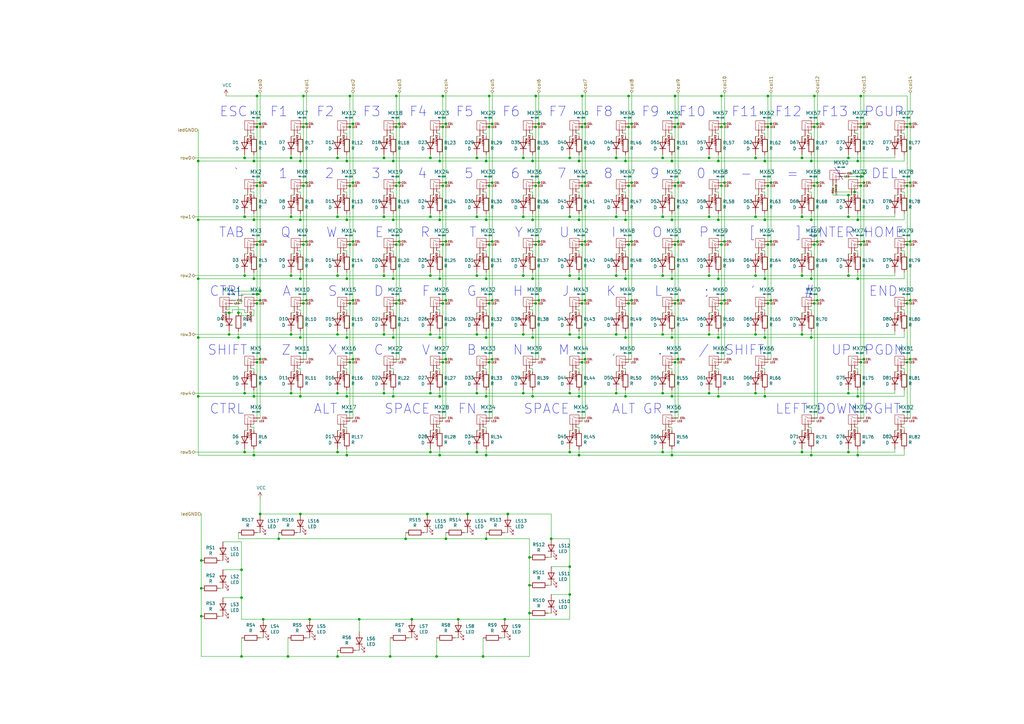
<source format=kicad_sch>
(kicad_sch (version 20211123) (generator eeschema)
  (paper "A3")
  (junction (at 233.68 161.29))
  (junction (at 119.38 64.77))
  (junction (at 97.79 128.27))
  (junction (at 162.56 100.33))
  (junction (at 372.11 76.2))
  (junction (at 142.24 66.04))
  (junction (at 99.06 245.11))
  (junction (at 107.95 254))
  (junction (at 290.83 137.16))
  (junction (at 309.88 161.29))
  (junction (at 220.98 74.93))
  (junction (at 123.19 138.43))
  (junction (at 214.63 113.03))
  (junction (at 219.71 76.2))
  (junction (at 182.88 74.93))
  (junction (at 252.73 137.16))
  (junction (at 295.91 124.46))
  (junction (at 104.14 90.17))
  (junction (at 104.14 186.69))
  (junction (at 142.24 138.43))
  (junction (at 81.28 138.43))
  (junction (at 175.26 210.82))
  (junction (at 328.93 113.03))
  (junction (at 199.39 220.98))
  (junction (at 372.11 124.46))
  (junction (at 100.33 113.03))
  (junction (at 106.68 99.06))
  (junction (at 256.54 138.43))
  (junction (at 334.01 39.37))
  (junction (at 214.63 88.9))
  (junction (at 99.06 233.68))
  (junction (at 195.58 88.9))
  (junction (at 163.83 123.19))
  (junction (at 157.48 64.77))
  (junction (at 123.19 90.17))
  (junction (at 214.63 64.77))
  (junction (at 271.78 88.9))
  (junction (at 316.23 74.93))
  (junction (at 347.98 161.29))
  (junction (at 124.46 100.33))
  (junction (at 201.93 147.32))
  (junction (at 252.73 88.9))
  (junction (at 237.49 66.04))
  (junction (at 125.73 74.93))
  (junction (at 191.77 210.82))
  (junction (at 124.46 76.2))
  (junction (at 259.08 74.93))
  (junction (at 104.14 162.56))
  (junction (at 81.28 90.17))
  (junction (at 238.76 39.37))
  (junction (at 93.98 128.27))
  (junction (at 256.54 114.3))
  (junction (at 143.51 148.59))
  (junction (at 123.19 114.3))
  (junction (at 351.79 114.3))
  (junction (at 99.06 269.24))
  (junction (at 353.06 72.39))
  (junction (at 125.73 99.06))
  (junction (at 138.43 113.03))
  (junction (at 81.28 114.3))
  (junction (at 278.13 74.93))
  (junction (at 314.96 52.07))
  (junction (at 275.59 90.17))
  (junction (at 119.38 137.16))
  (junction (at 144.78 123.19))
  (junction (at 143.51 100.33))
  (junction (at 313.69 90.17))
  (junction (at 334.01 124.46))
  (junction (at 276.86 100.33))
  (junction (at 180.34 186.69))
  (junction (at 119.38 88.9))
  (junction (at 123.19 66.04))
  (junction (at 142.24 162.56))
  (junction (at 335.28 99.06))
  (junction (at 294.64 138.43))
  (junction (at 335.28 74.93))
  (junction (at 124.46 124.46))
  (junction (at 100.33 64.77))
  (junction (at 290.83 88.9))
  (junction (at 100.33 185.42))
  (junction (at 161.29 162.56))
  (junction (at 351.79 186.69))
  (junction (at 180.34 114.3))
  (junction (at 106.68 119.38))
  (junction (at 259.08 50.8))
  (junction (at 290.83 64.77))
  (junction (at 257.81 124.46))
  (junction (at 138.43 64.77))
  (junction (at 179.07 269.24))
  (junction (at 161.29 138.43))
  (junction (at 187.96 254))
  (junction (at 106.68 74.93))
  (junction (at 334.01 100.33))
  (junction (at 97.79 138.43))
  (junction (at 354.33 71.12))
  (junction (at 278.13 50.8))
  (junction (at 334.01 76.2))
  (junction (at 143.51 39.37))
  (junction (at 217.17 251.46))
  (junction (at 233.68 243.84))
  (junction (at 275.59 66.04))
  (junction (at 332.74 66.04))
  (junction (at 316.23 123.19))
  (junction (at 276.86 39.37))
  (junction (at 161.29 66.04))
  (junction (at 161.29 114.3))
  (junction (at 157.48 113.03))
  (junction (at 218.44 138.43))
  (junction (at 143.51 52.07))
  (junction (at 199.39 66.04))
  (junction (at 142.24 114.3))
  (junction (at 238.76 76.2))
  (junction (at 138.43 185.42))
  (junction (at 123.19 162.56))
  (junction (at 353.06 148.59))
  (junction (at 105.41 120.65))
  (junction (at 276.86 148.59))
  (junction (at 181.61 100.33))
  (junction (at 176.53 185.42))
  (junction (at 157.48 137.16))
  (junction (at 168.91 254))
  (junction (at 176.53 88.9))
  (junction (at 180.34 138.43))
  (junction (at 119.38 161.29))
  (junction (at 313.69 138.43))
  (junction (at 252.73 161.29))
  (junction (at 353.06 52.07))
  (junction (at 162.56 124.46))
  (junction (at 124.46 52.07))
  (junction (at 161.29 90.17))
  (junction (at 105.41 124.46))
  (junction (at 351.79 90.17))
  (junction (at 313.69 66.04))
  (junction (at 275.59 162.56))
  (junction (at 314.96 124.46))
  (junction (at 373.38 50.8))
  (junction (at 181.61 124.46))
  (junction (at 271.78 64.77))
  (junction (at 233.68 113.03))
  (junction (at 106.68 147.32))
  (junction (at 271.78 113.03))
  (junction (at 350.52 78.74))
  (junction (at 220.98 99.06))
  (junction (at 162.56 52.07))
  (junction (at 138.43 88.9))
  (junction (at 252.73 64.77))
  (junction (at 214.63 161.29))
  (junction (at 275.59 186.69))
  (junction (at 372.11 100.33))
  (junction (at 332.74 186.69))
  (junction (at 166.37 220.98))
  (junction (at 182.88 99.06))
  (junction (at 294.64 66.04))
  (junction (at 373.38 147.32))
  (junction (at 276.86 124.46))
  (junction (at 195.58 137.16))
  (junction (at 176.53 64.77))
  (junction (at 163.83 74.93))
  (junction (at 297.18 123.19))
  (junction (at 219.71 52.07))
  (junction (at 162.56 39.37))
  (junction (at 259.08 123.19))
  (junction (at 143.51 124.46))
  (junction (at 125.73 50.8))
  (junction (at 328.93 185.42))
  (junction (at 160.02 269.24))
  (junction (at 347.98 88.9))
  (junction (at 238.76 100.33))
  (junction (at 351.79 66.04))
  (junction (at 237.49 186.69))
  (junction (at 290.83 161.29))
  (junction (at 208.28 210.82))
  (junction (at 195.58 64.77))
  (junction (at 162.56 76.2))
  (junction (at 144.78 50.8))
  (junction (at 195.58 161.29))
  (junction (at 309.88 113.03))
  (junction (at 182.88 147.32))
  (junction (at 233.68 64.77))
  (junction (at 313.69 162.56))
  (junction (at 309.88 137.16))
  (junction (at 313.69 114.3))
  (junction (at 347.98 185.42))
  (junction (at 354.33 99.06))
  (junction (at 181.61 76.2))
  (junction (at 373.38 123.19))
  (junction (at 93.98 137.16))
  (junction (at 256.54 162.56))
  (junction (at 252.73 113.03))
  (junction (at 142.24 90.17))
  (junction (at 275.59 114.3))
  (junction (at 294.64 114.3))
  (junction (at 176.53 137.16))
  (junction (at 316.23 99.06))
  (junction (at 181.61 52.07))
  (junction (at 219.71 124.46))
  (junction (at 82.55 252.73))
  (junction (at 182.88 123.19))
  (junction (at 372.11 52.07))
  (junction (at 335.28 50.8))
  (junction (at 198.12 269.24))
  (junction (at 314.96 76.2))
  (junction (at 82.55 229.87))
  (junction (at 316.23 50.8))
  (junction (at 237.49 162.56))
  (junction (at 182.88 220.98))
  (junction (at 105.41 100.33))
  (junction (at 180.34 162.56))
  (junction (at 309.88 88.9))
  (junction (at 237.49 90.17))
  (junction (at 354.33 74.93))
  (junction (at 233.68 137.16))
  (junction (at 199.39 186.69))
  (junction (at 237.49 138.43))
  (junction (at 105.41 76.2))
  (junction (at 332.74 114.3))
  (junction (at 200.66 100.33))
  (junction (at 294.64 162.56))
  (junction (at 332.74 138.43))
  (junction (at 278.13 123.19))
  (junction (at 354.33 147.32))
  (junction (at 81.28 162.56))
  (junction (at 217.17 228.6))
  (junction (at 220.98 50.8))
  (junction (at 276.86 76.2))
  (junction (at 104.14 66.04))
  (junction (at 332.74 90.17))
  (junction (at 201.93 99.06))
  (junction (at 142.24 186.69))
  (junction (at 138.43 137.16))
  (junction (at 200.66 39.37))
  (junction (at 347.98 80.01))
  (junction (at 328.93 64.77))
  (junction (at 195.58 113.03))
  (junction (at 276.86 52.07))
  (junction (at 314.96 39.37))
  (junction (at 201.93 50.8))
  (junction (at 127 254))
  (junction (at 238.76 148.59))
  (junction (at 118.11 269.24))
  (junction (at 295.91 52.07))
  (junction (at 271.78 185.42))
  (junction (at 257.81 76.2))
  (junction (at 201.93 123.19))
  (junction (at 295.91 39.37))
  (junction (at 353.06 76.2))
  (junction (at 238.76 52.07))
  (junction (at 176.53 161.29))
  (junction (at 295.91 100.33))
  (junction (at 81.28 66.04))
  (junction (at 200.66 148.59))
  (junction (at 199.39 114.3))
  (junction (at 214.63 137.16))
  (junction (at 100.33 161.29))
  (junction (at 240.03 99.06))
  (junction (at 147.32 254))
  (junction (at 328.93 88.9))
  (junction (at 181.61 39.37))
  (junction (at 125.73 123.19))
  (junction (at 295.91 76.2))
  (junction (at 278.13 147.32))
  (junction (at 237.49 114.3))
  (junction (at 138.43 161.29))
  (junction (at 314.96 100.33))
  (junction (at 104.14 114.3))
  (junction (at 334.01 52.07))
  (junction (at 123.19 210.82))
  (junction (at 233.68 232.41))
  (junction (at 290.83 113.03))
  (junction (at 119.38 113.03))
  (junction (at 180.34 66.04))
  (junction (at 100.33 88.9))
  (junction (at 144.78 74.93))
  (junction (at 297.18 50.8))
  (junction (at 220.98 123.19))
  (junction (at 199.39 90.17))
  (junction (at 199.39 162.56))
  (junction (at 256.54 66.04))
  (junction (at 106.68 50.8))
  (junction (at 105.41 39.37))
  (junction (at 238.76 124.46))
  (junction (at 278.13 99.06))
  (junction (at 163.83 50.8))
  (junction (at 199.39 138.43))
  (junction (at 351.79 162.56))
  (junction (at 240.03 74.93))
  (junction (at 157.48 161.29))
  (junction (at 233.68 185.42))
  (junction (at 240.03 147.32))
  (junction (at 218.44 66.04))
  (junction (at 353.06 39.37))
  (junction (at 226.06 220.98))
  (junction (at 106.68 123.19))
  (junction (at 219.71 100.33))
  (junction (at 373.38 99.06))
  (junction (at 373.38 74.93))
  (junction (at 259.08 99.06))
  (junction (at 309.88 64.77))
  (junction (at 105.41 52.07))
  (junction (at 294.64 90.17))
  (junction (at 144.78 99.06))
  (junction (at 176.53 113.03))
  (junction (at 217.17 240.03))
  (junction (at 114.3 220.98))
  (junction (at 157.48 88.9))
  (junction (at 233.68 88.9))
  (junction (at 257.81 52.07))
  (junction (at 275.59 138.43))
  (junction (at 181.61 148.59))
  (junction (at 163.83 99.06))
  (junction (at 257.81 100.33))
  (junction (at 347.98 64.77))
  (junction (at 82.55 241.3))
  (junction (at 138.43 269.24))
  (junction (at 182.88 50.8))
  (junction (at 297.18 99.06))
  (junction (at 218.44 114.3))
  (junction (at 271.78 161.29))
  (junction (at 143.51 76.2))
  (junction (at 219.71 39.37))
  (junction (at 240.03 50.8))
  (junction (at 347.98 113.03))
  (junction (at 195.58 185.42))
  (junction (at 124.46 39.37))
  (junction (at 353.06 100.33))
  (junction (at 372.11 148.59))
  (junction (at 240.03 123.19))
  (junction (at 297.18 74.93))
  (junction (at 257.81 39.37))
  (junction (at 335.28 123.19))
  (junction (at 200.66 124.46))
  (junction (at 200.66 52.07))
  (junction (at 328.93 137.16))
  (junction (at 180.34 90.17))
  (junction (at 218.44 162.56))
  (junction (at 256.54 90.17))
  (junction (at 271.78 137.16))
  (junction (at 207.01 254))
  (junction (at 144.78 147.32))
  (junction (at 201.93 74.93))
  (junction (at 200.66 76.2))
  (junction (at 218.44 90.17))
  (junction (at 106.68 210.82))
  (junction (at 105.41 148.59))
  (junction (at 354.33 50.8))
  (wire (pts (xy 316.23 38.1) (xy 316.23 50.8)))
  (wire (pts (xy 218.44 87.63) (xy 218.44 90.17)))
  (wire (pts (xy 236.22 151.13) (xy 237.49 151.13)))
  (wire (pts (xy 370.84 87.63) (xy 370.84 90.17)))
  (wire (pts (xy 99.06 245.11) (xy 99.06 233.68)))
  (wire (pts (xy 350.52 102.87) (xy 351.79 102.87)))
  (wire (pts (xy 220.98 38.1) (xy 220.98 50.8)))
  (wire (pts (xy 123.19 102.87) (xy 123.19 104.14)))
  (wire (pts (xy 81.28 114.3) (xy 81.28 138.43)))
  (wire (pts (xy 201.93 99.06) (xy 201.93 123.19)))
  (wire (pts (xy 140.97 78.74) (xy 142.24 78.74)))
  (wire (pts (xy 198.12 261.62) (xy 198.12 269.24)))
  (wire (pts (xy 138.43 64.77) (xy 157.48 64.77)))
  (wire (pts (xy 347.98 87.63) (xy 347.98 88.9)))
  (wire (pts (xy 294.64 66.04) (xy 313.69 66.04)))
  (wire (pts (xy 328.93 137.16) (xy 367.03 137.16)))
  (wire (pts (xy 331.47 127) (xy 332.74 127)))
  (wire (pts (xy 207.01 254) (xy 187.96 254)))
  (wire (pts (xy 372.11 39.37) (xy 372.11 52.07)))
  (wire (pts (xy 157.48 104.14) (xy 158.75 104.14)))
  (wire (pts (xy 138.43 137.16) (xy 157.48 137.16)))
  (wire (pts (xy 294.64 151.13) (xy 294.64 152.4)))
  (wire (pts (xy 93.98 135.89) (xy 93.98 137.16)))
  (wire (pts (xy 278.13 74.93) (xy 278.13 99.06)))
  (wire (pts (xy 369.57 151.13) (xy 370.84 151.13)))
  (wire (pts (xy 309.88 152.4) (xy 311.15 152.4)))
  (wire (pts (xy 370.84 151.13) (xy 370.84 152.4)))
  (wire (pts (xy 238.76 100.33) (xy 238.76 124.46)))
  (wire (pts (xy 257.81 124.46) (xy 257.81 148.59)))
  (wire (pts (xy 353.06 148.59) (xy 353.06 172.72)))
  (wire (pts (xy 100.33 127) (xy 95.25 127)))
  (wire (pts (xy 233.68 184.15) (xy 233.68 185.42)))
  (wire (pts (xy 106.68 147.32) (xy 106.68 171.45)))
  (wire (pts (xy 123.19 114.3) (xy 142.24 114.3)))
  (wire (pts (xy 97.79 135.89) (xy 97.79 138.43)))
  (wire (pts (xy 157.48 160.02) (xy 157.48 161.29)))
  (wire (pts (xy 161.29 78.74) (xy 161.29 80.01)))
  (wire (pts (xy 121.92 151.13) (xy 123.19 151.13)))
  (wire (pts (xy 347.98 104.14) (xy 349.25 104.14)))
  (wire (pts (xy 274.32 78.74) (xy 275.59 78.74)))
  (wire (pts (xy 290.83 64.77) (xy 309.88 64.77)))
  (wire (pts (xy 138.43 135.89) (xy 138.43 137.16)))
  (wire (pts (xy 214.63 137.16) (xy 233.68 137.16)))
  (wire (pts (xy 334.01 100.33) (xy 334.01 124.46)))
  (wire (pts (xy 313.69 114.3) (xy 332.74 114.3)))
  (wire (pts (xy 138.43 184.15) (xy 138.43 185.42)))
  (wire (pts (xy 233.68 80.01) (xy 234.95 80.01)))
  (wire (pts (xy 347.98 161.29) (xy 367.03 161.29)))
  (wire (pts (xy 142.24 127) (xy 142.24 128.27)))
  (wire (pts (xy 143.51 124.46) (xy 143.51 148.59)))
  (wire (pts (xy 180.34 114.3) (xy 199.39 114.3)))
  (wire (pts (xy 81.28 66.04) (xy 81.28 90.17)))
  (wire (pts (xy 370.84 135.89) (xy 370.84 138.43)))
  (wire (pts (xy 367.03 87.63) (xy 367.03 88.9)))
  (wire (pts (xy 252.73 128.27) (xy 254 128.27)))
  (wire (pts (xy 201.93 147.32) (xy 201.93 171.45)))
  (wire (pts (xy 332.74 186.69) (xy 351.79 186.69)))
  (wire (pts (xy 218.44 162.56) (xy 237.49 162.56)))
  (wire (pts (xy 199.39 135.89) (xy 199.39 138.43)))
  (wire (pts (xy 226.06 232.41) (xy 233.68 232.41)))
  (wire (pts (xy 124.46 39.37) (xy 124.46 52.07)))
  (wire (pts (xy 138.43 152.4) (xy 139.7 152.4)))
  (wire (pts (xy 233.68 161.29) (xy 252.73 161.29)))
  (wire (pts (xy 313.69 151.13) (xy 313.69 152.4)))
  (wire (pts (xy 161.29 138.43) (xy 180.34 138.43)))
  (wire (pts (xy 105.41 218.44) (xy 106.68 218.44)))
  (wire (pts (xy 180.34 111.76) (xy 180.34 114.3)))
  (wire (pts (xy 214.63 128.27) (xy 215.9 128.27)))
  (wire (pts (xy 99.06 233.68) (xy 99.06 222.25)))
  (wire (pts (xy 118.11 261.62) (xy 118.11 269.24)))
  (wire (pts (xy 332.74 102.87) (xy 332.74 104.14)))
  (wire (pts (xy 157.48 87.63) (xy 157.48 88.9)))
  (wire (pts (xy 309.88 135.89) (xy 309.88 137.16)))
  (wire (pts (xy 217.17 102.87) (xy 218.44 102.87)))
  (wire (pts (xy 199.39 138.43) (xy 218.44 138.43)))
  (wire (pts (xy 240.03 50.8) (xy 240.03 74.93)))
  (wire (pts (xy 309.88 87.63) (xy 309.88 88.9)))
  (wire (pts (xy 104.14 160.02) (xy 104.14 162.56)))
  (wire (pts (xy 345.44 72.39) (xy 353.06 72.39)))
  (wire (pts (xy 347.98 63.5) (xy 347.98 64.77)))
  (wire (pts (xy 294.64 138.43) (xy 313.69 138.43)))
  (wire (pts (xy 91.44 233.68) (xy 99.06 233.68)))
  (wire (pts (xy 198.12 54.61) (xy 199.39 54.61)))
  (wire (pts (xy 173.99 218.44) (xy 175.26 218.44)))
  (wire (pts (xy 97.79 128.27) (xy 99.06 128.27)))
  (wire (pts (xy 160.02 261.62) (xy 160.02 269.24)))
  (wire (pts (xy 181.61 76.2) (xy 181.61 100.33)))
  (wire (pts (xy 119.38 160.02) (xy 119.38 161.29)))
  (wire (pts (xy 372.11 100.33) (xy 372.11 124.46)))
  (wire (pts (xy 160.02 269.24) (xy 179.07 269.24)))
  (wire (pts (xy 354.33 38.1) (xy 354.33 50.8)))
  (wire (pts (xy 195.58 176.53) (xy 196.85 176.53)))
  (wire (pts (xy 219.71 52.07) (xy 219.71 76.2)))
  (wire (pts (xy 342.9 74.93) (xy 342.9 78.74)))
  (wire (pts (xy 237.49 162.56) (xy 256.54 162.56)))
  (wire (pts (xy 290.83 55.88) (xy 292.1 55.88)))
  (wire (pts (xy 220.98 99.06) (xy 220.98 123.19)))
  (wire (pts (xy 180.34 151.13) (xy 180.34 152.4)))
  (wire (pts (xy 99.06 269.24) (xy 118.11 269.24)))
  (wire (pts (xy 238.76 39.37) (xy 238.76 52.07)))
  (wire (pts (xy 199.39 111.76) (xy 199.39 114.3)))
  (wire (pts (xy 180.34 162.56) (xy 199.39 162.56)))
  (wire (pts (xy 214.63 87.63) (xy 214.63 88.9)))
  (wire (pts (xy 140.97 127) (xy 142.24 127)))
  (wire (pts (xy 275.59 135.89) (xy 275.59 138.43)))
  (wire (pts (xy 237.49 90.17) (xy 256.54 90.17)))
  (wire (pts (xy 275.59 63.5) (xy 275.59 66.04)))
  (wire (pts (xy 176.53 160.02) (xy 176.53 161.29)))
  (wire (pts (xy 118.11 269.24) (xy 138.43 269.24)))
  (wire (pts (xy 214.63 160.02) (xy 214.63 161.29)))
  (wire (pts (xy 97.79 119.38) (xy 106.68 119.38)))
  (wire (pts (xy 157.48 128.27) (xy 158.75 128.27)))
  (wire (pts (xy 161.29 114.3) (xy 180.34 114.3)))
  (wire (pts (xy 316.23 74.93) (xy 316.23 99.06)))
  (wire (pts (xy 271.78 176.53) (xy 273.05 176.53)))
  (wire (pts (xy 334.01 39.37) (xy 334.01 52.07)))
  (wire (pts (xy 200.66 52.07) (xy 200.66 76.2)))
  (wire (pts (xy 255.27 102.87) (xy 256.54 102.87)))
  (wire (pts (xy 80.01 64.77) (xy 100.33 64.77)))
  (wire (pts (xy 161.29 151.13) (xy 161.29 152.4)))
  (wire (pts (xy 367.03 63.5) (xy 367.03 64.77)))
  (wire (pts (xy 240.03 99.06) (xy 240.03 123.19)))
  (wire (pts (xy 104.14 127) (xy 104.14 129.54)))
  (wire (pts (xy 218.44 151.13) (xy 218.44 152.4)))
  (wire (pts (xy 236.22 78.74) (xy 237.49 78.74)))
  (wire (pts (xy 309.88 128.27) (xy 311.15 128.27)))
  (wire (pts (xy 370.84 78.74) (xy 370.84 80.01)))
  (wire (pts (xy 271.78 64.77) (xy 290.83 64.77)))
  (wire (pts (xy 166.37 218.44) (xy 166.37 220.98)))
  (wire (pts (xy 142.24 135.89) (xy 142.24 138.43)))
  (wire (pts (xy 123.19 138.43) (xy 142.24 138.43)))
  (wire (pts (xy 347.98 64.77) (xy 367.03 64.77)))
  (wire (pts (xy 354.33 147.32) (xy 354.33 171.45)))
  (wire (pts (xy 256.54 114.3) (xy 275.59 114.3)))
  (wire (pts (xy 161.29 90.17) (xy 180.34 90.17)))
  (wire (pts (xy 114.3 218.44) (xy 114.3 220.98)))
  (wire (pts (xy 328.93 135.89) (xy 328.93 137.16)))
  (wire (pts (xy 199.39 220.98) (xy 217.17 220.98)))
  (wire (pts (xy 312.42 102.87) (xy 313.69 102.87)))
  (wire (pts (xy 233.68 160.02) (xy 233.68 161.29)))
  (wire (pts (xy 278.13 50.8) (xy 278.13 74.93)))
  (wire (pts (xy 104.14 111.76) (xy 104.14 114.3)))
  (wire (pts (xy 179.07 54.61) (xy 180.34 54.61)))
  (wire (pts (xy 312.42 54.61) (xy 313.69 54.61)))
  (wire (pts (xy 290.83 80.01) (xy 292.1 80.01)))
  (wire (pts (xy 161.29 135.89) (xy 161.29 138.43)))
  (wire (pts (xy 217.17 228.6) (xy 217.17 240.03)))
  (wire (pts (xy 195.58 111.76) (xy 195.58 113.03)))
  (wire (pts (xy 105.41 148.59) (xy 105.41 172.72)))
  (wire (pts (xy 176.53 111.76) (xy 176.53 113.03)))
  (wire (pts (xy 105.41 100.33) (xy 105.41 120.65)))
  (wire (pts (xy 90.17 241.3) (xy 91.44 241.3)))
  (wire (pts (xy 218.44 54.61) (xy 218.44 55.88)))
  (wire (pts (xy 142.24 87.63) (xy 142.24 90.17)))
  (wire (pts (xy 198.12 127) (xy 199.39 127)))
  (wire (pts (xy 369.57 127) (xy 370.84 127)))
  (wire (pts (xy 119.38 55.88) (xy 120.65 55.88)))
  (wire (pts (xy 214.63 80.01) (xy 215.9 80.01)))
  (wire (pts (xy 256.54 66.04) (xy 275.59 66.04)))
  (wire (pts (xy 334.01 39.37) (xy 353.06 39.37)))
  (wire (pts (xy 125.73 50.8) (xy 125.73 74.93)))
  (wire (pts (xy 370.84 111.76) (xy 370.84 114.3)))
  (wire (pts (xy 316.23 50.8) (xy 316.23 74.93)))
  (wire (pts (xy 163.83 50.8) (xy 163.83 74.93)))
  (wire (pts (xy 199.39 186.69) (xy 237.49 186.69)))
  (wire (pts (xy 346.71 71.12) (xy 354.33 71.12)))
  (wire (pts (xy 256.54 162.56) (xy 275.59 162.56)))
  (wire (pts (xy 367.03 80.01) (xy 368.3 80.01)))
  (wire (pts (xy 226.06 210.82) (xy 226.06 220.98)))
  (wire (pts (xy 125.73 74.93) (xy 125.73 99.06)))
  (wire (pts (xy 186.69 261.62) (xy 187.96 261.62)))
  (wire (pts (xy 313.69 66.04) (xy 332.74 66.04)))
  (wire (pts (xy 157.48 80.01) (xy 158.75 80.01)))
  (wire (pts (xy 181.61 148.59) (xy 181.61 172.72)))
  (wire (pts (xy 294.64 114.3) (xy 313.69 114.3)))
  (wire (pts (xy 294.64 90.17) (xy 313.69 90.17)))
  (wire (pts (xy 123.19 87.63) (xy 123.19 90.17)))
  (wire (pts (xy 195.58 128.27) (xy 196.85 128.27)))
  (wire (pts (xy 313.69 162.56) (xy 351.79 162.56)))
  (wire (pts (xy 187.96 254) (xy 168.91 254)))
  (wire (pts (xy 351.79 111.76) (xy 351.79 114.3)))
  (wire (pts (xy 199.39 184.15) (xy 199.39 186.69)))
  (wire (pts (xy 199.39 78.74) (xy 199.39 80.01)))
  (wire (pts (xy 163.83 123.19) (xy 163.83 147.32)))
  (wire (pts (xy 104.14 87.63) (xy 104.14 90.17)))
  (wire (pts (xy 124.46 39.37) (xy 143.51 39.37)))
  (wire (pts (xy 290.83 111.76) (xy 290.83 113.03)))
  (wire (pts (xy 182.88 99.06) (xy 182.88 123.19)))
  (wire (pts (xy 256.54 90.17) (xy 275.59 90.17)))
  (wire (pts (xy 195.58 63.5) (xy 195.58 64.77)))
  (wire (pts (xy 180.34 87.63) (xy 180.34 90.17)))
  (wire (pts (xy 104.14 54.61) (xy 104.14 55.88)))
  (wire (pts (xy 142.24 54.61) (xy 142.24 55.88)))
  (wire (pts (xy 104.14 102.87) (xy 104.14 104.14)))
  (wire (pts (xy 180.34 63.5) (xy 180.34 66.04)))
  (wire (pts (xy 106.68 99.06) (xy 106.68 119.38)))
  (wire (pts (xy 259.08 38.1) (xy 259.08 50.8)))
  (wire (pts (xy 372.11 76.2) (xy 372.11 100.33)))
  (wire (pts (xy 297.18 50.8) (xy 297.18 74.93)))
  (wire (pts (xy 142.24 114.3) (xy 161.29 114.3)))
  (wire (pts (xy 138.43 185.42) (xy 176.53 185.42)))
  (wire (pts (xy 276.86 39.37) (xy 295.91 39.37)))
  (wire (pts (xy 372.11 124.46) (xy 372.11 148.59)))
  (wire (pts (xy 233.68 254) (xy 207.01 254)))
  (wire (pts (xy 143.51 148.59) (xy 143.51 172.72)))
  (wire (pts (xy 104.14 151.13) (xy 104.14 152.4)))
  (wire (pts (xy 220.98 123.19) (xy 220.98 147.32)))
  (wire (pts (xy 119.38 152.4) (xy 120.65 152.4)))
  (wire (pts (xy 146.05 266.7) (xy 147.32 266.7)))
  (wire (pts (xy 142.24 160.02) (xy 142.24 162.56)))
  (wire (pts (xy 237.49 87.63) (xy 237.49 90.17)))
  (wire (pts (xy 81.28 138.43) (xy 97.79 138.43)))
  (wire (pts (xy 309.88 161.29) (xy 347.98 161.29)))
  (wire (pts (xy 218.44 114.3) (xy 237.49 114.3)))
  (wire (pts (xy 123.19 66.04) (xy 142.24 66.04)))
  (wire (pts (xy 233.68 152.4) (xy 234.95 152.4)))
  (wire (pts (xy 195.58 184.15) (xy 195.58 185.42)))
  (wire (pts (xy 313.69 63.5) (xy 313.69 66.04)))
  (wire (pts (xy 217.17 127) (xy 218.44 127)))
  (wire (pts (xy 309.88 137.16) (xy 328.93 137.16)))
  (wire (pts (xy 293.37 102.87) (xy 294.64 102.87)))
  (wire (pts (xy 195.58 80.01) (xy 196.85 80.01)))
  (wire (pts (xy 121.92 218.44) (xy 123.19 218.44)))
  (wire (pts (xy 199.39 127) (xy 199.39 128.27)))
  (wire (pts (xy 95.25 127) (xy 95.25 128.27)))
  (wire (pts (xy 143.51 76.2) (xy 143.51 100.33)))
  (wire (pts (xy 271.78 160.02) (xy 271.78 161.29)))
  (wire (pts (xy 275.59 102.87) (xy 275.59 104.14)))
  (wire (pts (xy 102.87 54.61) (xy 104.14 54.61)))
  (wire (pts (xy 163.83 99.06) (xy 163.83 123.19)))
  (wire (pts (xy 275.59 184.15) (xy 275.59 186.69)))
  (wire (pts (xy 201.93 38.1) (xy 201.93 50.8)))
  (wire (pts (xy 350.52 54.61) (xy 351.79 54.61)))
  (wire (pts (xy 142.24 78.74) (xy 142.24 80.01)))
  (wire (pts (xy 105.41 52.07) (xy 105.41 76.2)))
  (wire (pts (xy 252.73 55.88) (xy 254 55.88)))
  (wire (pts (xy 100.33 64.77) (xy 119.38 64.77)))
  (wire (pts (xy 259.08 50.8) (xy 259.08 74.93)))
  (wire (pts (xy 314.96 52.07) (xy 314.96 76.2)))
  (wire (pts (xy 142.24 66.04) (xy 161.29 66.04)))
  (wire (pts (xy 332.74 114.3) (xy 351.79 114.3)))
  (wire (pts (xy 271.78 80.01) (xy 273.05 80.01)))
  (wire (pts (xy 200.66 124.46) (xy 200.66 148.59)))
  (wire (pts (xy 271.78 113.03) (xy 290.83 113.03)))
  (wire (pts (xy 107.95 254) (xy 99.06 254)))
  (wire (pts (xy 372.11 52.07) (xy 372.11 76.2)))
  (wire (pts (xy 328.93 87.63) (xy 328.93 88.9)))
  (wire (pts (xy 226.06 220.98) (xy 233.68 220.98)))
  (wire (pts (xy 351.79 66.04) (xy 370.84 66.04)))
  (wire (pts (xy 314.96 39.37) (xy 314.96 52.07)))
  (wire (pts (xy 81.28 53.34) (xy 81.28 66.04)))
  (wire (pts (xy 100.33 80.01) (xy 101.6 80.01)))
  (wire (pts (xy 271.78 128.27) (xy 273.05 128.27)))
  (wire (pts (xy 123.19 162.56) (xy 142.24 162.56)))
  (wire (pts (xy 104.14 90.17) (xy 123.19 90.17)))
  (wire (pts (xy 257.81 76.2) (xy 257.81 100.33)))
  (wire (pts (xy 332.74 54.61) (xy 332.74 55.88)))
  (wire (pts (xy 157.48 135.89) (xy 157.48 137.16)))
  (wire (pts (xy 157.48 55.88) (xy 158.75 55.88)))
  (wire (pts (xy 237.49 175.26) (xy 237.49 176.53)))
  (wire (pts (xy 180.34 78.74) (xy 180.34 80.01)))
  (wire (pts (xy 373.38 99.06) (xy 373.38 123.19)))
  (wire (pts (xy 161.29 87.63) (xy 161.29 90.17)))
  (wire (pts (xy 125.73 38.1) (xy 125.73 50.8)))
  (wire (pts (xy 119.38 88.9) (xy 138.43 88.9)))
  (wire (pts (xy 332.74 175.26) (xy 332.74 176.53)))
  (wire (pts (xy 220.98 74.93) (xy 220.98 99.06)))
  (wire (pts (xy 328.93 184.15) (xy 328.93 185.42)))
  (wire (pts (xy 179.07 102.87) (xy 180.34 102.87)))
  (wire (pts (xy 123.19 54.61) (xy 123.19 55.88)))
  (wire (pts (xy 214.63 63.5) (xy 214.63 64.77)))
  (wire (pts (xy 176.53 87.63) (xy 176.53 88.9)))
  (wire (pts (xy 313.69 111.76) (xy 313.69 114.3)))
  (wire (pts (xy 176.53 113.03) (xy 195.58 113.03)))
  (wire (pts (xy 219.71 39.37) (xy 219.71 52.07)))
  (wire (pts (xy 274.32 54.61) (xy 275.59 54.61)))
  (wire (pts (xy 237.49 111.76) (xy 237.49 114.3)))
  (wire (pts (xy 142.24 102.87) (xy 142.24 104.14)))
  (wire (pts (xy 218.44 111.76) (xy 218.44 114.3)))
  (wire (pts (xy 180.34 175.26) (xy 180.34 176.53)))
  (wire (pts (xy 160.02 102.87) (xy 161.29 102.87)))
  (wire (pts (xy 179.07 175.26) (xy 180.34 175.26)))
  (wire (pts (xy 271.78 88.9) (xy 290.83 88.9)))
  (wire (pts (xy 205.74 261.62) (xy 207.01 261.62)))
  (wire (pts (xy 160.02 127) (xy 161.29 127)))
  (wire (pts (xy 274.32 175.26) (xy 275.59 175.26)))
  (wire (pts (xy 99.06 120.65) (xy 99.06 124.46)))
  (wire (pts (xy 351.79 175.26) (xy 351.79 176.53)))
  (wire (pts (xy 144.78 99.06) (xy 144.78 123.19)))
  (wire (pts (xy 217.17 54.61) (xy 218.44 54.61)))
  (wire (pts (xy 195.58 160.02) (xy 195.58 161.29)))
  (wire (pts (xy 350.52 78.74) (xy 351.79 78.74)))
  (wire (pts (xy 226.06 243.84) (xy 233.68 243.84)))
  (wire (pts (xy 328.93 113.03) (xy 347.98 113.03)))
  (wire (pts (xy 138.43 161.29) (xy 157.48 161.29)))
  (wire (pts (xy 125.73 123.19) (xy 125.73 147.32)))
  (wire (pts (xy 275.59 162.56) (xy 294.64 162.56)))
  (wire (pts (xy 274.32 127) (xy 275.59 127)))
  (wire (pts (xy 271.78 161.29) (xy 290.83 161.29)))
  (wire (pts (xy 290.83 128.27) (xy 292.1 128.27)))
  (wire (pts (xy 214.63 55.88) (xy 215.9 55.88)))
  (wire (pts (xy 233.68 176.53) (xy 234.95 176.53)))
  (wire (pts (xy 121.92 102.87) (xy 123.19 102.87)))
  (wire (pts (xy 331.47 78.74) (xy 332.74 78.74)))
  (wire (pts (xy 294.64 127) (xy 294.64 128.27)))
  (wire (pts (xy 233.68 88.9) (xy 252.73 88.9)))
  (wire (pts (xy 140.97 54.61) (xy 142.24 54.61)))
  (wire (pts (xy 252.73 111.76) (xy 252.73 113.03)))
  (wire (pts (xy 351.79 114.3) (xy 370.84 114.3)))
  (wire (pts (xy 354.33 50.8) (xy 354.33 71.12)))
  (wire (pts (xy 309.88 64.77) (xy 328.93 64.77)))
  (wire (pts (xy 313.69 78.74) (xy 313.69 80.01)))
  (wire (pts (xy 123.19 135.89) (xy 123.19 138.43)))
  (wire (pts (xy 217.17 251.46) (xy 217.17 269.24)))
  (wire (pts (xy 195.58 55.88) (xy 196.85 55.88)))
  (wire (pts (xy 200.66 100.33) (xy 200.66 124.46)))
  (wire (pts (xy 119.38 128.27) (xy 120.65 128.27)))
  (wire (pts (xy 106.68 204.47) (xy 106.68 210.82)))
  (wire (pts (xy 275.59 87.63) (xy 275.59 90.17)))
  (wire (pts (xy 93.98 137.16) (xy 119.38 137.16)))
  (wire (pts (xy 236.22 102.87) (xy 237.49 102.87)))
  (wire (pts (xy 354.33 99.06) (xy 354.33 147.32)))
  (wire (pts (xy 100.33 152.4) (xy 101.6 152.4)))
  (wire (pts (xy 252.73 160.02) (xy 252.73 161.29)))
  (wire (pts (xy 335.28 123.19) (xy 335.28 171.45)))
  (wire (pts (xy 102.87 127) (xy 104.14 127)))
  (wire (pts (xy 176.53 64.77) (xy 195.58 64.77)))
  (wire (pts (xy 125.73 99.06) (xy 125.73 123.19)))
  (wire (pts (xy 142.24 151.13) (xy 142.24 152.4)))
  (wire (pts (xy 180.34 135.89) (xy 180.34 138.43)))
  (wire (pts (xy 163.83 38.1) (xy 163.83 50.8)))
  (wire (pts (xy 99.06 120.65) (xy 105.41 120.65)))
  (wire (pts (xy 123.19 151.13) (xy 123.19 152.4)))
  (wire (pts (xy 309.88 80.01) (xy 311.15 80.01)))
  (wire (pts (xy 176.53 80.01) (xy 177.8 80.01)))
  (wire (pts (xy 314.96 124.46) (xy 314.96 148.59)))
  (wire (pts (xy 233.68 128.27) (xy 234.95 128.27)))
  (wire (pts (xy 143.51 100.33) (xy 143.51 124.46)))
  (wire (pts (xy 119.38 63.5) (xy 119.38 64.77)))
  (wire (pts (xy 127 254) (xy 107.95 254)))
  (wire (pts (xy 351.79 54.61) (xy 351.79 55.88)))
  (wire (pts (xy 102.87 78.74) (xy 104.14 78.74)))
  (wire (pts (xy 99.06 261.62) (xy 99.06 269.24)))
  (wire (pts (xy 168.91 254) (xy 147.32 254)))
  (wire (pts (xy 256.54 54.61) (xy 256.54 55.88)))
  (wire (pts (xy 351.79 87.63) (xy 351.79 90.17)))
  (wire (pts (xy 354.33 74.93) (xy 354.33 99.06)))
  (wire (pts (xy 369.57 175.26) (xy 370.84 175.26)))
  (wire (pts (xy 123.19 127) (xy 123.19 128.27)))
  (wire (pts (xy 367.03 128.27) (xy 368.3 128.27)))
  (wire (pts (xy 233.68 63.5) (xy 233.68 64.77)))
  (wire (pts (xy 100.33 128.27) (xy 100.33 127)))
  (wire (pts (xy 167.64 261.62) (xy 168.91 261.62)))
  (wire (pts (xy 257.81 39.37) (xy 276.86 39.37)))
  (wire (pts (xy 157.48 161.29) (xy 176.53 161.29)))
  (wire (pts (xy 90.17 229.87) (xy 91.44 229.87)))
  (wire (pts (xy 106.68 38.1) (xy 106.68 50.8)))
  (wire (pts (xy 294.64 102.87) (xy 294.64 104.14)))
  (wire (pts (xy 367.03 152.4) (xy 368.3 152.4)))
  (wire (pts (xy 157.48 111.76) (xy 157.48 113.03)))
  (wire (pts (xy 351.79 162.56) (xy 370.84 162.56)))
  (wire (pts (xy 99.06 222.25) (xy 91.44 222.25)))
  (wire (pts (xy 369.57 54.61) (xy 370.84 54.61)))
  (wire (pts (xy 81.28 114.3) (xy 104.14 114.3)))
  (wire (pts (xy 278.13 38.1) (xy 278.13 50.8)))
  (wire (pts (xy 257.81 100.33) (xy 257.81 124.46)))
  (wire (pts (xy 144.78 74.93) (xy 144.78 99.06)))
  (wire (pts (xy 182.88 147.32) (xy 182.88 171.45)))
  (wire (pts (xy 124.46 76.2) (xy 124.46 100.33)))
  (wire (pts (xy 138.43 55.88) (xy 139.7 55.88)))
  (wire (pts (xy 332.74 127) (xy 332.74 128.27)))
  (wire (pts (xy 236.22 54.61) (xy 237.49 54.61)))
  (wire (pts (xy 294.64 111.76) (xy 294.64 114.3)))
  (wire (pts (xy 275.59 175.26) (xy 275.59 176.53)))
  (wire (pts (xy 237.49 186.69) (xy 275.59 186.69)))
  (wire (pts (xy 119.38 111.76) (xy 119.38 113.03)))
  (wire (pts (xy 106.68 119.38) (xy 106.68 123.19)))
  (wire (pts (xy 181.61 39.37) (xy 200.66 39.37)))
  (wire (pts (xy 161.29 127) (xy 161.29 128.27)))
  (wire (pts (xy 102.87 151.13) (xy 104.14 151.13)))
  (wire (pts (xy 176.53 55.88) (xy 177.8 55.88)))
  (wire (pts (xy 191.77 210.82) (xy 208.28 210.82)))
  (wire (pts (xy 367.03 135.89) (xy 367.03 137.16)))
  (wire (pts (xy 179.07 269.24) (xy 198.12 269.24)))
  (wire (pts (xy 255.27 127) (xy 256.54 127)))
  (wire (pts (xy 290.83 104.14) (xy 292.1 104.14)))
  (wire (pts (xy 255.27 54.61) (xy 256.54 54.61)))
  (wire (pts (xy 293.37 151.13) (xy 294.64 151.13)))
  (wire (pts (xy 123.19 78.74) (xy 123.19 80.01)))
  (wire (pts (xy 176.53 104.14) (xy 177.8 104.14)))
  (wire (pts (xy 106.68 123.19) (xy 106.68 147.32)))
  (wire (pts (xy 328.93 64.77) (xy 347.98 64.77)))
  (wire (pts (xy 214.63 152.4) (xy 215.9 152.4)))
  (wire (pts (xy 252.73 63.5) (xy 252.73 64.77)))
  (wire (pts (xy 233.68 64.77) (xy 252.73 64.77)))
  (wire (pts (xy 162.56 39.37) (xy 162.56 52.07)))
  (wire (pts (xy 233.68 104.14) (xy 234.95 104.14)))
  (wire (pts (xy 370.84 160.02) (xy 370.84 162.56)))
  (wire (pts (xy 92.71 39.37) (xy 105.41 39.37)))
  (wire (pts (xy 367.03 104.14) (xy 368.3 104.14)))
  (wire (pts (xy 347.98 185.42) (xy 367.03 185.42)))
  (wire (pts (xy 347.98 55.88) (xy 349.25 55.88)))
  (wire (pts (xy 200.66 148.59) (xy 200.66 172.72)))
  (wire (pts (xy 195.58 152.4) (xy 196.85 152.4)))
  (wire (pts (xy 309.88 104.14) (xy 311.15 104.14)))
  (wire (pts (xy 350.52 175.26) (xy 351.79 175.26)))
  (wire (pts (xy 201.93 123.19) (xy 201.93 147.32)))
  (wire (pts (xy 328.93 111.76) (xy 328.93 113.03)))
  (wire (pts (xy 218.44 102.87) (xy 218.44 104.14)))
  (wire (pts (xy 278.13 123.19) (xy 278.13 147.32)))
  (wire (pts (xy 142.24 175.26) (xy 142.24 176.53)))
  (wire (pts (xy 341.63 80.01) (xy 347.98 80.01)))
  (wire (pts (xy 95.25 124.46) (xy 99.06 124.46)))
  (wire (pts (xy 81.28 162.56) (xy 104.14 162.56)))
  (wire (pts (xy 104.14 162.56) (xy 123.19 162.56)))
  (wire (pts (xy 199.39 218.44) (xy 199.39 220.98)))
  (wire (pts (xy 195.58 137.16) (xy 214.63 137.16)))
  (wire (pts (xy 334.01 124.46) (xy 334.01 172.72)))
  (wire (pts (xy 104.14 186.69) (xy 142.24 186.69)))
  (wire (pts (xy 295.91 39.37) (xy 295.91 52.07)))
  (wire (pts (xy 351.79 160.02) (xy 351.79 162.56)))
  (wire (pts (xy 312.42 151.13) (xy 313.69 151.13)))
  (wire (pts (xy 81.28 90.17) (xy 104.14 90.17)))
  (wire (pts (xy 198.12 175.26) (xy 199.39 175.26)))
  (wire (pts (xy 347.98 111.76) (xy 347.98 113.03)))
  (wire (pts (xy 313.69 127) (xy 313.69 128.27)))
  (wire (pts (xy 180.34 186.69) (xy 199.39 186.69)))
  (wire (pts (xy 123.19 111.76) (xy 123.19 114.3)))
  (wire (pts (xy 157.48 63.5) (xy 157.48 64.77)))
  (wire (pts (xy 182.88 74.93) (xy 182.88 99.06)))
  (wire (pts (xy 80.01 113.03) (xy 100.33 113.03)))
  (wire (pts (xy 256.54 127) (xy 256.54 128.27)))
  (wire (pts (xy 312.42 78.74) (xy 313.69 78.74)))
  (wire (pts (xy 123.19 90.17) (xy 142.24 90.17)))
  (wire (pts (xy 309.88 88.9) (xy 328.93 88.9)))
  (wire (pts (xy 161.29 162.56) (xy 180.34 162.56)))
  (wire (pts (xy 100.33 161.29) (xy 119.38 161.29)))
  (wire (pts (xy 295.91 76.2) (xy 295.91 100.33)))
  (wire (pts (xy 334.01 76.2) (xy 334.01 100.33)))
  (wire (pts (xy 97.79 220.98) (xy 114.3 220.98)))
  (wire (pts (xy 208.28 210.82) (xy 226.06 210.82)))
  (wire (pts (xy 104.14 114.3) (xy 123.19 114.3)))
  (wire (pts (xy 90.17 252.73) (xy 91.44 252.73)))
  (wire (pts (xy 353.06 100.33) (xy 353.06 148.59)))
  (wire (pts (xy 142.24 63.5) (xy 142.24 66.04)))
  (wire (pts (xy 97.79 125.73) (xy 97.79 128.27)))
  (wire (pts (xy 100.33 88.9) (xy 119.38 88.9)))
  (wire (pts (xy 160.02 78.74) (xy 161.29 78.74)))
  (wire (pts (xy 195.58 135.89) (xy 195.58 137.16)))
  (wire (pts (xy 199.39 114.3) (xy 218.44 114.3)))
  (wire (pts (xy 199.39 63.5) (xy 199.39 66.04)))
  (wire (pts (xy 179.07 78.74) (xy 180.34 78.74)))
  (wire (pts (xy 237.49 127) (xy 237.49 128.27)))
  (wire (pts (xy 252.73 87.63) (xy 252.73 88.9)))
  (wire (pts (xy 138.43 266.7) (xy 138.43 269.24)))
  (wire (pts (xy 81.28 66.04) (xy 104.14 66.04)))
  (wire (pts (xy 275.59 138.43) (xy 294.64 138.43)))
  (wire (pts (xy 370.84 175.26) (xy 370.84 176.53)))
  (wire (pts (xy 274.32 102.87) (xy 275.59 102.87)))
  (wire (pts (xy 275.59 186.69) (xy 332.74 186.69)))
  (wire (pts (xy 219.71 39.37) (xy 238.76 39.37)))
  (wire (pts (xy 104.14 184.15) (xy 104.14 186.69)))
  (wire (pts (xy 119.38 113.03) (xy 138.43 113.03)))
  (wire (pts (xy 190.5 218.44) (xy 191.77 218.44)))
  (wire (pts (xy 218.44 127) (xy 218.44 128.27)))
  (wire (pts (xy 256.54 78.74) (xy 256.54 80.01)))
  (wire (pts (xy 335.28 74.93) (xy 335.28 99.06)))
  (wire (pts (xy 176.53 128.27) (xy 177.8 128.27)))
  (wire (pts (xy 162.56 76.2) (xy 162.56 100.33)))
  (wire (pts (xy 313.69 135.89) (xy 313.69 138.43)))
  (wire (pts (xy 347.98 184.15) (xy 347.98 185.42)))
  (wire (pts (xy 332.74 90.17) (xy 351.79 90.17)))
  (wire (pts (xy 214.63 88.9) (xy 233.68 88.9)))
  (wire (pts (xy 271.78 184.15) (xy 271.78 185.42)))
  (wire (pts (xy 161.29 160.02) (xy 161.29 162.56)))
  (wire (pts (xy 256.54 135.89) (xy 256.54 138.43)))
  (wire (pts (xy 294.64 160.02) (xy 294.64 162.56)))
  (wire (pts (xy 252.73 80.01) (xy 254 80.01)))
  (wire (pts (xy 97.79 123.19) (xy 97.79 119.38)))
  (wire (pts (xy 199.39 66.04) (xy 218.44 66.04)))
  (wire (pts (xy 309.88 63.5) (xy 309.88 64.77)))
  (wire (pts (xy 218.44 78.74) (xy 218.44 80.01)))
  (wire (pts (xy 180.34 54.61) (xy 180.34 55.88)))
  (wire (pts (xy 82.55 210.82) (xy 82.55 229.87)))
  (wire (pts (xy 161.29 102.87) (xy 161.29 104.14)))
  (wire (pts (xy 105.41 124.46) (xy 105.41 148.59)))
  (wire (pts (xy 332.74 111.76) (xy 332.74 114.3)))
  (wire (pts (xy 252.73 152.4) (xy 254 152.4)))
  (wire (pts (xy 217.17 269.24) (xy 198.12 269.24)))
  (wire (pts (xy 179.07 151.13) (xy 180.34 151.13)))
  (wire (pts (xy 259.08 123.19) (xy 259.08 147.32)))
  (wire (pts (xy 119.38 161.29) (xy 138.43 161.29)))
  (wire (pts (xy 162.56 52.07) (xy 162.56 76.2)))
  (wire (pts (xy 224.79 240.03) (xy 226.06 240.03)))
  (wire (pts (xy 252.73 113.03) (xy 271.78 113.03)))
  (wire (pts (xy 309.88 55.88) (xy 311.15 55.88)))
  (wire (pts (xy 314.96 100.33) (xy 314.96 124.46)))
  (wire (pts (xy 176.53 135.89) (xy 176.53 137.16)))
  (wire (pts (xy 100.33 55.88) (xy 101.6 55.88)))
  (wire (pts (xy 144.78 50.8) (xy 144.78 74.93)))
  (wire (pts (xy 106.68 74.93) (xy 106.68 99.06)))
  (wire (pts (xy 316.23 99.06) (xy 316.23 123.19)))
  (wire (pts (xy 217.17 78.74) (xy 218.44 78.74)))
  (wire (pts (xy 180.34 160.02) (xy 180.34 162.56)))
  (wire (pts (xy 207.01 218.44) (xy 208.28 218.44)))
  (wire (pts (xy 373.38 50.8) (xy 373.38 74.93)))
  (wire (pts (xy 237.49 135.89) (xy 237.49 138.43)))
  (wire (pts (xy 256.54 102.87) (xy 256.54 104.14)))
  (wire (pts (xy 143.51 52.07) (xy 143.51 76.2)))
  (wire (pts (xy 199.39 87.63) (xy 199.39 90.17)))
  (wire (pts (xy 81.28 186.69) (xy 104.14 186.69)))
  (wire (pts (xy 138.43 128.27) (xy 139.7 128.27)))
  (wire (pts (xy 219.71 76.2) (xy 219.71 100.33)))
  (wire (pts (xy 97.79 138.43) (xy 123.19 138.43)))
  (wire (pts (xy 332.74 138.43) (xy 370.84 138.43)))
  (wire (pts (xy 157.48 113.03) (xy 176.53 113.03)))
  (wire (pts (xy 199.39 162.56) (xy 218.44 162.56)))
  (wire (pts (xy 106.68 50.8) (xy 106.68 74.93)))
  (wire (pts (xy 200.66 39.37) (xy 219.71 39.37)))
  (wire (pts (xy 275.59 111.76) (xy 275.59 114.3)))
  (wire (pts (xy 347.98 88.9) (xy 367.03 88.9)))
  (wire (pts (xy 214.63 104.14) (xy 215.9 104.14)))
  (wire (pts (xy 224.79 251.46) (xy 226.06 251.46)))
  (wire (pts (xy 275.59 54.61) (xy 275.59 55.88)))
  (wire (pts (xy 176.53 184.15) (xy 176.53 185.42)))
  (wire (pts (xy 162.56 39.37) (xy 181.61 39.37)))
  (wire (pts (xy 161.29 54.61) (xy 161.29 55.88)))
  (wire (pts (xy 180.34 102.87) (xy 180.34 104.14)))
  (wire (pts (xy 143.51 39.37) (xy 162.56 39.37)))
  (wire (pts (xy 114.3 220.98) (xy 166.37 220.98)))
  (wire (pts (xy 370.84 184.15) (xy 370.84 186.69)))
  (wire (pts (xy 313.69 102.87) (xy 313.69 104.14)))
  (wire (pts (xy 80.01 88.9) (xy 100.33 88.9)))
  (wire (pts (xy 80.01 185.42) (xy 100.33 185.42)))
  (wire (pts (xy 367.03 184.15) (xy 367.03 185.42)))
  (wire (pts (xy 334.01 52.07) (xy 334.01 76.2)))
  (wire (pts (xy 142.24 162.56) (xy 161.29 162.56)))
  (wire (pts (xy 80.01 161.29) (xy 100.33 161.29)))
  (wire (pts (xy 198.12 151.13) (xy 199.39 151.13)))
  (wire (pts (xy 195.58 87.63) (xy 195.58 88.9)))
  (wire (pts (xy 347.98 80.01) (xy 349.25 80.01)))
  (wire (pts (xy 238.76 124.46) (xy 238.76 148.59)))
  (wire (pts (xy 142.24 184.15) (xy 142.24 186.69)))
  (wire (pts (xy 367.03 160.02) (xy 367.03 161.29)))
  (wire (pts (xy 373.38 38.1) (xy 373.38 50.8)))
  (wire (pts (xy 369.57 78.74) (xy 370.84 78.74)))
  (wire (pts (xy 313.69 138.43) (xy 332.74 138.43)))
  (wire (pts (xy 237.49 63.5) (xy 237.49 66.04)))
  (wire (pts (xy 142.24 111.76) (xy 142.24 114.3)))
  (wire (pts (xy 255.27 78.74) (xy 256.54 78.74)))
  (wire (pts (xy 256.54 63.5) (xy 256.54 66.04)))
  (wire (pts (xy 195.58 104.14) (xy 196.85 104.14)))
  (wire (pts (xy 259.08 99.06) (xy 259.08 123.19)))
  (wire (pts (xy 123.19 160.02) (xy 123.19 162.56)))
  (wire (pts (xy 252.73 135.89) (xy 252.73 137.16)))
  (wire (pts (xy 237.49 114.3) (xy 256.54 114.3)))
  (wire (pts (xy 214.63 161.29) (xy 233.68 161.29)))
  (wire (pts (xy 180.34 66.04) (xy 199.39 66.04)))
  (wire (pts (xy 105.41 120.65) (xy 105.41 124.46)))
  (wire (pts (xy 353.06 52.07) (xy 353.06 72.39)))
  (wire (pts (xy 82.55 229.87) (xy 82.55 241.3)))
  (wire (pts (xy 294.64 135.89) (xy 294.64 138.43)))
  (wire (pts (xy 275.59 151.13) (xy 275.59 152.4)))
  (wire (pts (xy 252.73 161.29) (xy 271.78 161.29)))
  (wire (pts (xy 276.86 76.2) (xy 276.86 100.33)))
  (wire (pts (xy 181.61 100.33) (xy 181.61 124.46)))
  (wire (pts (xy 104.14 78.74) (xy 104.14 80.01)))
  (wire (pts (xy 335.28 38.1) (xy 335.28 50.8)))
  (wire (pts (xy 233.68 55.88) (xy 234.95 55.88)))
  (wire (pts (xy 295.91 100.33) (xy 295.91 124.46)))
  (wire (pts (xy 309.88 160.02) (xy 309.88 161.29)))
  (wire (pts (xy 93.98 128.27) (xy 95.25 128.27)))
  (wire (pts (xy 309.88 113.03) (xy 328.93 113.03)))
  (wire (pts (xy 275.59 114.3) (xy 294.64 114.3)))
  (wire (pts (xy 276.86 100.33) (xy 276.86 124.46)))
  (wire (pts (xy 271.78 104.14) (xy 273.05 104.14)))
  (wire (pts (xy 200.66 76.2) (xy 200.66 100.33)))
  (wire (pts (xy 102.87 102.87) (xy 104.14 102.87)))
  (wire (pts (xy 91.44 128.27) (xy 93.98 128.27)))
  (wire (pts (xy 275.59 90.17) (xy 294.64 90.17)))
  (wire (pts (xy 123.19 63.5) (xy 123.19 66.04)))
  (wire (pts (xy 314.96 39.37) (xy 334.01 39.37)))
  (wire (pts (xy 290.83 88.9) (xy 309.88 88.9)))
  (wire (pts (xy 140.97 102.87) (xy 142.24 102.87)))
  (wire (pts (xy 121.92 127) (xy 123.19 127)))
  (wire (pts (xy 218.44 90.17) (xy 237.49 90.17)))
  (wire (pts (xy 271.78 135.89) (xy 271.78 137.16)))
  (wire (pts (xy 105.41 76.2) (xy 105.41 100.33)))
  (wire (pts (xy 138.43 111.76) (xy 138.43 113.03)))
  (wire (pts (xy 351.79 63.5) (xy 351.79 66.04)))
  (wire (pts (xy 180.34 90.17) (xy 199.39 90.17)))
  (wire (pts (xy 294.64 78.74) (xy 294.64 80.01)))
  (wire (pts (xy 219.71 124.46) (xy 219.71 148.59)))
  (wire (pts (xy 104.14 175.26) (xy 104.14 176.53)))
  (wire (pts (xy 105.41 39.37) (xy 124.46 39.37)))
  (wire (pts (xy 293.37 54.61) (xy 294.64 54.61)))
  (wire (pts (xy 295.91 52.07) (xy 295.91 76.2)))
  (wire (pts (xy 335.28 50.8) (xy 335.28 74.93)))
  (wire (pts (xy 373.38 147.32) (xy 373.38 171.45)))
  (wire (pts (xy 224.79 228.6) (xy 226.06 228.6)))
  (wire (pts (xy 290.83 87.63) (xy 290.83 88.9)))
  (wire (pts (xy 147.32 254) (xy 147.32 259.08)))
  (wire (pts (xy 351.79 78.74) (xy 351.79 80.01)))
  (wire (pts (xy 347.98 113.03) (xy 367.03 113.03)))
  (wire (pts (xy 237.49 184.15) (xy 237.49 186.69)))
  (wire (pts (xy 119.38 137.16) (xy 138.43 137.16)))
  (wire (pts (xy 161.29 66.04) (xy 180.34 66.04)))
  (wire (pts (xy 297.18 74.93) (xy 297.18 99.06)))
  (wire (pts (xy 255.27 151.13) (xy 256.54 151.13)))
  (wire (pts (xy 119.38 104.14) (xy 120.65 104.14)))
  (wire (pts (xy 313.69 160.02) (xy 313.69 162.56)))
  (wire (pts (xy 240.03 147.32) (xy 240.03 171.45)))
  (wire (pts (xy 271.78 152.4) (xy 273.05 152.4)))
  (wire (pts (xy 157.48 64.77) (xy 176.53 64.77)))
  (wire (pts (xy 373.38 74.93) (xy 373.38 99.06)))
  (wire (pts (xy 252.73 88.9) (xy 271.78 88.9)))
  (wire (pts (xy 218.44 135.89) (xy 218.44 138.43)))
  (wire (pts (xy 275.59 66.04) (xy 294.64 66.04)))
  (wire (pts (xy 370.84 127) (xy 370.84 128.27)))
  (wire (pts (xy 233.68 243.84) (xy 233.68 254)))
  (wire (pts (xy 182.88 220.98) (xy 199.39 220.98)))
  (wire (pts (xy 290.83 160.02) (xy 290.83 161.29)))
  (wire (pts (xy 99.06 128.27) (xy 99.06 129.54)))
  (wire (pts (xy 328.93 63.5) (xy 328.93 64.77)))
  (wire (pts (xy 293.37 127) (xy 294.64 127)))
  (wire (pts (xy 217.17 220.98) (xy 217.17 228.6)))
  (wire (pts (xy 147.32 254) (xy 127 254)))
  (wire (pts (xy 294.64 162.56) (xy 313.69 162.56)))
  (wire (pts (xy 218.44 66.04) (xy 237.49 66.04)))
  (wire (pts (xy 220.98 50.8) (xy 220.98 74.93)))
  (wire (pts (xy 138.43 160.02) (xy 138.43 161.29)))
  (wire (pts (xy 82.55 241.3) (xy 82.55 252.73)))
  (wire (pts (xy 353.06 72.39) (xy 353.06 76.2)))
  (wire (pts (xy 179.07 261.62) (xy 179.07 269.24)))
  (wire (pts (xy 163.83 74.93) (xy 163.83 99.06)))
  (wire (pts (xy 124.46 124.46) (xy 124.46 148.59)))
  (wire (pts (xy 290.83 152.4) (xy 292.1 152.4)))
  (wire (pts (xy 119.38 64.77) (xy 138.43 64.77)))
  (wire (pts (xy 198.12 78.74) (xy 199.39 78.74)))
  (wire (pts (xy 240.03 74.93) (xy 240.03 99.06)))
  (wire (pts (xy 351.79 151.13) (xy 351.79 152.4)))
  (wire (pts (xy 176.53 176.53) (xy 177.8 176.53)))
  (wire (pts (xy 237.49 160.02) (xy 237.49 162.56)))
  (wire (pts (xy 199.39 160.02) (xy 199.39 162.56)))
  (wire (pts (xy 175.26 210.82) (xy 191.77 210.82)))
  (wire (pts (xy 237.49 78.74) (xy 237.49 80.01)))
  (wire (pts (xy 144.78 123.19) (xy 144.78 147.32)))
  (wire (pts (xy 353.06 39.37) (xy 372.11 39.37)))
  (wire (pts (xy 100.33 87.63) (xy 100.33 88.9)))
  (wire (pts (xy 119.38 80.01) (xy 120.65 80.01)))
  (wire (pts (xy 138.43 63.5) (xy 138.43 64.77)))
  (wire (pts (xy 182.88 123.19) (xy 182.88 147.32)))
  (wire (pts (xy 100.33 184.15) (xy 100.33 185.42)))
  (wire (pts (xy 102.87 175.26) (xy 104.14 175.26)))
  (wire (pts (xy 233.68 113.03) (xy 252.73 113.03)))
  (wire (pts (xy 332.74 184.15) (xy 332.74 186.69)))
  (wire (pts (xy 106.68 261.62) (xy 107.95 261.62)))
  (wire (pts (xy 369.57 102.87) (xy 370.84 102.87)))
  (wire (pts (xy 297.18 99.06) (xy 297.18 123.19)))
  (wire (pts (xy 271.78 111.76) (xy 271.78 113.03)))
  (wire (pts (xy 233.68 135.89) (xy 233.68 137.16)))
  (wire (pts (xy 237.49 138.43) (xy 256.54 138.43)))
  (wire (pts (xy 121.92 54.61) (xy 123.19 54.61)))
  (wire (pts (xy 140.97 151.13) (xy 142.24 151.13)))
  (wire (pts (xy 157.48 137.16) (xy 176.53 137.16)))
  (wire (pts (xy 331.47 54.61) (xy 332.74 54.61)))
  (wire (pts (xy 276.86 39.37) (xy 276.86 52.07)))
  (wire (pts (xy 259.08 74.93) (xy 259.08 99.06)))
  (wire (pts (xy 217.17 240.03) (xy 217.17 251.46)))
  (wire (pts (xy 275.59 78.74) (xy 275.59 80.01)))
  (wire (pts (xy 176.53 63.5) (xy 176.53 64.77)))
  (wire (pts (xy 219.71 100.33) (xy 219.71 124.46)))
  (wire (pts (xy 370.84 102.87) (xy 370.84 104.14)))
  (wire (pts (xy 92.71 127) (xy 93.98 127)))
  (wire (pts (xy 201.93 74.93) (xy 201.93 99.06)))
  (wire (pts (xy 181.61 39.37) (xy 181.61 52.07)))
  (wire (pts (xy 124.46 100.33) (xy 124.46 124.46)))
  (wire (pts (xy 100.33 63.5) (xy 100.33 64.77)))
  (wire (pts (xy 256.54 160.02) (xy 256.54 162.56)))
  (wire (pts (xy 328.93 104.14) (xy 330.2 104.14)))
  (wire (pts (xy 328.93 88.9) (xy 347.98 88.9)))
  (wire (pts (xy 341.63 76.2) (xy 341.63 80.01)))
  (wire (pts (xy 180.34 138.43) (xy 199.39 138.43)))
  (wire (pts (xy 182.88 218.44) (xy 182.88 220.98)))
  (wire (pts (xy 121.92 78.74) (xy 123.19 78.74)))
  (wire (pts (xy 138.43 113.03) (xy 157.48 113.03)))
  (wire (pts (xy 312.42 127) (xy 313.69 127)))
  (wire (pts (xy 199.39 102.87) (xy 199.39 104.14)))
  (wire (pts (xy 328.93 128.27) (xy 330.2 128.27)))
  (wire (pts (xy 275.59 127) (xy 275.59 128.27)))
  (wire (pts (xy 347.98 176.53) (xy 349.25 176.53)))
  (wire (pts (xy 199.39 175.26) (xy 199.39 176.53)))
  (wire (pts (xy 218.44 63.5) (xy 218.44 66.04)))
  (wire (pts (xy 125.73 261.62) (xy 127 261.62)))
  (wire (pts (xy 256.54 138.43) (xy 275.59 138.43)))
  (wire (pts (xy 138.43 269.24) (xy 160.02 269.24)))
  (wire (pts (xy 104.14 66.04) (xy 123.19 66.04)))
  (wire (pts (xy 293.37 78.74) (xy 294.64 78.74)))
  (wire (pts (xy 144.78 147.32) (xy 144.78 171.45)))
  (wire (pts (xy 233.68 111.76) (xy 233.68 113.03)))
  (wire (pts (xy 347.98 152.4) (xy 349.25 152.4)))
  (wire (pts (xy 237.49 66.04) (xy 256.54 66.04)))
  (wire (pts (xy 297.18 123.19) (xy 297.18 147.32)))
  (wire (pts (xy 236.22 175.26) (xy 237.49 175.26)))
  (wire (pts (xy 182.88 38.1) (xy 182.88 50.8)))
  (wire (pts (xy 214.63 135.89) (xy 214.63 137.16)))
  (wire (pts (xy 91.44 245.11) (xy 99.06 245.11)))
  (wire (pts (xy 93.98 127) (xy 93.98 125.73)))
  (wire (pts (xy 256.54 111.76) (xy 256.54 114.3)))
  (wire (pts (xy 100.33 111.76) (xy 100.33 113.03)))
  (wire (pts (xy 313.69 90.17) (xy 332.74 90.17)))
  (wire (pts (xy 181.61 52.07) (xy 181.61 76.2)))
  (wire (pts (xy 233.68 87.63) (xy 233.68 88.9)))
  (wire (pts (xy 238.76 148.59) (xy 238.76 172.72)))
  (wire (pts (xy 351.79 90.17) (xy 370.84 90.17)))
  (wire (pts (xy 370.84 54.61) (xy 370.84 55.88)))
  (wire (pts (xy 166.37 220.98) (xy 182.88 220.98)))
  (wire (pts (xy 144.78 38.1) (xy 144.78 50.8)))
  (wire (pts (xy 372.11 148.59) (xy 372.11 172.72)))
  (wire (pts (xy 180.34 184.15) (xy 180.34 186.69)))
  (wire (pts (xy 199.39 90.17) (xy 218.44 90.17)))
  (wire (pts (xy 214.63 64.77) (xy 233.68 64.77)))
  (wire (pts (xy 199.39 151.13) (xy 199.39 152.4)))
  (wire (pts (xy 238.76 39.37) (xy 257.81 39.37)))
  (wire (pts (xy 162.56 100.33) (xy 162.56 124.46)))
  (wire (pts (xy 160.02 54.61) (xy 161.29 54.61)))
  (wire (pts (xy 195.58 88.9) (xy 214.63 88.9)))
  (wire (pts (xy 180.34 127) (xy 180.34 128.27)))
  (wire (pts (xy 290.83 135.89) (xy 290.83 137.16)))
  (wire (pts (xy 342.9 78.74) (xy 350.52 78.74)))
  (wire (pts (xy 257.81 39.37) (xy 257.81 52.07)))
  (wire (pts (xy 233.68 232.41) (xy 233.68 243.84)))
  (wire (pts (xy 233.68 220.98) (xy 233.68 232.41)))
  (wire (pts (xy 142.24 138.43) (xy 161.29 138.43)))
  (wire (pts (xy 297.18 38.1) (xy 297.18 50.8)))
  (wire (pts (xy 332.74 63.5) (xy 332.74 66.04)))
  (wire (pts (xy 99.06 129.54) (xy 104.14 129.54)))
  (wire (pts (xy 214.63 111.76) (xy 214.63 113.03)))
  (wire (pts (xy 314.96 76.2) (xy 314.96 100.33)))
  (wire (pts (xy 236.22 127) (xy 237.49 127)))
  (wire (pts (xy 100.33 176.53) (xy 101.6 176.53)))
  (wire (pts (xy 218.44 138.43) (xy 237.49 138.43)))
  (wire (pts (xy 256.54 151.13) (xy 256.54 152.4)))
  (wire (pts (xy 100.33 160.02) (xy 100.33 161.29)))
  (wire (pts (xy 161.29 111.76) (xy 161.29 114.3)))
  (wire (pts (xy 195.58 185.42) (xy 233.68 185.42)))
  (wire (pts (xy 198.12 102.87) (xy 199.39 102.87)))
  (wire (pts (xy 233.68 137.16) (xy 252.73 137.16)))
  (wire (pts (xy 138.43 176.53) (xy 139.7 176.53)))
  (wire (pts (xy 290.83 161.29) (xy 309.88 161.29)))
  (wire (pts (xy 295.91 124.46) (xy 295.91 148.59)))
  (wire (pts (xy 278.13 147.32) (xy 278.13 171.45)))
  (wire (pts (xy 351.79 184.15) (xy 351.79 186.69)))
  (wire (pts (xy 294.64 54.61) (xy 294.64 55.88)))
  (wire (pts (xy 182.88 50.8) (xy 182.88 74.93)))
  (wire (pts (xy 201.93 50.8) (xy 201.93 74.93)))
  (wire (pts (xy 316.23 123.19) (xy 316.23 147.32)))
  (wire (pts (xy 294.64 87.63) (xy 294.64 90.17)))
  (wire (pts (xy 160.02 151.13) (xy 161.29 151.13)))
  (wire (pts (xy 81.28 138.43) (xy 81.28 162.56)))
  (wire (pts (xy 347.98 160.02) (xy 347.98 161.29)))
  (wire (pts (xy 123.19 210.82) (xy 175.26 210.82)))
  (wire (pts (xy 351.79 186.69) (xy 370.84 186.69)))
  (wire (pts (xy 328.93 176.53) (xy 330.2 176.53)))
  (wire (pts (xy 99.06 254) (xy 99.06 245.11)))
  (wire (pts (xy 176.53 185.42) (xy 195.58 185.42)))
  (wire (pts (xy 331.47 102.87) (xy 332.74 102.87)))
  (wire (pts (xy 370.84 63.5) (xy 370.84 66.04)))
  (wire (pts (xy 271.78 185.42) (xy 328.93 185.42)))
  (wire (pts (xy 176.53 161.29) (xy 195.58 161.29)))
  (wire (pts (xy 271.78 55.88) (xy 273.05 55.88)))
  (wire (pts (xy 82.55 252.73) (xy 82.55 269.24)))
  (wire (pts (xy 176.53 152.4) (xy 177.8 152.4)))
  (wire (pts (xy 332.74 87.63) (xy 332.74 90.17)))
  (wire (pts (xy 81.28 162.56) (xy 81.28 186.69)))
  (wire (pts (xy 275.59 160.02) (xy 275.59 162.56)))
  (wire (pts (xy 367.03 55.88) (xy 368.3 55.88)))
  (wire (pts (xy 138.43 88.9) (xy 157.48 88.9)))
  (wire (pts (xy 124.46 52.07) (xy 124.46 76.2)))
  (wire (pts (xy 179.07 127) (xy 180.34 127)))
  (wire (pts (xy 100.33 128.27) (xy 101.6 128.27)))
  (wire (pts (xy 328.93 185.42) (xy 347.98 185.42)))
  (wire (pts (xy 200.66 39.37) (xy 200.66 52.07)))
  (wire (pts (xy 80.01 137.16) (xy 93.98 137.16)))
  (wire (pts (xy 309.88 111.76) (xy 309.88 113.03)))
  (wire (pts (xy 332.74 66.04) (xy 351.79 66.04)))
  (wire (pts (xy 142.24 90.17) (xy 161.29 90.17)))
  (wire (pts (xy 199.39 54.61) (xy 199.39 55.88)))
  (wire (pts (xy 105.41 52.07) (xy 105.41 39.37)))
  (wire (pts (xy 140.97 175.26) (xy 142.24 175.26)))
  (wire (pts (xy 195.58 64.77) (xy 214.63 64.77)))
  (wire (pts (xy 294.64 63.5) (xy 294.64 66.04)))
  (wire (pts (xy 181.61 124.46) (xy 181.61 148.59)))
  (wire (pts (xy 237.49 151.13) (xy 237.49 152.4)))
  (wire (pts (xy 271.78 87.63) (xy 271.78 88.9)))
  (wire (pts (xy 237.49 102.87) (xy 237.49 104.14)))
  (wire (pts (xy 119.38 135.89) (xy 119.38 137.16)))
  (wire (pts (xy 252.73 104.14) (xy 254 104.14)))
  (wire (pts (xy 256.54 87.63) (xy 256.54 90.17)))
  (wire (pts (xy 195.58 113.03) (xy 214.63 113.03)))
  (wire (pts (xy 233.68 185.42) (xy 271.78 185.42)))
  (wire (pts (xy 162.56 124.46) (xy 162.56 148.59)))
  (wire (pts (xy 195.58 161.29) (xy 214.63 161.29)))
  (wire (pts (xy 240.03 123.19) (xy 240.03 147.32)))
  (wire (pts (xy 100.33 113.03) (xy 119.38 113.03)))
  (wire (pts (xy 332.74 78.74) (xy 332.74 80.01)))
  (wire (pts (xy 278.13 99.06) (xy 278.13 123.19)))
  (wire (pts (xy 238.76 52.07) (xy 238.76 76.2)))
  (wire (pts (xy 119.38 87.63) (xy 119.38 88.9)))
  (wire (pts (xy 271.78 63.5) (xy 271.78 64.77)))
  (wire (pts (xy 217.17 151.13) (xy 218.44 151.13)))
  (wire (pts (xy 237.49 54.61) (xy 237.49 55.88)))
  (wire (pts (xy 252.73 64.77) (xy 271.78 64.77)))
  (wire (pts (xy 367.03 111.76) (xy 367.03 113.03)))
  (wire (pts (xy 142.24 186.69) (xy 180.34 186.69)))
  (wire (pts (xy 218.44 160.02) (xy 218.44 162.56)))
  (wire (pts (xy 81.28 90.17) (xy 81.28 114.3)))
  (wire (pts (xy 138.43 104.14) (xy 139.7 104.14)))
  (wire (pts (xy 271.78 137.16) (xy 290.83 137.16)))
  (wire (pts (xy 82.55 269.24) (xy 99.06 269.24)))
  (wire (pts (xy 331.47 175.26) (xy 332.74 175.26)))
  (wire (pts (xy 100.33 104.14) (xy 101.6 104.14)))
  (wire (pts (xy 276.86 124.46) (xy 276.86 148.59)))
  (wire (pts (xy 276.86 148.59) (xy 276.86 172.72)))
  (wire (pts (xy 313.69 87.63) (xy 313.69 90.17)))
  (wire (pts (xy 240.03 38.1) (xy 240.03 50.8)))
  (wire (pts (xy 367.03 176.53) (xy 368.3 176.53)))
  (wire (pts (xy 354.33 71.12) (xy 354.33 74.93)))
  (wire (pts (xy 100.33 185.42) (xy 138.43 185.42)))
  (wire (pts (xy 138.43 80.01) (xy 139.7 80.01)))
  (wire (pts (xy 350.52 151.13) (xy 351.79 151.13)))
  (wire (pts (xy 335.28 99.06) (xy 335.28 123.19)))
  (wire (pts (xy 332.74 135.89) (xy 332.74 138.43)))
  (wire (pts (xy 176.53 88.9) (xy 195.58 88.9)))
  (wire (pts (xy 328.93 80.01) (xy 330.2 80.01)))
  (wire (pts (xy 257.81 52.07) (xy 257.81 76.2)))
  (wire (pts (xy 313.69 54.61) (xy 313.69 55.88)))
  (wire (pts (xy 104.14 63.5) (xy 104.14 66.04)))
  (wire (pts (xy 96.52 123.19) (xy 97.79 123.19)))
  (wire (pts (xy 373.38 123.19) (xy 373.38 147.32)))
  (wire (pts (xy 138.43 87.63) (xy 138.43 88.9)))
  (wire (pts (xy 290.83 137.16) (xy 309.88 137.16)))
  (wire (pts (xy 214.63 113.03) (xy 233.68 113.03)))
  (wire (pts (xy 328.93 55.88) (xy 330.2 55.88)))
  (wire (pts (xy 157.48 88.9) (xy 176.53 88.9)))
  (wire (pts (xy 97.79 218.44) (xy 97.79 220.98)))
  (wire (pts (xy 252.73 137.16) (xy 271.78 137.16)))
  (wire (pts (xy 93.98 125.73) (xy 97.79 125.73)))
  (wire (pts (xy 238.76 76.2) (xy 238.76 100.33)))
  (wire (pts (xy 161.29 63.5) (xy 161.29 66.04)))
  (wire (pts (xy 290.83 113.03) (xy 309.88 113.03)))
  (wire (pts (xy 295.91 39.37) (xy 314.96 39.37)))
  (wire (pts (xy 353.06 76.2) (xy 353.06 100.33)))
  (wire (pts (xy 106.68 210.82) (xy 123.19 210.82)))
  (wire (pts (xy 290.83 63.5) (xy 290.83 64.77)))
  (wire (pts (xy 274.32 151.13) (xy 275.59 151.13)))
  (wire (pts (xy 176.53 137.16) (xy 195.58 137.16)))
  (wire (pts (xy 353.06 39.37) (xy 353.06 52.07)))
  (wire (pts (xy 351.79 102.87) (xy 351.79 104.14)))
  (wire (pts (xy 276.86 52.07) (xy 276.86 76.2)))
  (wire (pts (xy 157.48 152.4) (xy 158.75 152.4)))
  (wire (pts (xy 143.51 39.37) (xy 143.51 52.07)))
  (text "DEL" (at 368.3 73.66 180) (effects (font (size 3.9878 3.9878)) (justify right bottom)))
  (text "#" (at 334.01 121.92 180) (effects (font (size 3.9878 3.9878)) (justify right bottom)))
  (text "DOWN" (at 351.79 170.18 180) (effects (font (size 3.9878 3.9878)) (justify right bottom)))
  (text "ALT GR" (at 271.78 170.18 180) (effects (font (size 3.9878 3.9878)) (justify right bottom)))
  (text "8" (at 251.46 73.66 180) (effects (font (size 3.9878 3.9878)) (justify right bottom)))
  (text "J" (at 233.68 121.92 180) (effects (font (size 3.9878 3.9878)) (justify right bottom)))
  (text "F2" (at 137.16 48.26 180) (effects (font (size 3.9878 3.9878)) (justify right bottom)))
  (text "Z" (at 119.38 146.05 180) (effects (font (size 3.9878 3.9878)) (justify right bottom)))
  (text "F11" (at 311.15 48.26 180) (effects (font (size 3.9878 3.9878)) (justify right bottom)))
  (text "-" (at 308.61 73.66 180) (effects (font (size 3.9878 3.9878)) (justify right bottom)))
  (text "E" (at 157.48 97.79 180) (effects (font (size 3.9878 3.9878)) (justify right bottom)))
  (text "F7" (at 232.41 48.26 180) (effects (font (size 3.9878 3.9878)) (justify right bottom)))
  (text "UP" (at 349.25 146.05 180) (effects (font (size 3.9878 3.9878)) (justify right bottom)))
  (text "9" (at 270.51 73.66 180) (effects (font (size 3.9878 3.9878)) (justify right bottom)))
  (text "R" (at 176.53 97.79 180) (effects (font (size 3.9878 3.9878)) (justify right bottom)))
  (text "\\" (at 345.44 73.66 180) (effects (font (size 3.9878 3.9878)) (justify right bottom)))
  (text "P" (at 290.83 97.79 180) (effects (font (size 3.9878 3.9878)) (justify right bottom)))
  (text "6" (at 213.36 73.66 180) (effects (font (size 3.9878 3.9878)) (justify right bottom)))
  (text "1" (at 118.11 73.66 180) (effects (font (size 3.9878 3.9878)) (justify right bottom)))
  (text "F9" (at 270.51 48.26 180) (effects (font (size 3.9878 3.9878)) (justify right bottom)))
  (text "F12" (at 328.93 48.26 180) (effects (font (size 3.9878 3.9878)) (justify right bottom)))
  (text "B" (at 195.58 146.05 180) (effects (font (size 3.9878 3.9878)) (justify right bottom)))
  (text "Y" (at 214.63 97.79 180) (effects (font (size 3.9878 3.9878)) (justify right bottom)))
  (text "U" (at 233.68 97.79 180) (effects (font (size 3.9878 3.9878)) (justify right bottom)))
  (text "F1" (at 118.11 48.26 180) (effects (font (size 3.9878 3.9878)) (justify right bottom)))
  (text "S" (at 138.43 121.92 180) (effects (font (size 3.9878 3.9878)) (justify right bottom)))
  (text "TAB" (at 100.33 97.79 180) (effects (font (size 3.9878 3.9878)) (justify right bottom)))
  (text "ALT" (at 138.43 170.18 180) (effects (font (size 3.9878 3.9878)) (justify right bottom)))
  (text "`" (at 97.79 73.66 180) (effects (font (size 3.9878 3.9878)) (justify right bottom)))
  (text "T" (at 195.58 97.79 180) (effects (font (size 3.9878 3.9878)) (justify right bottom)))
  (text "F3" (at 156.21 48.26 180) (effects (font (size 3.9878 3.9878)) (justify right bottom)))
  (text "F6" (at 213.36 48.26 180) (effects (font (size 3.9878 3.9878)) (justify right bottom)))
  (text "7" (at 232.41 73.66 180) (effects (font (size 3.9878 3.9878)) (justify right bottom)))
  (text "RGHT" (at 369.57 170.18 180) (effects (font (size 3.9878 3.9878)) (justify right bottom)))
  (text "SHIFT" (at 101.6 146.05 180) (effects (font (size 3.9878 3.9878)) (justify right bottom)))
  (text "F8" (at 251.46 48.26 180) (effects (font (size 3.9878 3.9878)) (justify right bottom)))
  (text "I" (at 252.73 97.79 180) (effects (font (size 3.9878 3.9878)) (justify right bottom)))
  (text "]" (at 328.93 97.79 180) (effects (font (size 3.9878 3.9878)) (justify right bottom)))
  (text "G" (at 195.58 121.92 180) (effects (font (size 3.9878 3.9878)) (justify right bottom)))
  (text "CTRL" (at 100.33 121.92 180) (effects (font (size 3.9878 3.9878)) (justify right bottom)))
  (text "H" (at 214.63 121.92 180) (effects (font (size 3.9878 3.9878)) (justify right bottom)))
  (text "M" (at 233.68 146.05 180) (effects (font (size 3.9878 3.9878)) (justify right bottom)))
  (text ";" (at 290.83 121.92 180) (effects (font (size 3.9878 3.9878)) (justify right bottom)))
  (text "." (at 271.78 146.05 180) (effects (font (size 3.9878 3.9878)) (justify right bottom)))
  (text "=" (at 327.66 73.66 180) (effects (font (size 3.9878 3.9878)) (justify right bottom)))
  (text "LEFT" (at 331.47 170.18 180) (effects (font (size 3.9878 3.9878)) (justify right bottom)))
  (text "Q" (at 119.38 97.79 180) (effects (font (size 3.9878 3.9878)) (justify right bottom)))
  (text "K" (at 252.73 121.92 180) (effects (font (size 3.9878 3.9878)) (justify right bottom)))
  (text "4" (at 175.26 73.66 180) (effects (font (size 3.9878 3.9878)) (justify right bottom)))
  (text "A" (at 119.38 121.92 180) (effects (font (size 3.9878 3.9878)) (justify right bottom)))
  (text "ESC" (at 101.6 48.26 180) (effects (font (size 3.9878 3.9878)) (justify right bottom)))
  (text "'" (at 309.88 121.92 180) (effects (font (size 3.9878 3.9878)) (justify right bottom)))
  (text "SPACE" (at 176.53 170.18 180) (effects (font (size 3.9878 3.9878)) (justify right bottom)))
  (text "PGDN" (at 370.84 146.05 180) (effects (font (size 3.9878 3.9878)) (justify right bottom)))
  (text "ENTER" (at 350.52 97.79 180) (effects (font (size 3.9878 3.9878)) (justify right bottom)))
  (text "3" (at 156.21 73.66 180) (effects (font (size 3.9878 3.9878)) (justify right bottom)))
  (text "L" (at 271.78 121.92 180) (effects (font (size 3.9878 3.9878)) (justify right bottom)))
  (text "FN" (at 195.58 170.18 180) (effects (font (size 3.9878 3.9878)) (justify right bottom)))
  (text "V" (at 176.53 146.05 180) (effects (font (size 3.9878 3.9878)) (justify right bottom)))
  (text "F5" (at 194.31 48.26 180) (effects (font (size 3.9878 3.9878)) (justify right bottom)))
  (text "SHIFT" (at 313.69 146.05 180) (effects (font (size 3.9878 3.9878)) (justify right bottom)))
  (text "X" (at 138.43 146.05 180) (effects (font (size 3.9878 3.9878)) (justify right bottom)))
  (text "HOME" (at 370.84 97.79 180) (effects (font (size 3.9878 3.9878)) (justify right bottom)))
  (text "[" (at 309.88 97.79 180) (effects (font (size 3.9878 3.9878)) (justify right bottom)))
  (text "C" (at 157.48 146.05 180) (effects (font (size 3.9878 3.9878)) (justify right bottom)))
  (text "2" (at 137.16 73.66 180) (effects (font (size 3.9878 3.9878)) (justify right bottom)))
  (text "O" (at 271.78 97.79 180) (effects (font (size 3.9878 3.9878)) (justify right bottom)))
  (text "CTRL" (at 100.33 170.18 180) (effects (font (size 3.9878 3.9878)) (justify right bottom)))
  (text "F4" (at 175.26 48.26 180) (effects (font (size 3.9878 3.9878)) (justify right bottom)))
  (text "F10" (at 289.56 48.26 180) (effects (font (size 3.9878 3.9878)) (justify right bottom)))
  (text "F13" (at 347.98 48.26 180) (effects (font (size 3.9878 3.9878)) (justify right bottom)))
  (text "/" (at 290.83 146.05 180) (effects (font (size 3.9878 3.9878)) (justify right bottom)))
  (text "F" (at 176.53 121.92 180) (effects (font (size 3.9878 3.9878)) (justify right bottom)))
  (text "N" (at 214.63 146.05 180) (effects (font (size 3.9878 3.9878)) (justify right bottom)))
  (text "D" (at 157.48 121.92 180) (effects (font (size 3.9878 3.9878)) (justify right bottom)))
  (text "PGUP" (at 370.84 48.26 180) (effects (font (size 3.9878 3.9878)) (justify right bottom)))
  (text "," (at 252.73 146.05 180) (effects (font (size 3.9878 3.9878)) (justify right bottom)))
  (text "SPACE" (at 233.68 170.18 180) (effects (font (size 3.9878 3.9878)) (justify right bottom)))
  (text "W" (at 138.43 97.79 180) (effects (font (size 3.9878 3.9878)) (justify right bottom)))
  (text "5" (at 194.31 73.66 180) (effects (font (size 3.9878 3.9878)) (justify right bottom)))
  (text "END" (at 368.3 121.92 180) (effects (font (size 3.9878 3.9878)) (justify right bottom)))
  (text "0" (at 289.56 73.66 180) (effects (font (size 3.9878 3.9878)) (justify right bottom)))
  (hierarchical_label "col6" (shape tri_state) (at 220.98 38.1 90))
  (hierarchical_label "col13" (shape tri_state) (at 354.33 38.1 90))
  (hierarchical_label "ledGND" (shape input) (at 81.28 53.34 180))
  (hierarchical_label "row4" (shape tri_state) (at 80.01 161.29 180))
  (hierarchical_label "col8" (shape tri_state) (at 259.08 38.1 90))
  (hierarchical_label "col5" (shape tri_state) (at 201.93 38.1 90))
  (hierarchical_label "col2" (shape tri_state) (at 144.78 38.1 90))
  (hierarchical_label "col9" (shape tri_state) (at 278.13 38.1 90))
  (hierarchical_label "ledGND" (shape input) (at 82.55 210.82 180))
  (hierarchical_label "row5" (shape bidirectional) (at 80.01 185.42 180))
  (hierarchical_label "col0" (shape tri_state) (at 106.68 38.1 90))
  (hierarchical_label "col1" (shape tri_state) (at 125.73 38.1 90))
  (hierarchical_label "col12" (shape tri_state) (at 335.28 38.1 90))
  (hierarchical_label "col7" (shape tri_state) (at 240.03 38.1 90))
  (hierarchical_label "col3" (shape tri_state) (at 163.83 38.1 90))
  (hierarchical_label "row1" (shape tri_state) (at 80.01 88.9 180))
  (hierarchical_label "row0" (shape tri_state) (at 80.01 64.77 180))
  (hierarchical_label "row3" (shape tri_state) (at 80.01 137.16 180))
  (hierarchical_label "col14" (shape tri_state) (at 373.38 38.1 90))
  (hierarchical_label "col4" (shape tri_state) (at 182.88 38.1 90))
  (hierarchical_label "col11" (shape tri_state) (at 316.23 38.1 90))
  (hierarchical_label "row2" (shape tri_state) (at 80.01 113.03 180))
  (hierarchical_label "col10" (shape tri_state) (at 297.18 38.1 90))
  (symbol (lib_id "ai03-schematic_library:MX-LED") (at 92.71 124.46 0) (unit 1)
    (property "Reference" "MX4_1" (at 94.7928 118.7704 0) (effects (font (size 1.524 1.524))))
    (property "Value" "MX-LED" (at 94.7928 120.6754 0) (effects (font (size 0.508 0.508))))
    (property "Footprint" "ai03-MX_only:MXOnly-1.75U-FLIPPED" (effects hide))
  )
  (symbol (lib_id "ai03-schematic_library:MX-LED") (at 102.87 52.07 0) (unit 1)
    (property "Reference" "MX1" (at 104.9528 46.3804 0) (effects (font (size 1.524 1.524))))
    (property "Value" "MX-LED" (at 104.9528 48.2854 0) (effects (font (size 0.508 0.508))))
    (property "Footprint" "ai03-MX_only:MXOnly-1U" (effects hide))
  )
  (symbol (lib_id "ai03-schematic_library:MX-LED") (at 121.92 52.07 0) (unit 1)
    (property "Reference" "MX7" (at 124.0028 46.4058 0) (effects (font (size 1.524 1.524))))
    (property "Value" "MX-LED" (at 124.0028 48.2854 0) (effects (font (size 0.508 0.508))))
    (property "Footprint" "ai03-MX_only:MXOnly-1U" (effects hide))
  )
  (symbol (lib_id "ai03-schematic_library:MX-LED") (at 140.97 52.07 0) (unit 1)
    (property "Reference" "MX12" (at 143.0528 46.4058 0) (effects (font (size 1.524 1.524))))
    (property "Value" "MX-LED" (at 143.0528 48.2854 0) (effects (font (size 0.508 0.508))))
    (property "Footprint" "ai03-MX_only:MXOnly-1U" (effects hide))
  )
  (symbol (lib_id "ai03-schematic_library:MX-LED") (at 160.02 52.07 0) (unit 1)
    (property "Reference" "MX18" (at 162.1028 46.4058 0) (effects (font (size 1.524 1.524))))
    (property "Value" "MX-LED" (at 162.1028 48.2854 0) (effects (font (size 0.508 0.508))))
    (property "Footprint" "ai03-MX_only:MXOnly-1U" (effects hide))
  )
  (symbol (lib_id "ai03-schematic_library:MX-LED") (at 236.22 52.07 0) (unit 1)
    (property "Reference" "MX40" (at 238.3028 46.4058 0) (effects (font (size 1.524 1.524))))
    (property "Value" "MX-LED" (at 238.3028 48.2854 0) (effects (font (size 0.508 0.508))))
    (property "Footprint" "ai03-MX_only:MXOnly-1U" (effects hide))
  )
  (symbol (lib_id "ai03-schematic_library:MX-LED") (at 217.17 52.07 0) (unit 1)
    (property "Reference" "MX35" (at 219.2528 46.4058 0) (effects (font (size 1.524 1.524))))
    (property "Value" "MX-LED" (at 219.2528 48.2854 0) (effects (font (size 0.508 0.508))))
    (property "Footprint" "ai03-MX_only:MXOnly-1U" (effects hide))
  )
  (symbol (lib_id "ai03-schematic_library:MX-LED") (at 179.07 52.07 0) (unit 1)
    (property "Reference" "MX23" (at 181.1528 46.4058 0) (effects (font (size 1.524 1.524))))
    (property "Value" "MX-LED" (at 181.1528 48.2854 0) (effects (font (size 0.508 0.508))))
    (property "Footprint" "ai03-MX_only:MXOnly-1U" (effects hide))
  )
  (symbol (lib_id "ai03-schematic_library:MX-LED") (at 198.12 52.07 0) (unit 1)
    (property "Reference" "MX29" (at 200.2028 46.4058 0) (effects (font (size 1.524 1.524))))
    (property "Value" "MX-LED" (at 200.2028 48.2854 0) (effects (font (size 0.508 0.508))))
    (property "Footprint" "ai03-MX_only:MXOnly-1U" (effects hide))
  )
  (symbol (lib_id "ai03-schematic_library:MX-LED") (at 312.42 52.07 0) (unit 1)
    (property "Reference" "MX62" (at 314.5028 46.4058 0) (effects (font (size 1.524 1.524))))
    (property "Value" "MX-LED" (at 314.5028 48.2854 0) (effects (font (size 0.508 0.508))))
    (property "Footprint" "ai03-MX_only:MXOnly-1U" (effects hide))
  )
  (symbol (lib_id "ai03-schematic_library:MX-LED") (at 293.37 52.07 0) (unit 1)
    (property "Reference" "MX57" (at 295.4528 46.4058 0) (effects (font (size 1.524 1.524))))
    (property "Value" "MX-LED" (at 295.4528 48.2854 0) (effects (font (size 0.508 0.508))))
    (property "Footprint" "ai03-MX_only:MXOnly-1U" (effects hide))
  )
  (symbol (lib_id "ai03-schematic_library:MX-LED") (at 255.27 52.07 0) (unit 1)
    (property "Reference" "MX46" (at 257.3528 46.4058 0) (effects (font (size 1.524 1.524))))
    (property "Value" "MX-LED" (at 257.3528 48.2854 0) (effects (font (size 0.508 0.508))))
    (property "Footprint" "ai03-MX_only:MXOnly-1U" (effects hide))
  )
  (symbol (lib_id "ai03-schematic_library:MX-LED") (at 274.32 52.07 0) (unit 1)
    (property "Reference" "MX51" (at 276.4028 46.4058 0) (effects (font (size 1.524 1.524))))
    (property "Value" "MX-LED" (at 276.4028 48.2854 0) (effects (font (size 0.508 0.508))))
    (property "Footprint" "ai03-MX_only:MXOnly-1U" (effects hide))
  )
  (symbol (lib_id "ai03-schematic_library:MX-LED") (at 369.57 52.07 0) (unit 1)
    (property "Reference" "MX77" (at 371.6528 46.4058 0) (effects (font (size 1.524 1.524))))
    (property "Value" "MX-LED" (at 371.6528 48.2854 0) (effects (font (size 0.508 0.508))))
    (property "Footprint" "ai03-MX_only:MXOnly-1U" (effects hide))
  )
  (symbol (lib_id "ai03-schematic_library:MX-LED") (at 331.47 52.07 0) (unit 1)
    (property "Reference" "MX67" (at 333.5528 46.4058 0) (effects (font (size 1.524 1.524))))
    (property "Value" "MX-LED" (at 333.5528 48.2854 0) (effects (font (size 0.508 0.508))))
    (property "Footprint" "ai03-MX_only:MXOnly-1U" (effects hide))
  )
  (symbol (lib_id "ai03-schematic_library:MX-LED") (at 350.52 52.07 0) (unit 1)
    (property "Reference" "MX72" (at 352.6028 46.4058 0) (effects (font (size 1.524 1.524))))
    (property "Value" "MX-LED" (at 352.6028 48.2854 0) (effects (font (size 0.508 0.508))))
    (property "Footprint" "ai03-MX_only:MXOnly-1U" (effects hide))
  )
  (symbol (lib_id "Device:R") (at 220.98 228.6 90) (unit 1)
    (property "Reference" "RS12" (at 220.98 223.3676 90))
    (property "Value" "R" (at 220.98 225.679 90))
    (property "Footprint" "Resistor_SMD:R_0805_2012Metric_Pad1.15x1.40mm_HandSolder" (effects hide))
  )
  (symbol (lib_id "Device:LED") (at 226.06 224.79 90) (unit 1)
    (property "Reference" "LS12" (at 229.0572 223.8248 90) (effects (justify right)))
    (property "Value" "LED" (at 229.0572 226.1362 90) (effects (justify right)))
    (property "Footprint" "LED_SMD:LED_0805_2012Metric_Pad1.15x1.40mm_HandSolder" (effects hide))
  )
  (symbol (lib_id "Device:R") (at 104.14 156.21 0) (unit 1)
    (property "Reference" "RL5" (at 105.918 155.067 0) (effects (justify left)))
    (property "Value" "R" (at 105.918 157.353 0) (effects (justify left)))
    (property "Footprint" "Resistor_SMD:R_0805_2012Metric_Pad1.15x1.40mm_HandSolder" (effects hide))
  )
  (symbol (lib_id "Device:D") (at 100.33 156.21 90) (unit 1)
    (property "Reference" "D5" (at 95.25 154.94 90) (effects (justify right)))
    (property "Value" "D" (at 96.52 157.48 90) (effects (justify right)))
    (property "Footprint" "Diode_SMD:D_SOD-123" (effects hide))
  )
  (symbol (lib_id "ai03-schematic_library:MX-LED") (at 102.87 148.59 0) (unit 1)
    (property "Reference" "MX5" (at 104.9528 142.9258 0) (effects (font (size 1.524 1.524))))
    (property "Value" "MX-LED" (at 104.9528 144.8054 0) (effects (font (size 0.508 0.508))))
    (property "Footprint" "ai03-MX_only:MXOnly-2.25U" (effects hide))
  )
  (symbol (lib_id "Device:R") (at 220.98 240.03 90) (unit 1)
    (property "Reference" "RS11" (at 220.98 234.7976 90))
    (property "Value" "R" (at 220.98 237.109 90))
    (property "Footprint" "Resistor_SMD:R_0805_2012Metric_Pad1.15x1.40mm_HandSolder" (effects hide))
  )
  (symbol (lib_id "Device:LED") (at 226.06 236.22 90) (unit 1)
    (property "Reference" "LS11" (at 229.0572 235.2548 90) (effects (justify right)))
    (property "Value" "LED" (at 229.0572 237.5662 90) (effects (justify right)))
    (property "Footprint" "LED_SMD:LED_0805_2012Metric_Pad1.15x1.40mm_HandSolder" (effects hide))
  )
  (symbol (lib_id "Device:R") (at 182.88 261.62 90) (unit 1)
    (property "Reference" "RS8" (at 182.88 256.3876 90))
    (property "Value" "R" (at 182.88 258.699 90))
    (property "Footprint" "Resistor_SMD:R_0805_2012Metric_Pad1.15x1.40mm_HandSolder" (effects hide))
  )
  (symbol (lib_id "Device:LED") (at 187.96 257.81 90) (unit 1)
    (property "Reference" "LS8" (at 190.9572 256.8448 90) (effects (justify right)))
    (property "Value" "LED" (at 190.9572 259.1562 90) (effects (justify right)))
    (property "Footprint" "LED_SMD:LED_0805_2012Metric_Pad1.15x1.40mm_HandSolder" (effects hide))
  )
  (symbol (lib_id "Device:R") (at 163.83 261.62 90) (unit 1)
    (property "Reference" "RS7" (at 163.83 256.3876 90))
    (property "Value" "R" (at 163.83 258.699 90))
    (property "Footprint" "Resistor_SMD:R_0805_2012Metric_Pad1.15x1.40mm_HandSolder" (effects hide))
  )
  (symbol (lib_id "Device:LED") (at 168.91 257.81 90) (unit 1)
    (property "Reference" "LS7" (at 171.9072 256.8448 90) (effects (justify right)))
    (property "Value" "LED" (at 171.9072 259.1562 90) (effects (justify right)))
    (property "Footprint" "LED_SMD:LED_0805_2012Metric_Pad1.15x1.40mm_HandSolder" (effects hide))
  )
  (symbol (lib_id "Device:R") (at 142.24 266.7 90) (unit 1)
    (property "Reference" "RS6" (at 142.24 261.4676 90))
    (property "Value" "R" (at 142.24 263.779 90))
    (property "Footprint" "Resistor_SMD:R_0805_2012Metric_Pad1.15x1.40mm_HandSolder" (effects hide))
  )
  (symbol (lib_id "Device:LED") (at 147.32 262.89 90) (unit 1)
    (property "Reference" "LS6" (at 150.3172 261.9248 90) (effects (justify right)))
    (property "Value" "LED" (at 150.3172 264.2362 90) (effects (justify right)))
    (property "Footprint" "LED_SMD:LED_0805_2012Metric_Pad1.15x1.40mm_HandSolder" (effects hide))
  )
  (symbol (lib_id "Device:R") (at 121.92 261.62 90) (unit 1)
    (property "Reference" "RS5" (at 121.92 256.3876 90))
    (property "Value" "R" (at 121.92 258.699 90))
    (property "Footprint" "Resistor_SMD:R_0805_2012Metric_Pad1.15x1.40mm_HandSolder" (effects hide))
  )
  (symbol (lib_id "Device:LED") (at 127 257.81 90) (unit 1)
    (property "Reference" "LS5" (at 129.9972 256.8448 90) (effects (justify right)))
    (property "Value" "LED" (at 129.9972 259.1562 90) (effects (justify right)))
    (property "Footprint" "LED_SMD:LED_0805_2012Metric_Pad1.15x1.40mm_HandSolder" (effects hide))
  )
  (symbol (lib_id "Device:R") (at 102.87 261.62 90) (unit 1)
    (property "Reference" "RS4" (at 102.87 256.3876 90))
    (property "Value" "R" (at 102.87 258.699 90))
    (property "Footprint" "Resistor_SMD:R_0805_2012Metric_Pad1.15x1.40mm_HandSolder" (effects hide))
  )
  (symbol (lib_id "Device:LED") (at 107.95 257.81 90) (unit 1)
    (property "Reference" "LS4" (at 110.9472 256.8448 90) (effects (justify right)))
    (property "Value" "LED" (at 110.9472 259.1562 90) (effects (justify right)))
    (property "Footprint" "LED_SMD:LED_0805_2012Metric_Pad1.15x1.40mm_HandSolder" (effects hide))
  )
  (symbol (lib_id "Device:R") (at 86.36 241.3 90) (unit 1)
    (property "Reference" "RS2" (at 86.36 236.0676 90))
    (property "Value" "R" (at 86.36 238.379 90))
    (property "Footprint" "Resistor_SMD:R_0805_2012Metric_Pad1.15x1.40mm_HandSolder" (effects hide))
  )
  (symbol (lib_id "Device:LED") (at 91.44 237.49 90) (unit 1)
    (property "Reference" "LS2" (at 94.4372 236.5248 90) (effects (justify right)))
    (property "Value" "LED" (at 94.4372 238.8362 90) (effects (justify right)))
    (property "Footprint" "LED_SMD:LED_0805_2012Metric_Pad1.15x1.40mm_HandSolder" (effects hide))
  )
  (symbol (lib_id "Device:R") (at 86.36 229.87 90) (unit 1)
    (property "Reference" "RS1" (at 86.36 224.6376 90))
    (property "Value" "R" (at 86.36 226.949 90))
    (property "Footprint" "Resistor_SMD:R_0805_2012Metric_Pad1.15x1.40mm_HandSolder" (effects hide))
  )
  (symbol (lib_id "Device:LED") (at 123.19 214.63 90) (unit 1)
    (property "Reference" "LS16" (at 126.1872 213.6648 90) (effects (justify right)))
    (property "Value" "LED" (at 126.1872 215.9762 90) (effects (justify right)))
    (property "Footprint" "LED_SMD:LED_0805_2012Metric_Pad1.15x1.40mm_HandSolder" (effects hide))
  )
  (symbol (lib_id "Device:LED") (at 175.26 214.63 90) (unit 1)
    (property "Reference" "LS15" (at 178.2572 213.6648 90) (effects (justify right)))
    (property "Value" "LED" (at 178.2572 215.9762 90) (effects (justify right)))
    (property "Footprint" "LED_SMD:LED_0805_2012Metric_Pad1.15x1.40mm_HandSolder" (effects hide))
  )
  (symbol (lib_id "Device:R") (at 101.6 218.44 90) (unit 1)
    (property "Reference" "RS17" (at 101.6 213.2076 90))
    (property "Value" "R" (at 101.6 215.519 90))
    (property "Footprint" "Resistor_SMD:R_0805_2012Metric_Pad1.15x1.40mm_HandSolder" (effects hide))
  )
  (symbol (lib_id "Device:R") (at 170.18 218.44 90) (unit 1)
    (property "Reference" "RS15" (at 170.18 213.2076 90))
    (property "Value" "R" (at 170.18 215.519 90))
    (property "Footprint" "Resistor_SMD:R_0805_2012Metric_Pad1.15x1.40mm_HandSolder" (effects hide))
  )
  (symbol (lib_id "Device:R") (at 118.11 218.44 90) (unit 1)
    (property "Reference" "RS16" (at 118.11 213.2076 90))
    (property "Value" "R" (at 118.11 215.519 90))
    (property "Footprint" "Resistor_SMD:R_0805_2012Metric_Pad1.15x1.40mm_HandSolder" (effects hide))
  )
  (symbol (lib_id "Device:LED") (at 91.44 226.06 90) (unit 1)
    (property "Reference" "LS1" (at 94.4372 225.0948 90) (effects (justify right)))
    (property "Value" "LED" (at 94.4372 227.4062 90) (effects (justify right)))
    (property "Footprint" "LED_SMD:LED_0805_2012Metric_Pad1.15x1.40mm_HandSolder" (effects hide))
  )
  (symbol (lib_id "Device:LED") (at 106.68 214.63 90) (unit 1)
    (property "Reference" "LS17" (at 109.6772 213.6648 90) (effects (justify right)))
    (property "Value" "LED" (at 109.6772 215.9762 90) (effects (justify right)))
    (property "Footprint" "LED_SMD:LED_0805_2012Metric_Pad1.15x1.40mm_HandSolder" (effects hide))
  )
  (symbol (lib_id "Device:R") (at 186.69 218.44 90) (unit 1)
    (property "Reference" "RS14" (at 186.69 213.2076 90))
    (property "Value" "R" (at 186.69 215.519 90))
    (property "Footprint" "Resistor_SMD:R_0805_2012Metric_Pad1.15x1.40mm_HandSolder" (effects hide))
  )
  (symbol (lib_id "Device:LED") (at 191.77 214.63 90) (unit 1)
    (property "Reference" "LS14" (at 194.7672 213.6648 90) (effects (justify right)))
    (property "Value" "LED" (at 194.7672 215.9762 90) (effects (justify right)))
    (property "Footprint" "LED_SMD:LED_0805_2012Metric_Pad1.15x1.40mm_HandSolder" (effects hide))
  )
  (symbol (lib_id "Device:R") (at 220.98 251.46 90) (unit 1)
    (property "Reference" "RS10" (at 220.98 246.2276 90))
    (property "Value" "R" (at 220.98 248.539 90))
    (property "Footprint" "Resistor_SMD:R_0805_2012Metric_Pad1.15x1.40mm_HandSolder" (effects hide))
  )
  (symbol (lib_id "Device:LED") (at 226.06 247.65 90) (unit 1)
    (property "Reference" "LS10" (at 229.0572 246.6848 90) (effects (justify right)))
    (property "Value" "LED" (at 229.0572 248.9962 90) (effects (justify right)))
    (property "Footprint" "LED_SMD:LED_0805_2012Metric_Pad1.15x1.40mm_HandSolder" (effects hide))
  )
  (symbol (lib_id "Device:R") (at 86.36 252.73 90) (unit 1)
    (property "Reference" "RS3" (at 86.36 247.4976 90))
    (property "Value" "R" (at 86.36 249.809 90))
    (property "Footprint" "Resistor_SMD:R_0805_2012Metric_Pad1.15x1.40mm_HandSolder" (effects hide))
  )
  (symbol (lib_id "Device:LED") (at 91.44 248.92 90) (unit 1)
    (property "Reference" "LS3" (at 94.4372 247.9548 90) (effects (justify right)))
    (property "Value" "LED" (at 94.4372 250.2662 90) (effects (justify right)))
    (property "Footprint" "LED_SMD:LED_0805_2012Metric_Pad1.15x1.40mm_HandSolder" (effects hide))
  )
  (symbol (lib_id "Device:R") (at 201.93 261.62 90) (unit 1)
    (property "Reference" "RS9" (at 201.93 256.3876 90))
    (property "Value" "R" (at 201.93 258.699 90))
    (property "Footprint" "Resistor_SMD:R_0805_2012Metric_Pad1.15x1.40mm_HandSolder" (effects hide))
  )
  (symbol (lib_id "Device:LED") (at 207.01 257.81 90) (unit 1)
    (property "Reference" "LS9" (at 210.0072 256.8448 90) (effects (justify right)))
    (property "Value" "LED" (at 210.0072 259.1562 90) (effects (justify right)))
    (property "Footprint" "LED_SMD:LED_0805_2012Metric_Pad1.15x1.40mm_HandSolder" (effects hide))
  )
  (symbol (lib_id "Device:R") (at 203.2 218.44 90) (unit 1)
    (property "Reference" "RS13" (at 203.2 213.2076 90))
    (property "Value" "R" (at 203.2 215.519 90))
    (property "Footprint" "Resistor_SMD:R_0805_2012Metric_Pad1.15x1.40mm_HandSolder" (effects hide))
  )
  (symbol (lib_id "Device:LED") (at 208.28 214.63 90) (unit 1)
    (property "Reference" "LS13" (at 211.2772 213.6648 90) (effects (justify right)))
    (property "Value" "LED" (at 211.2772 215.9762 90) (effects (justify right)))
    (property "Footprint" "LED_SMD:LED_0805_2012Metric_Pad1.15x1.40mm_HandSolder" (effects hide))
  )
  (symbol (lib_id "Device:D") (at 100.33 59.69 90) (unit 1)
    (property "Reference" "D1" (at 95.25 58.42 90) (effects (justify right)))
    (property "Value" "D" (at 96.52 60.96 90) (effects (justify right)))
    (property "Footprint" "Diode_SMD:D_SOD-123" (effects hide))
  )
  (symbol (lib_id "Device:R") (at 104.14 59.69 0) (unit 1)
    (property "Reference" "RL1" (at 105.918 58.547 0) (effects (justify left)))
    (property "Value" "R" (at 105.918 60.833 0) (effects (justify left)))
    (property "Footprint" "Resistor_SMD:R_0805_2012Metric_Pad1.15x1.40mm_HandSolder" (effects hide))
  )
  (symbol (lib_id "Device:R") (at 123.19 59.69 0) (unit 1)
    (property "Reference" "RL7" (at 124.968 58.547 0) (effects (justify left)))
    (property "Value" "R" (at 124.968 60.833 0) (effects (justify left)))
    (property "Footprint" "Resistor_SMD:R_0805_2012Metric_Pad1.15x1.40mm_HandSolder" (effects hide))
  )
  (symbol (lib_id "Device:D") (at 119.38 59.69 90) (unit 1)
    (property "Reference" "D7" (at 114.3 58.42 90) (effects (justify right)))
    (property "Value" "D" (at 115.57 60.96 90) (effects (justify right)))
    (property "Footprint" "Diode_SMD:D_SOD-123" (effects hide))
  )
  (symbol (lib_id "Device:R") (at 142.24 59.69 0) (unit 1)
    (property "Reference" "RL12" (at 144.018 58.547 0) (effects (justify left)))
    (property "Value" "R" (at 144.018 60.833 0) (effects (justify left)))
    (property "Footprint" "Resistor_SMD:R_0805_2012Metric_Pad1.15x1.40mm_HandSolder" (effects hide))
  )
  (symbol (lib_id "Device:D") (at 138.43 59.69 90) (unit 1)
    (property "Reference" "D12" (at 133.35 58.42 90) (effects (justify right)))
    (property "Value" "D" (at 134.62 60.96 90) (effects (justify right)))
    (property "Footprint" "Diode_SMD:D_SOD-123" (effects hide))
  )
  (symbol (lib_id "Device:R") (at 161.29 59.69 0) (unit 1)
    (property "Reference" "RL18" (at 163.068 58.547 0) (effects (justify left)))
    (property "Value" "R" (at 163.068 60.833 0) (effects (justify left)))
    (property "Footprint" "Resistor_SMD:R_0805_2012Metric_Pad1.15x1.40mm_HandSolder" (effects hide))
  )
  (symbol (lib_id "Device:D") (at 157.48 59.69 90) (unit 1)
    (property "Reference" "D18" (at 152.4 58.42 90) (effects (justify right)))
    (property "Value" "D" (at 153.67 60.96 90) (effects (justify right)))
    (property "Footprint" "Diode_SMD:D_SOD-123" (effects hide))
  )
  (symbol (lib_id "Device:R") (at 180.34 59.69 0) (unit 1)
    (property "Reference" "RL23" (at 182.118 58.547 0) (effects (justify left)))
    (property "Value" "R" (at 182.118 60.833 0) (effects (justify left)))
    (property "Footprint" "Resistor_SMD:R_0805_2012Metric_Pad1.15x1.40mm_HandSolder" (effects hide))
  )
  (symbol (lib_id "Device:D") (at 176.53 59.69 90) (unit 1)
    (property "Reference" "D23" (at 171.45 58.42 90) (effects (justify right)))
    (property "Value" "D" (at 172.72 60.96 90) (effects (justify right)))
    (property "Footprint" "Diode_SMD:D_SOD-123" (effects hide))
  )
  (symbol (lib_id "Device:R") (at 199.39 59.69 0) (unit 1)
    (property "Reference" "RL29" (at 201.168 58.547 0) (effects (justify left)))
    (property "Value" "R" (at 201.168 60.833 0) (effects (justify left)))
    (property "Footprint" "Resistor_SMD:R_0805_2012Metric_Pad1.15x1.40mm_HandSolder" (effects hide))
  )
  (symbol (lib_id "Device:D") (at 195.58 59.69 90) (unit 1)
    (property "Reference" "D29" (at 190.5 58.42 90) (effects (justify right)))
    (property "Value" "D" (at 191.77 60.96 90) (effects (justify right)))
    (property "Footprint" "Diode_SMD:D_SOD-123" (effects hide))
  )
  (symbol (lib_id "Device:R") (at 218.44 59.69 0) (unit 1)
    (property "Reference" "RL35" (at 220.218 58.547 0) (effects (justify left)))
    (property "Value" "R" (at 220.218 60.833 0) (effects (justify left)))
    (property "Footprint" "Resistor_SMD:R_0805_2012Metric_Pad1.15x1.40mm_HandSolder" (effects hide))
  )
  (symbol (lib_id "Device:D") (at 214.63 59.69 90) (unit 1)
    (property "Reference" "D35" (at 209.55 58.42 90) (effects (justify right)))
    (property "Value" "D" (at 210.82 60.96 90) (effects (justify right)))
    (property "Footprint" "Diode_SMD:D_SOD-123" (effects hide))
  )
  (symbol (lib_id "Device:R") (at 237.49 59.69 0) (unit 1)
    (property "Reference" "RL40" (at 239.268 58.547 0) (effects (justify left)))
    (property "Value" "R" (at 239.268 60.833 0) (effects (justify left)))
    (property "Footprint" "Resistor_SMD:R_0805_2012Metric_Pad1.15x1.40mm_HandSolder" (effects hide))
  )
  (symbol (lib_id "Device:D") (at 233.68 59.69 90) (unit 1)
    (property "Reference" "D40" (at 228.6 58.42 90) (effects (justify right)))
    (property "Value" "D" (at 229.87 60.96 90) (effects (justify right)))
    (property "Footprint" "Diode_SMD:D_SOD-123" (effects hide))
  )
  (symbol (lib_id "Device:R") (at 256.54 59.69 0) (unit 1)
    (property "Reference" "RL46" (at 258.318 58.547 0) (effects (justify left)))
    (property "Value" "R" (at 258.318 60.833 0) (effects (justify left)))
    (property "Footprint" "Resistor_SMD:R_0805_2012Metric_Pad1.15x1.40mm_HandSolder" (effects hide))
  )
  (symbol (lib_id "Device:D") (at 252.73 59.69 90) (unit 1)
    (property "Reference" "D46" (at 247.65 58.42 90) (effects (justify right)))
    (property "Value" "D" (at 248.92 60.96 90) (effects (justify right)))
    (property "Footprint" "Diode_SMD:D_SOD-123" (effects hide))
  )
  (symbol (lib_id "Device:R") (at 275.59 59.69 0) (unit 1)
    (property "Reference" "RL51" (at 277.368 58.547 0) (effects (justify left)))
    (property "Value" "R" (at 277.368 60.833 0) (effects (justify left)))
    (property "Footprint" "Resistor_SMD:R_0805_2012Metric_Pad1.15x1.40mm_HandSolder" (effects hide))
  )
  (symbol (lib_id "Device:D") (at 271.78 59.69 90) (unit 1)
    (property "Reference" "D51" (at 266.7 58.42 90) (effects (justify right)))
    (property "Value" "D" (at 267.97 60.96 90) (effects (justify right)))
    (property "Footprint" "Diode_SMD:D_SOD-123" (effects hide))
  )
  (symbol (lib_id "Device:R") (at 294.64 59.69 0) (unit 1)
    (property "Reference" "RL57" (at 296.418 58.547 0) (effects (justify left)))
    (property "Value" "R" (at 296.418 60.833 0) (effects (justify left)))
    (property "Footprint" "Resistor_SMD:R_0805_2012Metric_Pad1.15x1.40mm_HandSolder" (effects hide))
  )
  (symbol (lib_id "Device:D") (at 290.83 59.69 90) (unit 1)
    (property "Reference" "D57" (at 285.75 58.42 90) (effects (justify right)))
    (property "Value" "D" (at 287.02 60.96 90) (effects (justify right)))
    (property "Footprint" "Diode_SMD:D_SOD-123" (effects hide))
  )
  (symbol (lib_id "Device:R") (at 313.69 59.69 0) (unit 1)
    (property "Reference" "RL62" (at 315.468 58.547 0) (effects (justify left)))
    (property "Value" "R" (at 315.468 60.833 0) (effects (justify left)))
    (property "Footprint" "Resistor_SMD:R_0805_2012Metric_Pad1.15x1.40mm_HandSolder" (effects hide))
  )
  (symbol (lib_id "Device:D") (at 309.88 59.69 90) (unit 1)
    (property "Reference" "D62" (at 304.8 58.42 90) (effects (justify right)))
    (property "Value" "D" (at 306.07 60.96 90) (effects (justify right)))
    (property "Footprint" "Diode_SMD:D_SOD-123" (effects hide))
  )
  (symbol (lib_id "Device:R") (at 332.74 59.69 0) (unit 1)
    (property "Reference" "RL67" (at 334.518 58.547 0) (effects (justify left)))
    (property "Value" "R" (at 334.518 60.833 0) (effects (justify left)))
    (property "Footprint" "Resistor_SMD:R_0805_2012Metric_Pad1.15x1.40mm_HandSolder" (effects hide))
  )
  (symbol (lib_id "Device:D") (at 328.93 59.69 90) (unit 1)
    (property "Reference" "D67" (at 323.85 58.42 90) (effects (justify right)))
    (property "Value" "D" (at 325.12 60.96 90) (effects (justify right)))
    (property "Footprint" "Diode_SMD:D_SOD-123" (effects hide))
  )
  (symbol (lib_id "Device:R") (at 351.79 59.69 0) (unit 1)
    (property "Reference" "RL72" (at 353.568 58.547 0) (effects (justify left)))
    (property "Value" "R" (at 353.568 60.833 0) (effects (justify left)))
    (property "Footprint" "Resistor_SMD:R_0805_2012Metric_Pad1.15x1.40mm_HandSolder" (effects hide))
  )
  (symbol (lib_id "Device:D") (at 347.98 59.69 90) (unit 1)
    (property "Reference" "D72" (at 342.9 58.42 90) (effects (justify right)))
    (property "Value" "D" (at 344.17 60.96 90) (effects (justify right)))
    (property "Footprint" "Diode_SMD:D_SOD-123" (effects hide))
  )
  (symbol (lib_id "Device:R") (at 370.84 59.69 0) (unit 1)
    (property "Reference" "RL77" (at 372.618 58.547 0) (effects (justify left)))
    (property "Value" "R" (at 372.618 60.833 0) (effects (justify left)))
    (property "Footprint" "Resistor_SMD:R_0805_2012Metric_Pad1.15x1.40mm_HandSolder" (effects hide))
  )
  (symbol (lib_id "Device:D") (at 367.03 59.69 90) (unit 1)
    (property "Reference" "D77" (at 361.95 58.42 90) (effects (justify right)))
    (property "Value" "D" (at 363.22 60.96 90) (effects (justify right)))
    (property "Footprint" "Diode_SMD:D_SOD-123" (effects hide))
  )
  (symbol (lib_id "power:VCC") (at 106.68 204.47 0) (unit 1)
    (property "Reference" "#PWR0123" (effects hide))
    (property "Value" "VCC" (at 107.1118 200.0758 0))
  )
  (symbol (lib_id "power:VCC") (at 92.71 39.37 0) (unit 1)
    (property "Reference" "#PWR0124" (effects hide))
    (property "Value" "VCC" (at 93.1418 34.9758 0))
  )
  (symbol (lib_id "Device:D") (at 367.03 83.82 90) (unit 1)
    (property "Reference" "D78" (at 361.95 82.55 90) (effects (justify right)))
    (property "Value" "D" (at 363.22 85.09 90) (effects (justify right)))
    (property "Footprint" "Diode_SMD:D_SOD-123" (effects hide))
  )
  (symbol (lib_id "Device:R") (at 332.74 83.82 0) (unit 1)
    (property "Reference" "RL68" (at 334.518 82.677 0) (effects (justify left)))
    (property "Value" "R" (at 334.518 84.963 0) (effects (justify left)))
    (property "Footprint" "Resistor_SMD:R_0805_2012Metric_Pad1.15x1.40mm_HandSolder" (effects hide))
  )
  (symbol (lib_id "Device:R") (at 351.79 83.82 0) (unit 1)
    (property "Reference" "RL73" (at 353.568 82.677 0) (effects (justify left)))
    (property "Value" "R" (at 353.568 84.963 0) (effects (justify left)))
    (property "Footprint" "Resistor_SMD:R_0805_2012Metric_Pad1.15x1.40mm_HandSolder" (effects hide))
  )
  (symbol (lib_id "Device:R") (at 370.84 83.82 0) (unit 1)
    (property "Reference" "RL78" (at 372.618 82.677 0) (effects (justify left)))
    (property "Value" "R" (at 372.618 84.963 0) (effects (justify left)))
    (property "Footprint" "Resistor_SMD:R_0805_2012Metric_Pad1.15x1.40mm_HandSolder" (effects hide))
  )
  (symbol (lib_id "Device:D") (at 328.93 83.82 90) (unit 1)
    (property "Reference" "D68" (at 323.85 82.55 90) (effects (justify right)))
    (property "Value" "D" (at 325.12 85.09 90) (effects (justify right)))
    (property "Footprint" "Diode_SMD:D_SOD-123" (effects hide))
  )
  (symbol (lib_id "Device:D") (at 347.98 83.82 90) (unit 1)
    (property "Reference" "D73" (at 342.9 82.55 90) (effects (justify right)))
    (property "Value" "D" (at 344.17 85.09 90) (effects (justify right)))
    (property "Footprint" "Diode_SMD:D_SOD-123" (effects hide))
  )
  (symbol (lib_id "ai03-schematic_library:MX-LED") (at 293.37 76.2 0) (unit 1)
    (property "Reference" "MX58" (at 295.4528 70.5358 0) (effects (font (size 1.524 1.524))))
    (property "Value" "MX-LED" (at 295.4528 72.4154 0) (effects (font (size 0.508 0.508))))
    (property "Footprint" "ai03-MX_only:MXOnly-1U" (effects hide))
  )
  (symbol (lib_id "ai03-schematic_library:MX-LED") (at 274.32 76.2 0) (unit 1)
    (property "Reference" "MX52" (at 276.4028 70.5358 0) (effects (font (size 1.524 1.524))))
    (property "Value" "MX-LED" (at 276.4028 72.4154 0) (effects (font (size 0.508 0.508))))
    (property "Footprint" "ai03-MX_only:MXOnly-1U" (effects hide))
  )
  (symbol (lib_id "ai03-schematic_library:MX-LED") (at 255.27 76.2 0) (unit 1)
    (property "Reference" "MX47" (at 257.3528 70.5358 0) (effects (font (size 1.524 1.524))))
    (property "Value" "MX-LED" (at 257.3528 72.4154 0) (effects (font (size 0.508 0.508))))
    (property "Footprint" "ai03-MX_only:MXOnly-1U" (effects hide))
  )
  (symbol (lib_id "ai03-schematic_library:MX-LED") (at 369.57 76.2 0) (unit 1)
    (property "Reference" "MX78" (at 371.6528 70.5358 0) (effects (font (size 1.524 1.524))))
    (property "Value" "MX-LED" (at 371.6528 72.4154 0) (effects (font (size 0.508 0.508))))
    (property "Footprint" "ai03-MX_only:MXOnly-1U" (effects hide))
  )
  (symbol (lib_id "ai03-schematic_library:MX-LED") (at 160.02 76.2 0) (unit 1)
    (property "Reference" "MX19" (at 162.1028 70.5358 0) (effects (font (size 1.524 1.524))))
    (property "Value" "MX-LED" (at 162.1028 72.4154 0) (effects (font (size 0.508 0.508))))
    (property "Footprint" "ai03-MX_only:MXOnly-1U" (effects hide))
  )
  (symbol (lib_id "ai03-schematic_library:MX-LED") (at 198.12 76.2 0) (unit 1)
    (property "Reference" "MX30" (at 200.2028 70.5358 0) (effects (font (size 1.524 1.524))))
    (property "Value" "MX-LED" (at 200.2028 72.4154 0) (effects (font (size 0.508 0.508))))
    (property "Footprint" "ai03-MX_only:MXOnly-1U" (effects hide))
  )
  (symbol (lib_id "ai03-schematic_library:MX-LED") (at 179.07 76.2 0) (unit 1)
    (property "Reference" "MX24" (at 181.1528 70.5358 0) (effects (font (size 1.524 1.524))))
    (property "Value" "MX-LED" (at 181.1528 72.4154 0) (effects (font (size 0.508 0.508))))
    (property "Footprint" "ai03-MX_only:MXOnly-1U" (effects hide))
  )
  (symbol (lib_id "ai03-schematic_library:MX-LED") (at 312.42 76.2 0) (unit 1)
    (property "Reference" "MX63" (at 314.5028 70.5358 0) (effects (font (size 1.524 1.524))))
    (property "Value" "MX-LED" (at 314.5028 72.4154 0) (effects (font (size 0.508 0.508))))
    (property "Footprint" "ai03-MX_only:MXOnly-1U" (effects hide))
  )
  (symbol (lib_id "Device:D") (at 309.88 83.82 90) (unit 1)
    (property "Reference" "D63" (at 304.8 82.55 90) (effects (justify right)))
    (property "Value" "D" (at 306.07 85.09 90) (effects (justify right)))
    (property "Footprint" "Diode_SMD:D_SOD-123" (effects hide))
  )
  (symbol (lib_id "ai03-schematic_library:MX-LED") (at 350.52 76.2 0) (unit 1)
    (property "Reference" "MX73" (at 352.6028 70.5358 0) (effects (font (size 1.524 1.524))))
    (property "Value" "MX-LED" (at 352.6028 72.4154 0) (effects (font (size 0.508 0.508))))
    (property "Footprint" "ai03-MX_only:MXOnly-1U" (effects hide))
  )
  (symbol (lib_id "ai03-schematic_library:MX-LED") (at 217.17 76.2 0) (unit 1)
    (property "Reference" "MX36" (at 219.2528 70.5358 0) (effects (font (size 1.524 1.524))))
    (property "Value" "MX-LED" (at 219.2528 72.4154 0) (effects (font (size 0.508 0.508))))
    (property "Footprint" "ai03-MX_only:MXOnly-1U" (effects hide))
  )
  (symbol (lib_id "ai03-schematic_library:MX-LED") (at 331.47 76.2 0) (unit 1)
    (property "Reference" "MX68" (at 333.5528 70.5358 0) (effects (font (size 1.524 1.524))))
    (property "Value" "MX-LED" (at 333.5528 72.4154 0) (effects (font (size 0.508 0.508))))
    (property "Footprint" "ai03-MX_only:MXOnly-1U" (effects hide))
  )
  (symbol (lib_id "ai03-schematic_library:MX-LED") (at 140.97 76.2 0) (unit 1)
    (property "Reference" "MX13" (at 143.0528 70.5358 0) (effects (font (size 1.524 1.524))))
    (property "Value" "MX-LED" (at 143.0528 72.4154 0) (effects (font (size 0.508 0.508))))
    (property "Footprint" "ai03-MX_only:MXOnly-1U" (effects hide))
  )
  (symbol (lib_id "ai03-schematic_library:MX-LED") (at 236.22 76.2 0) (unit 1)
    (property "Reference" "MX41" (at 238.3028 70.5358 0) (effects (font (size 1.524 1.524))))
    (property "Value" "MX-LED" (at 238.3028 72.4154 0) (effects (font (size 0.508 0.508))))
    (property "Footprint" "ai03-MX_only:MXOnly-1U" (effects hide))
  )
  (symbol (lib_id "ai03-schematic_library:MX-LED") (at 102.87 76.2 0) (unit 1)
    (property "Reference" "MX2" (at 104.9528 70.5104 0) (effects (font (size 1.524 1.524))))
    (property "Value" "MX-LED" (at 104.9528 72.4154 0) (effects (font (size 0.508 0.508))))
    (property "Footprint" "ai03-MX_only:MXOnly-1U" (effects hide))
  )
  (symbol (lib_id "ai03-schematic_library:MX-LED") (at 121.92 76.2 0) (unit 1)
    (property "Reference" "MX8" (at 124.0028 70.5358 0) (effects (font (size 1.524 1.524))))
    (property "Value" "MX-LED" (at 124.0028 72.4154 0) (effects (font (size 0.508 0.508))))
    (property "Footprint" "ai03-MX_only:MXOnly-1U" (effects hide))
  )
  (symbol (lib_id "Device:D") (at 119.38 83.82 90) (unit 1)
    (property "Reference" "D8" (at 114.3 82.55 90) (effects (justify right)))
    (property "Value" "D" (at 115.57 85.09 90) (effects (justify right)))
    (property "Footprint" "Diode_SMD:D_SOD-123" (effects hide))
  )
  (symbol (lib_id "Device:R") (at 237.49 83.82 0) (unit 1)
    (property "Reference" "RL41" (at 239.268 82.677 0) (effects (justify left)))
    (property "Value" "R" (at 239.268 84.963 0) (effects (justify left)))
    (property "Footprint" "Resistor_SMD:R_0805_2012Metric_Pad1.15x1.40mm_HandSolder" (effects hide))
  )
  (symbol (lib_id "Device:D") (at 233.68 83.82 90) (unit 1)
    (property "Reference" "D41" (at 228.6 82.55 90) (effects (justify right)))
    (property "Value" "D" (at 229.87 85.09 90) (effects (justify right)))
    (property "Footprint" "Diode_SMD:D_SOD-123" (effects hide))
  )
  (symbol (lib_id "Device:D") (at 252.73 83.82 90) (unit 1)
    (property "Reference" "D47" (at 247.65 82.55 90) (effects (justify right)))
    (property "Value" "D" (at 248.92 85.09 90) (effects (justify right)))
    (property "Footprint" "Diode_SMD:D_SOD-123" (effects hide))
  )
  (symbol (lib_id "Device:R") (at 275.59 83.82 0) (unit 1)
    (property "Reference" "RL52" (at 277.368 82.677 0) (effects (justify left)))
    (property "Value" "R" (at 277.368 84.963 0) (effects (justify left)))
    (property "Footprint" "Resistor_SMD:R_0805_2012Metric_Pad1.15x1.40mm_HandSolder" (effects hide))
  )
  (symbol (lib_id "Device:D") (at 271.78 83.82 90) (unit 1)
    (property "Reference" "D52" (at 266.7 82.55 90) (effects (justify right)))
    (property "Value" "D" (at 267.97 85.09 90) (effects (justify right)))
    (property "Footprint" "Diode_SMD:D_SOD-123" (effects hide))
  )
  (symbol (lib_id "Device:R") (at 218.44 83.82 0) (unit 1)
    (property "Reference" "RL36" (at 220.218 82.677 0) (effects (justify left)))
    (property "Value" "R" (at 220.218 84.963 0) (effects (justify left)))
    (property "Footprint" "Resistor_SMD:R_0805_2012Metric_Pad1.15x1.40mm_HandSolder" (effects hide))
  )
  (symbol (lib_id "Device:R") (at 294.64 83.82 0) (unit 1)
    (property "Reference" "RL58" (at 296.418 82.677 0) (effects (justify left)))
    (property "Value" "R" (at 296.418 84.963 0) (effects (justify left)))
    (property "Footprint" "Resistor_SMD:R_0805_2012Metric_Pad1.15x1.40mm_HandSolder" (effects hide))
  )
  (symbol (lib_id "Device:D") (at 290.83 83.82 90) (unit 1)
    (property "Reference" "D58" (at 285.75 82.55 90) (effects (justify right)))
    (property "Value" "D" (at 287.02 85.09 90) (effects (justify right)))
    (property "Footprint" "Diode_SMD:D_SOD-123" (effects hide))
  )
  (symbol (lib_id "Device:D") (at 157.48 83.82 90) (unit 1)
    (property "Reference" "D19" (at 152.4 82.55 90) (effects (justify right)))
    (property "Value" "D" (at 153.67 85.09 90) (effects (justify right)))
    (property "Footprint" "Diode_SMD:D_SOD-123" (effects hide))
  )
  (symbol (lib_id "Device:R") (at 313.69 83.82 0) (unit 1)
    (property "Reference" "RL63" (at 315.468 82.677 0) (effects (justify left)))
    (property "Value" "R" (at 315.468 84.963 0) (effects (justify left)))
    (property "Footprint" "Resistor_SMD:R_0805_2012Metric_Pad1.15x1.40mm_HandSolder" (effects hide))
  )
  (symbol (lib_id "Device:R") (at 104.14 83.82 0) (unit 1)
    (property "Reference" "RL2" (at 105.918 82.677 0) (effects (justify left)))
    (property "Value" "R" (at 105.918 84.963 0) (effects (justify left)))
    (property "Footprint" "Resistor_SMD:R_0805_2012Metric_Pad1.15x1.40mm_HandSolder" (effects hide))
  )
  (symbol (lib_id "Device:D") (at 138.43 83.82 90) (unit 1)
    (property "Reference" "D13" (at 133.35 82.55 90) (effects (justify right)))
    (property "Value" "D" (at 134.62 85.09 90) (effects (justify right)))
    (property "Footprint" "Diode_SMD:D_SOD-123" (effects hide))
  )
  (symbol (lib_id "Device:R") (at 161.29 83.82 0) (unit 1)
    (property "Reference" "RL19" (at 163.068 82.677 0) (effects (justify left)))
    (property "Value" "R" (at 163.068 84.963 0) (effects (justify left)))
    (property "Footprint" "Resistor_SMD:R_0805_2012Metric_Pad1.15x1.40mm_HandSolder" (effects hide))
  )
  (symbol (lib_id "Device:R") (at 123.19 83.82 0) (unit 1)
    (property "Reference" "RL8" (at 124.968 82.677 0) (effects (justify left)))
    (property "Value" "R" (at 124.968 84.963 0) (effects (justify left)))
    (property "Footprint" "Resistor_SMD:R_0805_2012Metric_Pad1.15x1.40mm_HandSolder" (effects hide))
  )
  (symbol (lib_id "Device:R") (at 180.34 83.82 0) (unit 1)
    (property "Reference" "RL24" (at 182.118 82.677 0) (effects (justify left)))
    (property "Value" "R" (at 182.118 84.963 0) (effects (justify left)))
    (property "Footprint" "Resistor_SMD:R_0805_2012Metric_Pad1.15x1.40mm_HandSolder" (effects hide))
  )
  (symbol (lib_id "Device:R") (at 199.39 83.82 0) (unit 1)
    (property "Reference" "RL30" (at 201.168 82.677 0) (effects (justify left)))
    (property "Value" "R" (at 201.168 84.963 0) (effects (justify left)))
    (property "Footprint" "Resistor_SMD:R_0805_2012Metric_Pad1.15x1.40mm_HandSolder" (effects hide))
  )
  (symbol (lib_id "Device:R") (at 142.24 83.82 0) (unit 1)
    (property "Reference" "RL13" (at 144.018 82.677 0) (effects (justify left)))
    (property "Value" "R" (at 144.018 84.963 0) (effects (justify left)))
    (property "Footprint" "Resistor_SMD:R_0805_2012Metric_Pad1.15x1.40mm_HandSolder" (effects hide))
  )
  (symbol (lib_id "Device:D") (at 100.33 83.82 90) (unit 1)
    (property "Reference" "D2" (at 95.25 82.55 90) (effects (justify right)))
    (property "Value" "D" (at 96.52 85.09 90) (effects (justify right)))
    (property "Footprint" "Diode_SMD:D_SOD-123" (effects hide))
  )
  (symbol (lib_id "Device:D") (at 176.53 83.82 90) (unit 1)
    (property "Reference" "D24" (at 171.45 82.55 90) (effects (justify right)))
    (property "Value" "D" (at 172.72 85.09 90) (effects (justify right)))
    (property "Footprint" "Diode_SMD:D_SOD-123" (effects hide))
  )
  (symbol (lib_id "Device:D") (at 214.63 83.82 90) (unit 1)
    (property "Reference" "D36" (at 209.55 82.55 90) (effects (justify right)))
    (property "Value" "D" (at 210.82 85.09 90) (effects (justify right)))
    (property "Footprint" "Diode_SMD:D_SOD-123" (effects hide))
  )
  (symbol (lib_id "Device:D") (at 195.58 83.82 90) (unit 1)
    (property "Reference" "D30" (at 190.5 82.55 90) (effects (justify right)))
    (property "Value" "D" (at 191.77 85.09 90) (effects (justify right)))
    (property "Footprint" "Diode_SMD:D_SOD-123" (effects hide))
  )
  (symbol (lib_id "Device:R") (at 256.54 83.82 0) (unit 1)
    (property "Reference" "RL47" (at 258.318 82.677 0) (effects (justify left)))
    (property "Value" "R" (at 258.318 84.963 0) (effects (justify left)))
    (property "Footprint" "Resistor_SMD:R_0805_2012Metric_Pad1.15x1.40mm_HandSolder" (effects hide))
  )
  (symbol (lib_id "Device:D") (at 367.03 107.95 90) (unit 1)
    (property "Reference" "D79" (at 361.95 106.68 90) (effects (justify right)))
    (property "Value" "D" (at 363.22 109.22 90) (effects (justify right)))
    (property "Footprint" "Diode_SMD:D_SOD-123" (effects hide))
  )
  (symbol (lib_id "Device:R") (at 332.74 107.95 0) (unit 1)
    (property "Reference" "RL69" (at 334.518 106.807 0) (effects (justify left)))
    (property "Value" "R" (at 334.518 109.093 0) (effects (justify left)))
    (property "Footprint" "Resistor_SMD:R_0805_2012Metric_Pad1.15x1.40mm_HandSolder" (effects hide))
  )
  (symbol (lib_id "Device:R") (at 351.79 107.95 0) (unit 1)
    (property "Reference" "RL74" (at 353.568 106.807 0) (effects (justify left)))
    (property "Value" "R" (at 353.568 109.093 0) (effects (justify left)))
    (property "Footprint" "Resistor_SMD:R_0805_2012Metric_Pad1.15x1.40mm_HandSolder" (effects hide))
  )
  (symbol (lib_id "Device:R") (at 370.84 107.95 0) (unit 1)
    (property "Reference" "RL79" (at 372.618 106.807 0) (effects (justify left)))
    (property "Value" "R" (at 372.618 109.093 0) (effects (justify left)))
    (property "Footprint" "Resistor_SMD:R_0805_2012Metric_Pad1.15x1.40mm_HandSolder" (effects hide))
  )
  (symbol (lib_id "Device:D") (at 328.93 107.95 90) (unit 1)
    (property "Reference" "D69" (at 323.85 106.68 90) (effects (justify right)))
    (property "Value" "D" (at 325.12 109.22 90) (effects (justify right)))
    (property "Footprint" "Diode_SMD:D_SOD-123" (effects hide))
  )
  (symbol (lib_id "Device:D") (at 347.98 107.95 90) (unit 1)
    (property "Reference" "D74" (at 342.9 106.68 90) (effects (justify right)))
    (property "Value" "D" (at 344.17 109.22 90) (effects (justify right)))
    (property "Footprint" "Diode_SMD:D_SOD-123" (effects hide))
  )
  (symbol (lib_id "ai03-schematic_library:MX-LED") (at 293.37 100.33 0) (unit 1)
    (property "Reference" "MX59" (at 295.4528 94.6658 0) (effects (font (size 1.524 1.524))))
    (property "Value" "MX-LED" (at 295.4528 96.5454 0) (effects (font (size 0.508 0.508))))
    (property "Footprint" "ai03-MX_only:MXOnly-1U" (effects hide))
  )
  (symbol (lib_id "ai03-schematic_library:MX-LED") (at 274.32 100.33 0) (unit 1)
    (property "Reference" "MX53" (at 276.4028 94.6658 0) (effects (font (size 1.524 1.524))))
    (property "Value" "MX-LED" (at 276.4028 96.5454 0) (effects (font (size 0.508 0.508))))
    (property "Footprint" "ai03-MX_only:MXOnly-1U" (effects hide))
  )
  (symbol (lib_id "ai03-schematic_library:MX-LED") (at 255.27 100.33 0) (unit 1)
    (property "Reference" "MX48" (at 257.3528 94.6658 0) (effects (font (size 1.524 1.524))))
    (property "Value" "MX-LED" (at 257.3528 96.5454 0) (effects (font (size 0.508 0.508))))
    (property "Footprint" "ai03-MX_only:MXOnly-1U" (effects hide))
  )
  (symbol (lib_id "ai03-schematic_library:MX-LED") (at 369.57 100.33 0) (unit 1)
    (property "Reference" "MX79" (at 371.6528 94.6658 0) (effects (font (size 1.524 1.524))))
    (property "Value" "MX-LED" (at 371.6528 96.5454 0) (effects (font (size 0.508 0.508))))
    (property "Footprint" "ai03-MX_only:MXOnly-1U" (effects hide))
  )
  (symbol (lib_id "ai03-schematic_library:MX-LED") (at 160.02 100.33 0) (unit 1)
    (property "Reference" "MX20" (at 162.1028 94.6658 0) (effects (font (size 1.524 1.524))))
    (property "Value" "MX-LED" (at 162.1028 96.5454 0) (effects (font (size 0.508 0.508))))
    (property "Footprint" "ai03-MX_only:MXOnly-1U" (effects hide))
  )
  (symbol (lib_id "ai03-schematic_library:MX-LED") (at 198.12 100.33 0) (unit 1)
    (property "Reference" "MX31" (at 200.2028 94.6658 0) (effects (font (size 1.524 1.524))))
    (property "Value" "MX-LED" (at 200.2028 96.5454 0) (effects (font (size 0.508 0.508))))
    (property "Footprint" "ai03-MX_only:MXOnly-1U" (effects hide))
  )
  (symbol (lib_id "ai03-schematic_library:MX-LED") (at 179.07 100.33 0) (unit 1)
    (property "Reference" "MX25" (at 181.1528 94.6658 0) (effects (font (size 1.524 1.524))))
    (property "Value" "MX-LED" (at 181.1528 96.5454 0) (effects (font (size 0.508 0.508))))
    (property "Footprint" "ai03-MX_only:MXOnly-1U" (effects hide))
  )
  (symbol (lib_id "ai03-schematic_library:MX-LED") (at 312.42 100.33 0) (unit 1)
    (property "Reference" "MX64" (at 314.5028 94.6658 0) (effects (font (size 1.524 1.524))))
    (property "Value" "MX-LED" (at 314.5028 96.5454 0) (effects (font (size 0.508 0.508))))
    (property "Footprint" "ai03-MX_only:MXOnly-1U" (effects hide))
  )
  (symbol (lib_id "Device:D") (at 309.88 107.95 90) (unit 1)
    (property "Reference" "D64" (at 304.8 106.68 90) (effects (justify right)))
    (property "Value" "D" (at 306.07 109.22 90) (effects (justify right)))
    (property "Footprint" "Diode_SMD:D_SOD-123" (effects hide))
  )
  (symbol (lib_id "ai03-schematic_library:MX-LED") (at 350.52 100.33 0) (unit 1)
    (property "Reference" "MX74" (at 352.6028 94.6658 0) (effects (font (size 1.524 1.524))))
    (property "Value" "MX-LED" (at 352.6028 96.5454 0) (effects (font (size 0.508 0.508))))
    (property "Footprint" "ai03-MX_only:MXOnly-ISO" (effects hide))
  )
  (symbol (lib_id "ai03-schematic_library:MX-LED") (at 217.17 100.33 0) (unit 1)
    (property "Reference" "MX37" (at 219.2528 94.6658 0) (effects (font (size 1.524 1.524))))
    (property "Value" "MX-LED" (at 219.2528 96.5454 0) (effects (font (size 0.508 0.508))))
    (property "Footprint" "ai03-MX_only:MXOnly-1U" (effects hide))
  )
  (symbol (lib_id "ai03-schematic_library:MX-LED") (at 331.47 100.33 0) (unit 1)
    (property "Reference" "MX69" (at 333.5528 94.6658 0) (effects (font (size 1.524 1.524))))
    (property "Value" "MX-LED" (at 333.5528 96.5454 0) (effects (font (size 0.508 0.508))))
    (property "Footprint" "ai03-MX_only:MXOnly-1U" (effects hide))
  )
  (symbol (lib_id "ai03-schematic_library:MX-LED") (at 140.97 100.33 0) (unit 1)
    (property "Reference" "MX14" (at 143.0528 94.6658 0) (effects (font (size 1.524 1.524))))
    (property "Value" "MX-LED" (at 143.0528 96.5454 0) (effects (font (size 0.508 0.508))))
    (property "Footprint" "ai03-MX_only:MXOnly-1U" (effects hide))
  )
  (symbol (lib_id "ai03-schematic_library:MX-LED") (at 236.22 100.33 0) (unit 1)
    (property "Reference" "MX42" (at 238.3028 94.6658 0) (effects (font (size 1.524 1.524))))
    (property "Value" "MX-LED" (at 238.3028 96.5454 0) (effects (font (size 0.508 0.508))))
    (property "Footprint" "ai03-MX_only:MXOnly-1U" (effects hide))
  )
  (symbol (lib_id "ai03-schematic_library:MX-LED") (at 102.87 100.33 0) (unit 1)
    (property "Reference" "MX3" (at 104.9528 94.6404 0) (effects (font (size 1.524 1.524))))
    (property "Value" "MX-LED" (at 104.9528 96.5454 0) (effects (font (size 0.508 0.508))))
    (property "Footprint" "ai03-MX_only:MXOnly-1.5U" (effects hide))
  )
  (symbol (lib_id "ai03-schematic_library:MX-LED") (at 121.92 100.33 0) (unit 1)
    (property "Reference" "MX9" (at 124.0028 94.6658 0) (effects (font (size 1.524 1.524))))
    (property "Value" "MX-LED" (at 124.0028 96.5454 0) (effects (font (size 0.508 0.508))))
    (property "Footprint" "ai03-MX_only:MXOnly-1U" (effects hide))
  )
  (symbol (lib_id "Device:D") (at 119.38 107.95 90) (unit 1)
    (property "Reference" "D9" (at 114.3 106.68 90) (effects (justify right)))
    (property "Value" "D" (at 115.57 109.22 90) (effects (justify right)))
    (property "Footprint" "Diode_SMD:D_SOD-123" (effects hide))
  )
  (symbol (lib_id "Device:R") (at 237.49 107.95 0) (unit 1)
    (property "Reference" "RL42" (at 239.268 106.807 0) (effects (justify left)))
    (property "Value" "R" (at 239.268 109.093 0) (effects (justify left)))
    (property "Footprint" "Resistor_SMD:R_0805_2012Metric_Pad1.15x1.40mm_HandSolder" (effects hide))
  )
  (symbol (lib_id "Device:D") (at 233.68 107.95 90) (unit 1)
    (property "Reference" "D42" (at 228.6 106.68 90) (effects (justify right)))
    (property "Value" "D" (at 229.87 109.22 90) (effects (justify right)))
    (property "Footprint" "Diode_SMD:D_SOD-123" (effects hide))
  )
  (symbol (lib_id "Device:D") (at 252.73 107.95 90) (unit 1)
    (property "Reference" "D48" (at 247.65 106.68 90) (effects (justify right)))
    (property "Value" "D" (at 248.92 109.22 90) (effects (justify right)))
    (property "Footprint" "Diode_SMD:D_SOD-123" (effects hide))
  )
  (symbol (lib_id "Device:R") (at 275.59 107.95 0) (unit 1)
    (property "Reference" "RL53" (at 277.368 106.807 0) (effects (justify left)))
    (property "Value" "R" (at 277.368 109.093 0) (effects (justify left)))
    (property "Footprint" "Resistor_SMD:R_0805_2012Metric_Pad1.15x1.40mm_HandSolder" (effects hide))
  )
  (symbol (lib_id "Device:D") (at 271.78 107.95 90) (unit 1)
    (property "Reference" "D53" (at 266.7 106.68 90) (effects (justify right)))
    (property "Value" "D" (at 267.97 109.22 90) (effects (justify right)))
    (property "Footprint" "Diode_SMD:D_SOD-123" (effects hide))
  )
  (symbol (lib_id "Device:R") (at 218.44 107.95 0) (unit 1)
    (property "Reference" "RL37" (at 220.218 106.807 0) (effects (justify left)))
    (property "Value" "R" (at 220.218 109.093 0) (effects (justify left)))
    (property "Footprint" "Resistor_SMD:R_0805_2012Metric_Pad1.15x1.40mm_HandSolder" (effects hide))
  )
  (symbol (lib_id "Device:R") (at 294.64 107.95 0) (unit 1)
    (property "Reference" "RL59" (at 296.418 106.807 0) (effects (justify left)))
    (property "Value" "R" (at 296.418 109.093 0) (effects (justify left)))
    (property "Footprint" "Resistor_SMD:R_0805_2012Metric_Pad1.15x1.40mm_HandSolder" (effects hide))
  )
  (symbol (lib_id "Device:D") (at 290.83 107.95 90) (unit 1)
    (property "Reference" "D59" (at 285.75 106.68 90) (effects (justify right)))
    (property "Value" "D" (at 287.02 109.22 90) (effects (justify right)))
    (property "Footprint" "Diode_SMD:D_SOD-123" (effects hide))
  )
  (symbol (lib_id "Device:D") (at 157.48 107.95 90) (unit 1)
    (property "Reference" "D20" (at 152.4 106.68 90) (effects (justify right)))
    (property "Value" "D" (at 153.67 109.22 90) (effects (justify right)))
    (property "Footprint" "Diode_SMD:D_SOD-123" (effects hide))
  )
  (symbol (lib_id "Device:R") (at 313.69 107.95 0) (unit 1)
    (property "Reference" "RL64" (at 315.468 106.807 0) (effects (justify left)))
    (property "Value" "R" (at 315.468 109.093 0) (effects (justify left)))
    (property "Footprint" "Resistor_SMD:R_0805_2012Metric_Pad1.15x1.40mm_HandSolder" (effects hide))
  )
  (symbol (lib_id "Device:R") (at 104.14 107.95 0) (unit 1)
    (property "Reference" "RL3" (at 105.918 106.807 0) (effects (justify left)))
    (property "Value" "R" (at 105.918 109.093 0) (effects (justify left)))
    (property "Footprint" "Resistor_SMD:R_0805_2012Metric_Pad1.15x1.40mm_HandSolder" (effects hide))
  )
  (symbol (lib_id "Device:D") (at 138.43 107.95 90) (unit 1)
    (property "Reference" "D14" (at 133.35 106.68 90) (effects (justify right)))
    (property "Value" "D" (at 134.62 109.22 90) (effects (justify right)))
    (property "Footprint" "Diode_SMD:D_SOD-123" (effects hide))
  )
  (symbol (lib_id "Device:R") (at 161.29 107.95 0) (unit 1)
    (property "Reference" "RL20" (at 163.068 106.807 0) (effects (justify left)))
    (property "Value" "R" (at 163.068 109.093 0) (effects (justify left)))
    (property "Footprint" "Resistor_SMD:R_0805_2012Metric_Pad1.15x1.40mm_HandSolder" (effects hide))
  )
  (symbol (lib_id "Device:R") (at 123.19 107.95 0) (unit 1)
    (property "Reference" "RL9" (at 124.968 106.807 0) (effects (justify left)))
    (property "Value" "R" (at 124.968 109.093 0) (effects (justify left)))
    (property "Footprint" "Resistor_SMD:R_0805_2012Metric_Pad1.15x1.40mm_HandSolder" (effects hide))
  )
  (symbol (lib_id "Device:R") (at 180.34 107.95 0) (unit 1)
    (property "Reference" "RL25" (at 182.118 106.807 0) (effects (justify left)))
    (property "Value" "R" (at 182.118 109.093 0) (effects (justify left)))
    (property "Footprint" "Resistor_SMD:R_0805_2012Metric_Pad1.15x1.40mm_HandSolder" (effects hide))
  )
  (symbol (lib_id "Device:R") (at 199.39 107.95 0) (unit 1)
    (property "Reference" "RL31" (at 201.168 106.807 0) (effects (justify left)))
    (property "Value" "R" (at 201.168 109.093 0) (effects (justify left)))
    (property "Footprint" "Resistor_SMD:R_0805_2012Metric_Pad1.15x1.40mm_HandSolder" (effects hide))
  )
  (symbol (lib_id "Device:R") (at 142.24 107.95 0) (unit 1)
    (property "Reference" "RL14" (at 144.018 106.807 0) (effects (justify left)))
    (property "Value" "R" (at 144.018 109.093 0) (effects (justify left)))
    (property "Footprint" "Resistor_SMD:R_0805_2012Metric_Pad1.15x1.40mm_HandSolder" (effects hide))
  )
  (symbol (lib_id "Device:D") (at 100.33 107.95 90) (unit 1)
    (property "Reference" "D3" (at 95.25 106.68 90) (effects (justify right)))
    (property "Value" "D" (at 96.52 109.22 90) (effects (justify right)))
    (property "Footprint" "Diode_SMD:D_SOD-123" (effects hide))
  )
  (symbol (lib_id "Device:D") (at 176.53 107.95 90) (unit 1)
    (property "Reference" "D25" (at 171.45 106.68 90) (effects (justify right)))
    (property "Value" "D" (at 172.72 109.22 90) (effects (justify right)))
    (property "Footprint" "Diode_SMD:D_SOD-123" (effects hide))
  )
  (symbol (lib_id "Device:D") (at 214.63 107.95 90) (unit 1)
    (property "Reference" "D37" (at 209.55 106.68 90) (effects (justify right)))
    (property "Value" "D" (at 210.82 109.22 90) (effects (justify right)))
    (property "Footprint" "Diode_SMD:D_SOD-123" (effects hide))
  )
  (symbol (lib_id "Device:D") (at 195.58 107.95 90) (unit 1)
    (property "Reference" "D31" (at 190.5 106.68 90) (effects (justify right)))
    (property "Value" "D" (at 191.77 109.22 90) (effects (justify right)))
    (property "Footprint" "Diode_SMD:D_SOD-123" (effects hide))
  )
  (symbol (lib_id "Device:R") (at 256.54 107.95 0) (unit 1)
    (property "Reference" "RL48" (at 258.318 106.807 0) (effects (justify left)))
    (property "Value" "R" (at 258.318 109.093 0) (effects (justify left)))
    (property "Footprint" "Resistor_SMD:R_0805_2012Metric_Pad1.15x1.40mm_HandSolder" (effects hide))
  )
  (symbol (lib_id "Device:D") (at 367.03 132.08 90) (unit 1)
    (property "Reference" "D80" (at 361.95 130.81 90) (effects (justify right)))
    (property "Value" "D" (at 363.22 133.35 90) (effects (justify right)))
    (property "Footprint" "Diode_SMD:D_SOD-123" (effects hide))
  )
  (symbol (lib_id "Device:R") (at 332.74 132.08 0) (unit 1)
    (property "Reference" "RL70" (at 334.518 130.937 0) (effects (justify left)))
    (property "Value" "R" (at 334.518 133.223 0) (effects (justify left)))
    (property "Footprint" "Resistor_SMD:R_0805_2012Metric_Pad1.15x1.40mm_HandSolder" (effects hide))
  )
  (symbol (lib_id "Device:R") (at 370.84 132.08 0) (unit 1)
    (property "Reference" "RL80" (at 372.618 130.937 0) (effects (justify left)))
    (property "Value" "R" (at 372.618 133.223 0) (effects (justify left)))
    (property "Footprint" "Resistor_SMD:R_0805_2012Metric_Pad1.15x1.40mm_HandSolder" (effects hide))
  )
  (symbol (lib_id "Device:D") (at 328.93 132.08 90) (unit 1)
    (property "Reference" "D70" (at 323.85 130.81 90) (effects (justify right)))
    (property "Value" "D" (at 325.12 133.35 90) (effects (justify right)))
    (property "Footprint" "Diode_SMD:D_SOD-123" (effects hide))
  )
  (symbol (lib_id "ai03-schematic_library:MX-LED") (at 293.37 124.46 0) (unit 1)
    (property "Reference" "MX60" (at 295.4528 118.7958 0) (effects (font (size 1.524 1.524))))
    (property "Value" "MX-LED" (at 295.4528 120.6754 0) (effects (font (size 0.508 0.508))))
    (property "Footprint" "ai03-MX_only:MXOnly-1U" (effects hide))
  )
  (symbol (lib_id "ai03-schematic_library:MX-LED") (at 274.32 124.46 0) (unit 1)
    (property "Reference" "MX54" (at 276.4028 118.7958 0) (effects (font (size 1.524 1.524))))
    (property "Value" "MX-LED" (at 276.4028 120.6754 0) (effects (font (size 0.508 0.508))))
    (property "Footprint" "ai03-MX_only:MXOnly-1U" (effects hide))
  )
  (symbol (lib_id "ai03-schematic_library:MX-LED") (at 255.27 124.46 0) (unit 1)
    (property "Reference" "MX49" (at 257.3528 118.7958 0) (effects (font (size 1.524 1.524))))
    (property "Value" "MX-LED" (at 257.3528 120.6754 0) (effects (font (size 0.508 0.508))))
    (property "Footprint" "ai03-MX_only:MXOnly-1U" (effects hide))
  )
  (symbol (lib_id "ai03-schematic_library:MX-LED") (at 369.57 124.46 0) (unit 1)
    (property "Reference" "MX80" (at 371.6528 118.7958 0) (effects (font (size 1.524 1.524))))
    (property "Value" "MX-LED" (at 371.6528 120.6754 0) (effects (font (size 0.508 0.508))))
    (property "Footprint" "ai03-MX_only:MXOnly-1U" (effects hide))
  )
  (symbol (lib_id "ai03-schematic_library:MX-LED") (at 160.02 124.46 0) (unit 1)
    (property "Reference" "MX21" (at 162.1028 118.7958 0) (effects (font (size 1.524 1.524))))
    (property "Value" "MX-LED" (at 162.1028 120.6754 0) (effects (font (size 0.508 0.508))))
    (property "Footprint" "ai03-MX_only:MXOnly-1U" (effects hide))
  )
  (symbol (lib_id "ai03-schematic_library:MX-LED") (at 198.12 124.46 0) (unit 1)
    (property "Reference" "MX32" (at 200.2028 118.7958 0) (effects (font (size 1.524 1.524))))
    (property "Value" "MX-LED" (at 200.2028 120.6754 0) (effects (font (size 0.508 0.508))))
    (property "Footprint" "ai03-MX_only:MXOnly-1U" (effects hide))
  )
  (symbol (lib_id "ai03-schematic_library:MX-LED") (at 179.07 124.46 0) (unit 1)
    (property "Reference" "MX26" (at 181.1528 118.7958 0) (effects (font (size 1.524 1.524))))
    (property "Value" "MX-LED" (at 181.1528 120.6754 0) (effects (font (size 0.508 0.508))))
    (property "Footprint" "ai03-MX_only:MXOnly-1U" (effects hide))
  )
  (symbol (lib_id "ai03-schematic_library:MX-LED") (at 312.42 124.46 0) (unit 1)
    (property "Reference" "MX65" (at 314.5028 118.7958 0) (effects (font (size 1.524 1.524))))
    (property "Value" "MX-LED" (at 314.5028 120.6754 0) (effects (font (size 0.508 0.508))))
    (property "Footprint" "ai03-MX_only:MXOnly-1U" (effects hide))
  )
  (symbol (lib_id "Device:D") (at 309.88 132.08 90) (unit 1)
    (property "Reference" "D65" (at 304.8 130.81 90) (effects (justify right)))
    (property "Value" "D" (at 306.07 133.35 90) (effects (justify right)))
    (property "Footprint" "Diode_SMD:D_SOD-123" (effects hide))
  )
  (symbol (lib_id "ai03-schematic_library:MX-LED") (at 217.17 124.46 0) (unit 1)
    (property "Reference" "MX38" (at 219.2528 118.7958 0) (effects (font (size 1.524 1.524))))
    (property "Value" "MX-LED" (at 219.2528 120.6754 0) (effects (font (size 0.508 0.508))))
    (property "Footprint" "ai03-MX_only:MXOnly-1U" (effects hide))
  )
  (symbol (lib_id "ai03-schematic_library:MX-LED") (at 331.47 124.46 0) (unit 1)
    (property "Reference" "MX70" (at 333.5528 118.7958 0) (effects (font (size 1.524 1.524))))
    (property "Value" "MX-LED" (at 333.5528 120.6754 0) (effects (font (size 0.508 0.508))))
    (property "Footprint" "ai03-MX_only:MXOnly-1U" (effects hide))
  )
  (symbol (lib_id "ai03-schematic_library:MX-LED") (at 140.97 124.46 0) (unit 1)
    (property "Reference" "MX15" (at 143.0528 118.7958 0) (effects (font (size 1.524 1.524))))
    (property "Value" "MX-LED" (at 143.0528 120.6754 0) (effects (font (size 0.508 0.508))))
    (property "Footprint" "ai03-MX_only:MXOnly-1U" (effects hide))
  )
  (symbol (lib_id "ai03-schematic_library:MX-LED") (at 236.22 124.46 0) (unit 1)
    (property "Reference" "MX43" (at 238.3028 118.7958 0) (effects (font (size 1.524 1.524))))
    (property "Value" "MX-LED" (at 238.3028 120.6754 0) (effects (font (size 0.508 0.508))))
    (property "Footprint" "ai03-MX_only:MXOnly-1U" (effects hide))
  )
  (symbol (lib_id "ai03-schematic_library:MX-LED") (at 121.92 124.46 0) (unit 1)
    (property "Reference" "MX10" (at 124.0028 118.7958 0) (effects (font (size 1.524 1.524))))
    (property "Value" "MX-LED" (at 124.0028 120.6754 0) (effects (font (size 0.508 0.508))))
    (property "Footprint" "ai03-MX_only:MXOnly-1U" (effects hide))
  )
  (symbol (lib_id "Device:D") (at 119.38 132.08 90) (unit 1)
    (property "Reference" "D10" (at 114.3 130.81 90) (effects (justify right)))
    (property "Value" "D" (at 115.57 133.35 90) (effects (justify right)))
    (property "Footprint" "Diode_SMD:D_SOD-123" (effects hide))
  )
  (symbol (lib_id "Device:R") (at 237.49 132.08 0) (unit 1)
    (property "Reference" "RL43" (at 239.268 130.937 0) (effects (justify left)))
    (property "Value" "R" (at 239.268 133.223 0) (effects (justify left)))
    (property "Footprint" "Resistor_SMD:R_0805_2012Metric_Pad1.15x1.40mm_HandSolder" (effects hide))
  )
  (symbol (lib_id "Device:D") (at 233.68 132.08 90) (unit 1)
    (property "Reference" "D43" (at 228.6 130.81 90) (effects (justify right)))
    (property "Value" "D" (at 229.87 133.35 90) (effects (justify right)))
    (property "Footprint" "Diode_SMD:D_SOD-123" (effects hide))
  )
  (symbol (lib_id "Device:D") (at 252.73 132.08 90) (unit 1)
    (property "Reference" "D49" (at 247.65 130.81 90) (effects (justify right)))
    (property "Value" "D" (at 248.92 133.35 90) (effects (justify right)))
    (property "Footprint" "Diode_SMD:D_SOD-123" (effects hide))
  )
  (symbol (lib_id "Device:R") (at 275.59 132.08 0) (unit 1)
    (property "Reference" "RL54" (at 277.368 130.937 0) (effects (justify left)))
    (property "Value" "R" (at 277.368 133.223 0) (effects (justify left)))
    (property "Footprint" "Resistor_SMD:R_0805_2012Metric_Pad1.15x1.40mm_HandSolder" (effects hide))
  )
  (symbol (lib_id "Device:D") (at 271.78 132.08 90) (unit 1)
    (property "Reference" "D54" (at 266.7 130.81 90) (effects (justify right)))
    (property "Value" "D" (at 267.97 133.35 90) (effects (justify right)))
    (property "Footprint" "Diode_SMD:D_SOD-123" (effects hide))
  )
  (symbol (lib_id "Device:R") (at 218.44 132.08 0) (unit 1)
    (property "Reference" "RL38" (at 220.218 130.937 0) (effects (justify left)))
    (property "Value" "R" (at 220.218 133.223 0) (effects (justify left)))
    (property "Footprint" "Resistor_SMD:R_0805_2012Metric_Pad1.15x1.40mm_HandSolder" (effects hide))
  )
  (symbol (lib_id "Device:R") (at 294.64 132.08 0) (unit 1)
    (property "Reference" "RL60" (at 296.418 130.937 0) (effects (justify left)))
    (property "Value" "R" (at 296.418 133.223 0) (effects (justify left)))
    (property "Footprint" "Resistor_SMD:R_0805_2012Metric_Pad1.15x1.40mm_HandSolder" (effects hide))
  )
  (symbol (lib_id "Device:D") (at 290.83 132.08 90) (unit 1)
    (property "Reference" "D60" (at 285.75 130.81 90) (effects (justify right)))
    (property "Value" "D" (at 287.02 133.35 90) (effects (justify right)))
    (property "Footprint" "Diode_SMD:D_SOD-123" (effects hide))
  )
  (symbol (lib_id "Device:D") (at 157.48 132.08 90) (unit 1)
    (property "Reference" "D21" (at 152.4 130.81 90) (effects (justify right)))
    (property "Value" "D" (at 153.67 133.35 90) (effects (justify right)))
    (property "Footprint" "Diode_SMD:D_SOD-123" (effects hide))
  )
  (symbol (lib_id "Device:R") (at 313.69 132.08 0) (unit 1)
    (property "Reference" "RL65" (at 315.468 130.937 0) (effects (justify left)))
    (property "Value" "R" (at 315.468 133.223 0) (effects (justify left)))
    (property "Footprint" "Resistor_SMD:R_0805_2012Metric_Pad1.15x1.40mm_HandSolder" (effects hide))
  )
  (symbol (lib_id "Device:D") (at 138.43 132.08 90) (unit 1)
    (property "Reference" "D15" (at 133.35 130.81 90) (effects (justify right)))
    (property "Value" "D" (at 134.62 133.35 90) (effects (justify right)))
    (property "Footprint" "Diode_SMD:D_SOD-123" (effects hide))
  )
  (symbol (lib_id "Device:R") (at 161.29 132.08 0) (unit 1)
    (property "Reference" "RL21" (at 163.068 130.937 0) (effects (justify left)))
    (property "Value" "R" (at 163.068 133.223 0) (effects (justify left)))
    (property "Footprint" "Resistor_SMD:R_0805_2012Metric_Pad1.15x1.40mm_HandSolder" (effects hide))
  )
  (symbol (lib_id "Device:R") (at 123.19 132.08 0) (unit 1)
    (property "Reference" "RL10" (at 124.968 130.937 0) (effects (justify left)))
    (property "Value" "R" (at 124.968 133.223 0) (effects (justify left)))
    (property "Footprint" "Resistor_SMD:R_0805_2012Metric_Pad1.15x1.40mm_HandSolder" (effects hide))
  )
  (symbol (lib_id "Device:R") (at 180.34 132.08 0) (unit 1)
    (property "Reference" "RL26" (at 182.118 130.937 0) (effects (justify left)))
    (property "Value" "R" (at 182.118 133.223 0) (effects (justify left)))
    (property "Footprint" "Resistor_SMD:R_0805_2012Metric_Pad1.15x1.40mm_HandSolder" (effects hide))
  )
  (symbol (lib_id "Device:R") (at 199.39 132.08 0) (unit 1)
    (property "Reference" "RL32" (at 201.168 130.937 0) (effects (justify left)))
    (property "Value" "R" (at 201.168 133.223 0) (effects (justify left)))
    (property "Footprint" "Resistor_SMD:R_0805_2012Metric_Pad1.15x1.40mm_HandSolder" (effects hide))
  )
  (symbol (lib_id "Device:R") (at 142.24 132.08 0) (unit 1)
    (property "Reference" "RL15" (at 144.018 130.937 0) (effects (justify left)))
    (property "Value" "R" (at 144.018 133.223 0) (effects (justify left)))
    (property "Footprint" "Resistor_SMD:R_0805_2012Metric_Pad1.15x1.40mm_HandSolder" (effects hide))
  )
  (symbol (lib_id "Device:D") (at 176.53 132.08 90) (unit 1)
    (property "Reference" "D26" (at 171.45 130.81 90) (effects (justify right)))
    (property "Value" "D" (at 172.72 133.35 90) (effects (justify right)))
    (property "Footprint" "Diode_SMD:D_SOD-123" (effects hide))
  )
  (symbol (lib_id "Device:D") (at 214.63 132.08 90) (unit 1)
    (property "Reference" "D38" (at 209.55 130.81 90) (effects (justify right)))
    (property "Value" "D" (at 210.82 133.35 90) (effects (justify right)))
    (property "Footprint" "Diode_SMD:D_SOD-123" (effects hide))
  )
  (symbol (lib_id "Device:D") (at 195.58 132.08 90) (unit 1)
    (property "Reference" "D32" (at 190.5 130.81 90) (effects (justify right)))
    (property "Value" "D" (at 191.77 133.35 90) (effects (justify right)))
    (property "Footprint" "Diode_SMD:D_SOD-123" (effects hide))
  )
  (symbol (lib_id "Device:R") (at 256.54 132.08 0) (unit 1)
    (property "Reference" "RL49" (at 258.318 130.937 0) (effects (justify left)))
    (property "Value" "R" (at 258.318 133.223 0) (effects (justify left)))
    (property "Footprint" "Resistor_SMD:R_0805_2012Metric_Pad1.15x1.40mm_HandSolder" (effects hide))
  )
  (symbol (lib_id "Device:D") (at 367.03 156.21 90) (unit 1)
    (property "Reference" "D81" (at 361.95 154.94 90) (effects (justify right)))
    (property "Value" "D" (at 363.22 157.48 90) (effects (justify right)))
    (property "Footprint" "Diode_SMD:D_SOD-123" (effects hide))
  )
  (symbol (lib_id "Device:R") (at 351.79 156.21 0) (unit 1)
    (property "Reference" "RL75" (at 353.568 155.067 0) (effects (justify left)))
    (property "Value" "R" (at 353.568 157.353 0) (effects (justify left)))
    (property "Footprint" "Resistor_SMD:R_0805_2012Metric_Pad1.15x1.40mm_HandSolder" (effects hide))
  )
  (symbol (lib_id "Device:R") (at 370.84 156.21 0) (unit 1)
    (property "Reference" "RL81" (at 372.618 155.067 0) (effects (justify left)))
    (property "Value" "R" (at 372.618 157.353 0) (effects (justify left)))
    (property "Footprint" "Resistor_SMD:R_0805_2012Metric_Pad1.15x1.40mm_HandSolder" (effects hide))
  )
  (symbol (lib_id "Device:D") (at 347.98 156.21 90) (unit 1)
    (property "Reference" "D75" (at 342.9 154.94 90) (effects (justify right)))
    (property "Value" "D" (at 344.17 157.48 90) (effects (justify right)))
    (property "Footprint" "Diode_SMD:D_SOD-123" (effects hide))
  )
  (symbol (lib_id "ai03-schematic_library:MX-LED") (at 293.37 148.59 0) (unit 1)
    (property "Reference" "MX61" (at 295.4528 142.9258 0) (effects (font (size 1.524 1.524))))
    (property "Value" "MX-LED" (at 295.4528 144.8054 0) (effects (font (size 0.508 0.508))))
    (property "Footprint" "ai03-MX_only:MXOnly-1U" (effects hide))
  )
  (symbol (lib_id "ai03-schematic_library:MX-LED") (at 274.32 148.59 0) (unit 1)
    (property "Reference" "MX55" (at 276.4028 142.9258 0) (effects (font (size 1.524 1.524))))
    (property "Value" "MX-LED" (at 276.4028 144.8054 0) (effects (font (size 0.508 0.508))))
    (property "Footprint" "ai03-MX_only:MXOnly-1U" (effects hide))
  )
  (symbol (lib_id "ai03-schematic_library:MX-LED") (at 255.27 148.59 0) (unit 1)
    (property "Reference" "MX50" (at 257.3528 142.9258 0) (effects (font (size 1.524 1.524))))
    (property "Value" "MX-LED" (at 257.3528 144.8054 0) (effects (font (size 0.508 0.508))))
    (property "Footprint" "ai03-MX_only:MXOnly-1U" (effects hide))
  )
  (symbol (lib_id "ai03-schematic_library:MX-LED") (at 369.57 148.59 0) (unit 1)
    (property "Reference" "MX81" (at 371.6528 142.9258 0) (effects (font (size 1.524 1.524))))
    (property "Value" "MX-LED" (at 371.6528 144.8054 0) (effects (font (size 0.508 0.508))))
    (property "Footprint" "ai03-MX_only:MXOnly-1U" (effects hide))
  )
  (symbol (lib_id "ai03-schematic_library:MX-LED") (at 160.02 148.59 0) (unit 1)
    (property "Reference" "MX22" (at 162.1028 142.9258 0) (effects (font (size 1.524 1.524))))
    (property "Value" "MX-LED" (at 162.1028 144.8054 0) (effects (font (size 0.508 0.508))))
    (property "Footprint" "ai03-MX_only:MXOnly-1U" (effects hide))
  )
  (symbol (lib_id "ai03-schematic_library:MX-LED") (at 198.12 148.59 0) (unit 1)
    (property "Reference" "MX33" (at 200.2028 142.9258 0) (effects (font (size 1.524 1.524))))
    (property "Value" "MX-LED" (at 200.2028 144.8054 0) (effects (font (size 0.508 0.508))))
    (property "Footprint" "ai03-MX_only:MXOnly-1U" (effects hide))
  )
  (symbol (lib_id "ai03-schematic_library:MX-LED") (at 179.07 148.59 0) (unit 1)
    (property "Reference" "MX27" (at 181.1528 142.9258 0) (effects (font (size 1.524 1.524))))
    (property "Value" "MX-LED" (at 181.1528 144.8054 0) (effects (font (size 0.508 0.508))))
    (property "Footprint" "ai03-MX_only:MXOnly-1U" (effects hide))
  )
  (symbol (lib_id "ai03-schematic_library:MX-LED") (at 312.42 148.59 0) (unit 1)
    (property "Reference" "MX66" (at 314.5028 142.9258 0) (effects (font (size 1.524 1.524))))
    (property "Value" "MX-LED" (at 314.5028 144.8054 0) (effects (font (size 0.508 0.508))))
    (property "Footprint" "ai03-MX_only:MXOnly-1.75U" (effects hide))
  )
  (symbol (lib_id "Device:D") (at 309.88 156.21 90) (unit 1)
    (property "Reference" "D66" (at 304.8 154.94 90) (effects (justify right)))
    (property "Value" "D" (at 306.07 157.48 90) (effects (justify right)))
    (property "Footprint" "Diode_SMD:D_SOD-123" (effects hide))
  )
  (symbol (lib_id "ai03-schematic_library:MX-LED") (at 350.52 148.59 0) (unit 1)
    (property "Reference" "MX75" (at 352.6028 142.9258 0) (effects (font (size 1.524 1.524))))
    (property "Value" "MX-LED" (at 352.6028 144.8054 0) (effects (font (size 0.508 0.508))))
    (property "Footprint" "ai03-MX_only:MXOnly-1U" (effects hide))
  )
  (symbol (lib_id "ai03-schematic_library:MX-LED") (at 217.17 148.59 0) (unit 1)
    (property "Reference" "MX39" (at 219.2528 142.9258 0) (effects (font (size 1.524 1.524))))
    (property "Value" "MX-LED" (at 219.2528 144.8054 0) (effects (font (size 0.508 0.508))))
    (property "Footprint" "ai03-MX_only:MXOnly-1U" (effects hide))
  )
  (symbol (lib_id "ai03-schematic_library:MX-LED") (at 140.97 148.59 0) (unit 1)
    (property "Reference" "MX16" (at 143.0528 142.9258 0) (effects (font (size 1.524 1.524))))
    (property "Value" "MX-LED" (at 143.0528 144.8054 0) (effects (font (size 0.508 0.508))))
    (property "Footprint" "ai03-MX_only:MXOnly-1U" (effects hide))
  )
  (symbol (lib_id "ai03-schematic_library:MX-LED") (at 236.22 148.59 0) (unit 1)
    (property "Reference" "MX44" (at 238.3028 142.9258 0) (effects (font (size 1.524 1.524))))
    (property "Value" "MX-LED" (at 238.3028 144.8054 0) (effects (font (size 0.508 0.508))))
    (property "Footprint" "ai03-MX_only:MXOnly-1U" (effects hide))
  )
  (symbol (lib_id "ai03-schematic_library:MX-LED") (at 102.87 124.46 0) (unit 1)
    (property "Reference" "MX4" (at 104.9528 118.7704 0) (effects (font (size 1.524 1.524))))
    (property "Value" "MX-LED" (at 104.9528 120.6754 0) (effects (font (size 0.508 0.508))))
    (property "Footprint" "ai03-MX_only:MXOnly-1.75U" (effects hide))
  )
  (symbol (lib_id "ai03-schematic_library:MX-LED") (at 121.92 148.59 0) (unit 1)
    (property "Reference" "MX11" (at 124.0028 142.9258 0) (effects (font (size 1.524 1.524))))
    (property "Value" "MX-LED" (at 124.0028 144.8054 0) (effects (font (size 0.508 0.508))))
    (property "Footprint" "ai03-MX_only:MXOnly-1U" (effects hide))
  )
  (symbol (lib_id "Device:D") (at 119.38 156.21 90) (unit 1)
    (property "Reference" "D11" (at 114.3 154.94 90) (effects (justify right)))
    (property "Value" "D" (at 115.57 157.48 90) (effects (justify right)))
    (property "Footprint" "Diode_SMD:D_SOD-123" (effects hide))
  )
  (symbol (lib_id "Device:R") (at 237.49 156.21 0) (unit 1)
    (property "Reference" "RL44" (at 239.268 155.067 0) (effects (justify left)))
    (property "Value" "R" (at 239.268 157.353 0) (effects (justify left)))
    (property "Footprint" "Resistor_SMD:R_0805_2012Metric_Pad1.15x1.40mm_HandSolder" (effects hide))
  )
  (symbol (lib_id "Device:D") (at 233.68 156.21 90) (unit 1)
    (property "Reference" "D44" (at 228.6 154.94 90) (effects (justify right)))
    (property "Value" "D" (at 229.87 157.48 90) (effects (justify right)))
    (property "Footprint" "Diode_SMD:D_SOD-123" (effects hide))
  )
  (symbol (lib_id "Device:D") (at 252.73 156.21 90) (unit 1)
    (property "Reference" "D50" (at 247.65 154.94 90) (effects (justify right)))
    (property "Value" "D" (at 248.92 157.48 90) (effects (justify right)))
    (property "Footprint" "Diode_SMD:D_SOD-123" (effects hide))
  )
  (symbol (lib_id "Device:R") (at 275.59 156.21 0) (unit 1)
    (property "Reference" "RL55" (at 277.368 155.067 0) (effects (justify left)))
    (property "Value" "R" (at 277.368 157.353 0) (effects (justify left)))
    (property "Footprint" "Resistor_SMD:R_0805_2012Metric_Pad1.15x1.40mm_HandSolder" (effects hide))
  )
  (symbol (lib_id "Device:D") (at 271.78 156.21 90) (unit 1)
    (property "Reference" "D55" (at 266.7 154.94 90) (effects (justify right)))
    (property "Value" "D" (at 267.97 157.48 90) (effects (justify right)))
    (property "Footprint" "Diode_SMD:D_SOD-123" (effects hide))
  )
  (symbol (lib_id "Device:R") (at 218.44 156.21 0) (unit 1)
    (property "Reference" "RL39" (at 220.218 155.067 0) (effects (justify left)))
    (property "Value" "R" (at 220.218 157.353 0) (effects (justify left)))
    (property "Footprint" "Resistor_SMD:R_0805_2012Metric_Pad1.15x1.40mm_HandSolder" (effects hide))
  )
  (symbol (lib_id "Device:R") (at 294.64 156.21 0) (unit 1)
    (property "Reference" "RL61" (at 296.418 155.067 0) (effects (justify left)))
    (property "Value" "R" (at 296.418 157.353 0) (effects (justify left)))
    (property "Footprint" "Resistor_SMD:R_0805_2012Metric_Pad1.15x1.40mm_HandSolder" (effects hide))
  )
  (symbol (lib_id "Device:D") (at 290.83 156.21 90) (unit 1)
    (property "Reference" "D61" (at 285.75 154.94 90) (effects (justify right)))
    (property "Value" "D" (at 287.02 157.48 90) (effects (justify right)))
    (property "Footprint" "Diode_SMD:D_SOD-123" (effects hide))
  )
  (symbol (lib_id "Device:D") (at 157.48 156.21 90) (unit 1)
    (property "Reference" "D22" (at 152.4 154.94 90) (effects (justify right)))
    (property "Value" "D" (at 153.67 157.48 90) (effects (justify right)))
    (property "Footprint" "Diode_SMD:D_SOD-123" (effects hide))
  )
  (symbol (lib_id "Device:R") (at 313.69 156.21 0) (unit 1)
    (property "Reference" "RL66" (at 315.468 155.067 0) (effects (justify left)))
    (property "Value" "R" (at 315.468 157.353 0) (effects (justify left)))
    (property "Footprint" "Resistor_SMD:R_0805_2012Metric_Pad1.15x1.40mm_HandSolder" (effects hide))
  )
  (symbol (lib_id "Device:R") (at 97.79 132.08 0) (unit 1)
    (property "Reference" "RL4" (at 99.568 130.937 0) (effects (justify left)))
    (property "Value" "R" (at 99.568 133.223 0) (effects (justify left)))
    (property "Footprint" "Resistor_SMD:R_0805_2012Metric_Pad1.15x1.40mm_HandSolder" (effects hide))
  )
  (symbol (lib_id "Device:D") (at 138.43 156.21 90) (unit 1)
    (property "Reference" "D16" (at 133.35 154.94 90) (effects (justify right)))
    (property "Value" "D" (at 134.62 157.48 90) (effects (justify right)))
    (property "Footprint" "Diode_SMD:D_SOD-123" (effects hide))
  )
  (symbol (lib_id "Device:R") (at 161.29 156.21 0) (unit 1)
    (property "Reference" "RL22" (at 163.068 155.067 0) (effects (justify left)))
    (property "Value" "R" (at 163.068 157.353 0) (effects (justify left)))
    (property "Footprint" "Resistor_SMD:R_0805_2012Metric_Pad1.15x1.40mm_HandSolder" (effects hide))
  )
  (symbol (lib_id "Device:R") (at 123.19 156.21 0) (unit 1)
    (property "Reference" "RL11" (at 124.968 155.067 0) (effects (justify left)))
    (property "Value" "R" (at 124.968 157.353 0) (effects (justify left)))
    (property "Footprint" "Resistor_SMD:R_0805_2012Metric_Pad1.15x1.40mm_HandSolder" (effects hide))
  )
  (symbol (lib_id "Device:R") (at 180.34 156.21 0) (unit 1)
    (property "Reference" "RL27" (at 182.118 155.067 0) (effects (justify left)))
    (property "Value" "R" (at 182.118 157.353 0) (effects (justify left)))
    (property "Footprint" "Resistor_SMD:R_0805_2012Metric_Pad1.15x1.40mm_HandSolder" (effects hide))
  )
  (symbol (lib_id "Device:R") (at 199.39 156.21 0) (unit 1)
    (property "Reference" "RL33" (at 201.168 155.067 0) (effects (justify left)))
    (property "Value" "R" (at 201.168 157.353 0) (effects (justify left)))
    (property "Footprint" "Resistor_SMD:R_0805_2012Metric_Pad1.15x1.40mm_HandSolder" (effects hide))
  )
  (symbol (lib_id "Device:R") (at 142.24 156.21 0) (unit 1)
    (property "Reference" "RL16" (at 144.018 155.067 0) (effects (justify left)))
    (property "Value" "R" (at 144.018 157.353 0) (effects (justify left)))
    (property "Footprint" "Resistor_SMD:R_0805_2012Metric_Pad1.15x1.40mm_HandSolder" (effects hide))
  )
  (symbol (lib_id "Device:D") (at 93.98 132.08 90) (unit 1)
    (property "Reference" "D4" (at 88.9 130.81 90) (effects (justify right)))
    (property "Value" "D" (at 90.17 133.35 90) (effects (justify right)))
    (property "Footprint" "Diode_SMD:D_SOD-123" (effects hide))
  )
  (symbol (lib_id "Device:D") (at 176.53 156.21 90) (unit 1)
    (property "Reference" "D27" (at 171.45 154.94 90) (effects (justify right)))
    (property "Value" "D" (at 172.72 157.48 90) (effects (justify right)))
    (property "Footprint" "Diode_SMD:D_SOD-123" (effects hide))
  )
  (symbol (lib_id "Device:D") (at 214.63 156.21 90) (unit 1)
    (property "Reference" "D39" (at 209.55 154.94 90) (effects (justify right)))
    (property "Value" "D" (at 210.82 157.48 90) (effects (justify right)))
    (property "Footprint" "Diode_SMD:D_SOD-123" (effects hide))
  )
  (symbol (lib_id "Device:D") (at 195.58 156.21 90) (unit 1)
    (property "Reference" "D33" (at 190.5 154.94 90) (effects (justify right)))
    (property "Value" "D" (at 191.77 157.48 90) (effects (justify right)))
    (property "Footprint" "Diode_SMD:D_SOD-123" (effects hide))
  )
  (symbol (lib_id "Device:R") (at 256.54 156.21 0) (unit 1)
    (property "Reference" "RL50" (at 258.318 155.067 0) (effects (justify left)))
    (property "Value" "R" (at 258.318 157.353 0) (effects (justify left)))
    (property "Footprint" "Resistor_SMD:R_0805_2012Metric_Pad1.15x1.40mm_HandSolder" (effects hide))
  )
  (symbol (lib_id "Device:D") (at 367.03 180.34 90) (unit 1)
    (property "Reference" "D82" (at 361.95 179.07 90) (effects (justify right)))
    (property "Value" "D" (at 363.22 181.61 90) (effects (justify right)))
    (property "Footprint" "Diode_SMD:D_SOD-123" (effects hide))
  )
  (symbol (lib_id "Device:R") (at 332.74 180.34 0) (unit 1)
    (property "Reference" "RL71" (at 334.518 179.197 0) (effects (justify left)))
    (property "Value" "R" (at 334.518 181.483 0) (effects (justify left)))
    (property "Footprint" "Resistor_SMD:R_0805_2012Metric_Pad1.15x1.40mm_HandSolder" (effects hide))
  )
  (symbol (lib_id "Device:R") (at 351.79 180.34 0) (unit 1)
    (property "Reference" "RL76" (at 353.568 179.197 0) (effects (justify left)))
    (property "Value" "R" (at 353.568 181.483 0) (effects (justify left)))
    (property "Footprint" "Resistor_SMD:R_0805_2012Metric_Pad1.15x1.40mm_HandSolder" (effects hide))
  )
  (symbol (lib_id "Device:R") (at 370.84 180.34 0) (unit 1)
    (property "Reference" "RL82" (at 372.618 179.197 0) (effects (justify left)))
    (property "Value" "R" (at 372.618 181.483 0) (effects (justify left)))
    (property "Footprint" "Resistor_SMD:R_0805_2012Metric_Pad1.15x1.40mm_HandSolder" (effects hide))
  )
  (symbol (lib_id "Device:D") (at 328.93 180.34 90) (unit 1)
    (property "Reference" "D71" (at 323.85 179.07 90) (effects (justify right)))
    (property "Value" "D" (at 325.12 181.61 90) (effects (justify right)))
    (property "Footprint" "Diode_SMD:D_SOD-123" (effects hide))
  )
  (symbol (lib_id "Device:D") (at 347.98 180.34 90) (unit 1)
    (property "Reference" "D76" (at 342.9 179.07 90) (effects (justify right)))
    (property "Value" "D" (at 344.17 181.61 90) (effects (justify right)))
    (property "Footprint" "Diode_SMD:D_SOD-123" (effects hide))
  )
  (symbol (lib_id "ai03-schematic_library:MX-LED") (at 274.32 172.72 0) (unit 1)
    (property "Reference" "MX56" (at 276.4028 167.0558 0) (effects (font (size 1.524 1.524))))
    (property "Value" "MX-LED" (at 276.4028 168.9354 0) (effects (font (size 0.508 0.508))))
    (property "Footprint" "ai03-MX_only:MXOnly-1.5U" (effects hide))
  )
  (symbol (lib_id "ai03-schematic_library:MX-LED") (at 369.57 172.72 0) (unit 1)
    (property "Reference" "MX82" (at 371.6528 167.0558 0) (effects (font (size 1.524 1.524))))
    (property "Value" "MX-LED" (at 371.6528 168.9354 0) (effects (font (size 0.508 0.508))))
    (property "Footprint" "ai03-MX_only:MXOnly-1U" (effects hide))
  )
  (symbol (lib_id "ai03-schematic_library:MX-LED") (at 198.12 172.72 0) (unit 1)
    (property "Reference" "MX34" (at 200.2028 167.0558 0) (effects (font (size 1.524 1.524))))
    (property "Value" "MX-LED" (at 200.2028 168.9354 0) (effects (font (size 0.508 0.508))))
    (property "Footprint" "ai03-MX_only:MXOnly-1U" (effects hide))
  )
  (symbol (lib_id "ai03-schematic_library:MX-LED") (at 179.07 172.72 0) (unit 1)
    (property "Reference" "MX28" (at 181.1528 167.0558 0) (effects (font (size 1.524 1.524))))
    (property "Value" "MX-LED" (at 181.1528 168.9354 0) (effects (font (size 0.508 0.508))))
    (property "Footprint" "ai03-MX_only:MXOnly-2U-ReversedStabilizers" (effects hide))
  )
  (symbol (lib_id "ai03-schematic_library:MX-LED") (at 350.52 172.72 0) (unit 1)
    (property "Reference" "MX76" (at 352.6028 167.0558 0) (effects (font (size 1.524 1.524))))
    (property "Value" "MX-LED" (at 352.6028 168.9354 0) (effects (font (size 0.508 0.508))))
    (property "Footprint" "ai03-MX_only:MXOnly-1U" (effects hide))
  )
  (symbol (lib_id "ai03-schematic_library:MX-LED") (at 331.47 172.72 0) (unit 1)
    (property "Reference" "MX71" (at 333.5528 167.0558 0) (effects (font (size 1.524 1.524))))
    (property "Value" "MX-LED" (at 333.5528 168.9354 0) (effects (font (size 0.508 0.508))))
    (property "Footprint" "ai03-MX_only:MXOnly-1U" (effects hide))
  )
  (symbol (lib_id "ai03-schematic_library:MX-LED") (at 140.97 172.72 0) (unit 1)
    (property "Reference" "MX17" (at 143.0528 167.0558 0) (effects (font (size 1.524 1.524))))
    (property "Value" "MX-LED" (at 143.0528 168.9354 0) (effects (font (size 0.508 0.508))))
    (property "Footprint" "ai03-MX_only:MXOnly-1.5U" (effects hide))
  )
  (symbol (lib_id "ai03-schematic_library:MX-LED") (at 236.22 172.72 0) (unit 1)
    (property "Reference" "MX45" (at 238.3028 167.0558 0) (effects (font (size 1.524 1.524))))
    (property "Value" "MX-LED" (at 238.3028 168.9354 0) (effects (font (size 0.508 0.508))))
    (property "Footprint" "ai03-MX_only:MXOnly-2.75U-ReversedStabilizers" (effects hide))
  )
  (symbol (lib_id "ai03-schematic_library:MX-LED") (at 102.87 172.72 0) (unit 1)
    (property "Reference" "MX6" (at 104.9528 167.0304 0) (effects (font (size 1.524 1.524))))
    (property "Value" "MX-LED" (at 104.9528 168.9354 0) (effects (font (size 0.508 0.508))))
    (property "Footprint" "ai03-MX_only:MXOnly-1.5U" (effects hide))
  )
  (symbol (lib_id "Device:R") (at 237.49 180.34 0) (unit 1)
    (property "Reference" "RL45" (at 239.268 179.197 0) (effects (justify left)))
    (property "Value" "R" (at 239.268 181.483 0) (effects (justify left)))
    (property "Footprint" "Resistor_SMD:R_0805_2012Metric_Pad1.15x1.40mm_HandSolder" (effects hide))
  )
  (symbol (lib_id "Device:D") (at 233.68 180.34 90) (unit 1)
    (property "Reference" "D45" (at 228.6 179.07 90) (effects (justify right)))
    (property "Value" "D" (at 229.87 181.61 90) (effects (justify right)))
    (property "Footprint" "Diode_SMD:D_SOD-123" (effects hide))
  )
  (symbol (lib_id "Device:R") (at 275.59 180.34 0) (unit 1)
    (property "Reference" "RL56" (at 277.368 179.197 0) (effects (justify left)))
    (property "Value" "R" (at 277.368 181.483 0) (effects (justify left)))
    (property "Footprint" "Resistor_SMD:R_0805_2012Metric_Pad1.15x1.40mm_HandSolder" (effects hide))
  )
  (symbol (lib_id "Device:D") (at 271.78 180.34 90) (unit 1)
    (property "Reference" "D56" (at 266.7 179.07 90) (effects (justify right)))
    (property "Value" "D" (at 267.97 181.61 90) (effects (justify right)))
    (property "Footprint" "Diode_SMD:D_SOD-123" (effects hide))
  )
  (symbol (lib_id "Device:R") (at 104.14 180.34 0) (unit 1)
    (property "Reference" "RL6" (at 105.918 179.197 0) (effects (justify left)))
    (property "Value" "R" (at 105.918 181.483 0) (effects (justify left)))
    (property "Footprint" "Resistor_SMD:R_0805_2012Metric_Pad1.15x1.40mm_HandSolder" (effects hide))
  )
  (symbol (lib_id "Device:D") (at 138.43 180.34 90) (unit 1)
    (property "Reference" "D17" (at 133.35 179.07 90) (effects (justify right)))
    (property "Value" "D" (at 134.62 181.61 90) (effects (justify right)))
    (property "Footprint" "Diode_SMD:D_SOD-123" (effects hide))
  )
  (symbol (lib_id "Device:R") (at 180.34 180.34 0) (unit 1)
    (property "Reference" "RL28" (at 182.118 179.197 0) (effects (justify left)))
    (property "Value" "R" (at 182.118 181.483 0) (effects (justify left)))
    (property "Footprint" "Resistor_SMD:R_0805_2012Metric_Pad1.15x1.40mm_HandSolder" (effects hide))
  )
  (symbol (lib_id "Device:R") (at 199.39 180.34 0) (unit 1)
    (property "Reference" "RL34" (at 201.168 179.197 0) (effects (justify left)))
    (property "Value" "R" (at 201.168 181.483 0) (effects (justify left)))
    (property "Footprint" "Resistor_SMD:R_0805_2012Metric_Pad1.15x1.40mm_HandSolder" (effects hide))
  )
  (symbol (lib_id "Device:R") (at 142.24 180.34 0) (unit 1)
    (property "Reference" "RL17" (at 144.018 179.197 0) (effects (justify left)))
    (property "Value" "R" (at 144.018 181.483 0) (effects (justify left)))
    (property "Footprint" "Resistor_SMD:R_0805_2012Metric_Pad1.15x1.40mm_HandSolder" (effects hide))
  )
  (symbol (lib_id "Device:D") (at 100.33 180.34 90) (unit 1)
    (property "Reference" "D6" (at 95.25 179.07 90) (effects (justify right)))
    (property "Value" "D" (at 96.52 181.61 90) (effects (justify right)))
    (property "Footprint" "Diode_SMD:D_SOD-123" (effects hide))
  )
  (symbol (lib_id "Device:D") (at 176.53 180.34 90) (unit 1)
    (property "Reference" "D28" (at 171.45 179.07 90) (effects (justify right)))
    (property "Value" "D" (at 172.72 181.61 90) (effects (justify right)))
    (property "Footprint" "Diode_SMD:D_SOD-123" (effects hide))
  )
  (symbol (lib_id "Device:D") (at 195.58 180.34 90) (unit 1)
    (property "Reference" "D34" (at 190.5 179.07 90) (effects (justify right)))
    (property "Value" "D" (at 191.77 181.61 90) (effects (justify right)))
    (property "Footprint" "Diode_SMD:D_SOD-123" (effects hide))
  )
  (symbol (lib_id "ai03-schematic_library:MX-LED") (at 342.9 72.39 0) (unit 1)
    (property "Reference" "MX90" (at 344.9828 66.7258 0) (effects (font (size 1.524 1.524))))
    (property "Value" "MX-LED" (at 344.9828 68.6054 0) (effects (font (size 0.508 0.508))))
    (property "Footprint" "ai03-MX_only:MXOnly-2U-ReversedStabilizers" (effects hide))
  )
)
</source>
